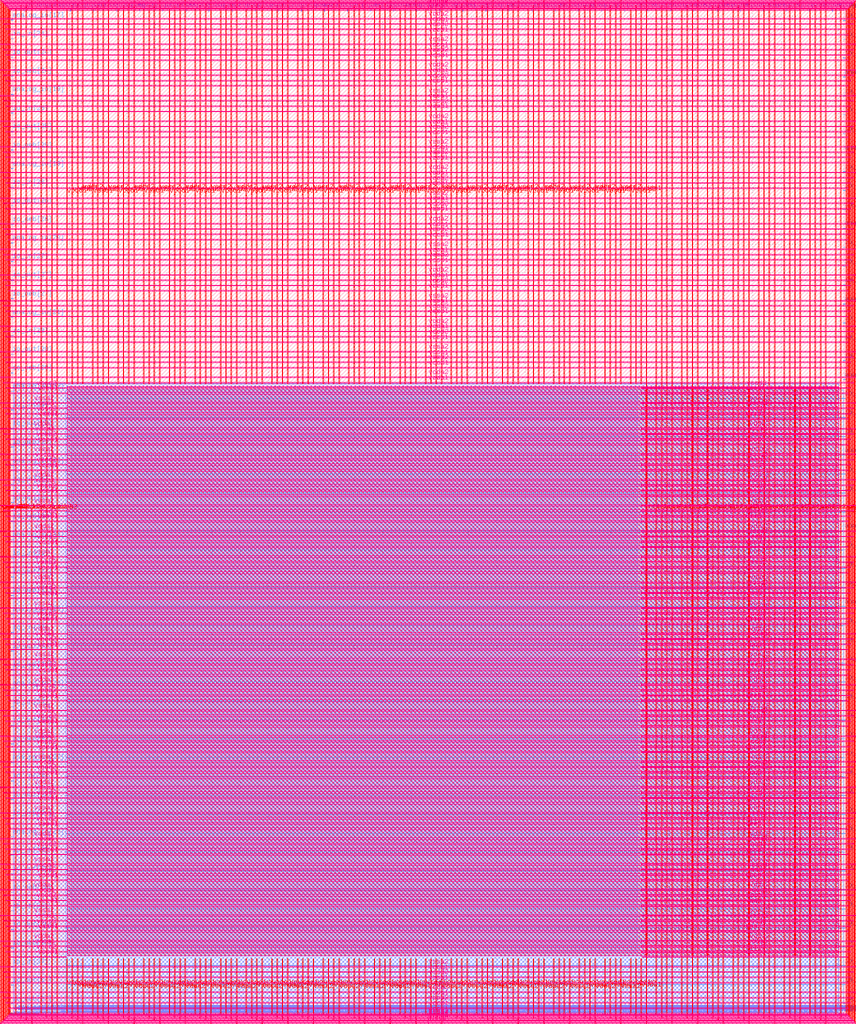
<source format=lef>
VERSION 5.7 ;
  NOWIREEXTENSIONATPIN ON ;
  DIVIDERCHAR "/" ;
  BUSBITCHARS "[]" ;
MACRO user_project_wrapper
  CLASS BLOCK ;
  FOREIGN user_project_wrapper ;
  ORIGIN 0.000 0.000 ;
  SIZE 2920.000 BY 3520.000 ;
  PIN analog_io[0]
    DIRECTION INOUT ;
    USE SIGNAL ;
    PORT
      LAYER met3 ;
        RECT 2917.600 1426.380 2924.800 1427.580 ;
    END
  END analog_io[0]
  PIN analog_io[10]
    DIRECTION INOUT ;
    USE SIGNAL ;
    PORT
      LAYER met2 ;
        RECT 2230.490 3517.600 2231.050 3524.800 ;
    END
  END analog_io[10]
  PIN analog_io[11]
    DIRECTION INOUT ;
    USE SIGNAL ;
    PORT
      LAYER met2 ;
        RECT 1905.730 3517.600 1906.290 3524.800 ;
    END
  END analog_io[11]
  PIN analog_io[12]
    DIRECTION INOUT ;
    USE SIGNAL ;
    PORT
      LAYER met2 ;
        RECT 1581.430 3517.600 1581.990 3524.800 ;
    END
  END analog_io[12]
  PIN analog_io[13]
    DIRECTION INOUT ;
    USE SIGNAL ;
    PORT
      LAYER met2 ;
        RECT 1257.130 3517.600 1257.690 3524.800 ;
    END
  END analog_io[13]
  PIN analog_io[14]
    DIRECTION INOUT ;
    USE SIGNAL ;
    PORT
      LAYER met2 ;
        RECT 932.370 3517.600 932.930 3524.800 ;
    END
  END analog_io[14]
  PIN analog_io[15]
    DIRECTION INOUT ;
    USE SIGNAL ;
    PORT
      LAYER met2 ;
        RECT 608.070 3517.600 608.630 3524.800 ;
    END
  END analog_io[15]
  PIN analog_io[16]
    DIRECTION INOUT ;
    USE SIGNAL ;
    PORT
      LAYER met2 ;
        RECT 283.770 3517.600 284.330 3524.800 ;
    END
  END analog_io[16]
  PIN analog_io[17]
    DIRECTION INOUT ;
    USE SIGNAL ;
    PORT
      LAYER met3 ;
        RECT -4.800 3486.100 2.400 3487.300 ;
    END
  END analog_io[17]
  PIN analog_io[18]
    DIRECTION INOUT ;
    USE SIGNAL ;
    PORT
      LAYER met3 ;
        RECT -4.800 3224.980 2.400 3226.180 ;
    END
  END analog_io[18]
  PIN analog_io[19]
    DIRECTION INOUT ;
    USE SIGNAL ;
    PORT
      LAYER met3 ;
        RECT -4.800 2964.540 2.400 2965.740 ;
    END
  END analog_io[19]
  PIN analog_io[1]
    DIRECTION INOUT ;
    USE SIGNAL ;
    PORT
      LAYER met3 ;
        RECT 2917.600 1692.260 2924.800 1693.460 ;
    END
  END analog_io[1]
  PIN analog_io[20]
    DIRECTION INOUT ;
    USE SIGNAL ;
    PORT
      LAYER met3 ;
        RECT -4.800 2703.420 2.400 2704.620 ;
    END
  END analog_io[20]
  PIN analog_io[21]
    DIRECTION INOUT ;
    USE SIGNAL ;
    PORT
      LAYER met3 ;
        RECT -4.800 2442.980 2.400 2444.180 ;
    END
  END analog_io[21]
  PIN analog_io[22]
    DIRECTION INOUT ;
    USE SIGNAL ;
    PORT
      LAYER met3 ;
        RECT -4.800 2182.540 2.400 2183.740 ;
    END
  END analog_io[22]
  PIN analog_io[23]
    DIRECTION INOUT ;
    USE SIGNAL ;
    PORT
      LAYER met3 ;
        RECT -4.800 1921.420 2.400 1922.620 ;
    END
  END analog_io[23]
  PIN analog_io[24]
    DIRECTION INOUT ;
    USE SIGNAL ;
    PORT
      LAYER met3 ;
        RECT -4.800 1660.980 2.400 1662.180 ;
    END
  END analog_io[24]
  PIN analog_io[25]
    DIRECTION INOUT ;
    USE SIGNAL ;
    PORT
      LAYER met3 ;
        RECT -4.800 1399.860 2.400 1401.060 ;
    END
  END analog_io[25]
  PIN analog_io[26]
    DIRECTION INOUT ;
    USE SIGNAL ;
    PORT
      LAYER met3 ;
        RECT -4.800 1139.420 2.400 1140.620 ;
    END
  END analog_io[26]
  PIN analog_io[27]
    DIRECTION INOUT ;
    USE SIGNAL ;
    PORT
      LAYER met3 ;
        RECT -4.800 878.980 2.400 880.180 ;
    END
  END analog_io[27]
  PIN analog_io[28]
    DIRECTION INOUT ;
    USE SIGNAL ;
    PORT
      LAYER met3 ;
        RECT -4.800 617.860 2.400 619.060 ;
    END
  END analog_io[28]
  PIN analog_io[2]
    DIRECTION INOUT ;
    USE SIGNAL ;
    PORT
      LAYER met3 ;
        RECT 2917.600 1958.140 2924.800 1959.340 ;
    END
  END analog_io[2]
  PIN analog_io[3]
    DIRECTION INOUT ;
    USE SIGNAL ;
    PORT
      LAYER met3 ;
        RECT 2917.600 2223.340 2924.800 2224.540 ;
    END
  END analog_io[3]
  PIN analog_io[4]
    DIRECTION INOUT ;
    USE SIGNAL ;
    PORT
      LAYER met3 ;
        RECT 2917.600 2489.220 2924.800 2490.420 ;
    END
  END analog_io[4]
  PIN analog_io[5]
    DIRECTION INOUT ;
    USE SIGNAL ;
    PORT
      LAYER met3 ;
        RECT 2917.600 2755.100 2924.800 2756.300 ;
    END
  END analog_io[5]
  PIN analog_io[6]
    DIRECTION INOUT ;
    USE SIGNAL ;
    PORT
      LAYER met3 ;
        RECT 2917.600 3020.300 2924.800 3021.500 ;
    END
  END analog_io[6]
  PIN analog_io[7]
    DIRECTION INOUT ;
    USE SIGNAL ;
    PORT
      LAYER met3 ;
        RECT 2917.600 3286.180 2924.800 3287.380 ;
    END
  END analog_io[7]
  PIN analog_io[8]
    DIRECTION INOUT ;
    USE SIGNAL ;
    PORT
      LAYER met2 ;
        RECT 2879.090 3517.600 2879.650 3524.800 ;
    END
  END analog_io[8]
  PIN analog_io[9]
    DIRECTION INOUT ;
    USE SIGNAL ;
    PORT
      LAYER met2 ;
        RECT 2554.790 3517.600 2555.350 3524.800 ;
    END
  END analog_io[9]
  PIN io_in[0]
    DIRECTION INPUT ;
    USE SIGNAL ;
    PORT
      LAYER met3 ;
        RECT 2917.600 32.380 2924.800 33.580 ;
    END
  END io_in[0]
  PIN io_in[10]
    DIRECTION INPUT ;
    USE SIGNAL ;
    PORT
      LAYER met3 ;
        RECT 2917.600 2289.980 2924.800 2291.180 ;
    END
  END io_in[10]
  PIN io_in[11]
    DIRECTION INPUT ;
    USE SIGNAL ;
    PORT
      LAYER met3 ;
        RECT 2917.600 2555.860 2924.800 2557.060 ;
    END
  END io_in[11]
  PIN io_in[12]
    DIRECTION INPUT ;
    USE SIGNAL ;
    PORT
      LAYER met3 ;
        RECT 2917.600 2821.060 2924.800 2822.260 ;
    END
  END io_in[12]
  PIN io_in[13]
    DIRECTION INPUT ;
    USE SIGNAL ;
    PORT
      LAYER met3 ;
        RECT 2917.600 3086.940 2924.800 3088.140 ;
    END
  END io_in[13]
  PIN io_in[14]
    DIRECTION INPUT ;
    USE SIGNAL ;
    PORT
      LAYER met3 ;
        RECT 2917.600 3352.820 2924.800 3354.020 ;
    END
  END io_in[14]
  PIN io_in[15]
    DIRECTION INPUT ;
    USE SIGNAL ;
    PORT
      LAYER met2 ;
        RECT 2798.130 3517.600 2798.690 3524.800 ;
    END
  END io_in[15]
  PIN io_in[16]
    DIRECTION INPUT ;
    USE SIGNAL ;
    PORT
      LAYER met2 ;
        RECT 2473.830 3517.600 2474.390 3524.800 ;
    END
  END io_in[16]
  PIN io_in[17]
    DIRECTION INPUT ;
    USE SIGNAL ;
    PORT
      LAYER met2 ;
        RECT 2149.070 3517.600 2149.630 3524.800 ;
    END
  END io_in[17]
  PIN io_in[18]
    DIRECTION INPUT ;
    USE SIGNAL ;
    PORT
      LAYER met2 ;
        RECT 1824.770 3517.600 1825.330 3524.800 ;
    END
  END io_in[18]
  PIN io_in[19]
    DIRECTION INPUT ;
    USE SIGNAL ;
    PORT
      LAYER met2 ;
        RECT 1500.470 3517.600 1501.030 3524.800 ;
    END
  END io_in[19]
  PIN io_in[1]
    DIRECTION INPUT ;
    USE SIGNAL ;
    PORT
      LAYER met3 ;
        RECT 2917.600 230.940 2924.800 232.140 ;
    END
  END io_in[1]
  PIN io_in[20]
    DIRECTION INPUT ;
    USE SIGNAL ;
    PORT
      LAYER met2 ;
        RECT 1175.710 3517.600 1176.270 3524.800 ;
    END
  END io_in[20]
  PIN io_in[21]
    DIRECTION INPUT ;
    USE SIGNAL ;
    PORT
      LAYER met2 ;
        RECT 851.410 3517.600 851.970 3524.800 ;
    END
  END io_in[21]
  PIN io_in[22]
    DIRECTION INPUT ;
    USE SIGNAL ;
    PORT
      LAYER met2 ;
        RECT 527.110 3517.600 527.670 3524.800 ;
    END
  END io_in[22]
  PIN io_in[23]
    DIRECTION INPUT ;
    USE SIGNAL ;
    PORT
      LAYER met2 ;
        RECT 202.350 3517.600 202.910 3524.800 ;
    END
  END io_in[23]
  PIN io_in[24]
    DIRECTION INPUT ;
    USE SIGNAL ;
    PORT
      LAYER met3 ;
        RECT -4.800 3420.820 2.400 3422.020 ;
    END
  END io_in[24]
  PIN io_in[25]
    DIRECTION INPUT ;
    USE SIGNAL ;
    PORT
      LAYER met3 ;
        RECT -4.800 3159.700 2.400 3160.900 ;
    END
  END io_in[25]
  PIN io_in[26]
    DIRECTION INPUT ;
    USE SIGNAL ;
    PORT
      LAYER met3 ;
        RECT -4.800 2899.260 2.400 2900.460 ;
    END
  END io_in[26]
  PIN io_in[27]
    DIRECTION INPUT ;
    USE SIGNAL ;
    PORT
      LAYER met3 ;
        RECT -4.800 2638.820 2.400 2640.020 ;
    END
  END io_in[27]
  PIN io_in[28]
    DIRECTION INPUT ;
    USE SIGNAL ;
    PORT
      LAYER met3 ;
        RECT -4.800 2377.700 2.400 2378.900 ;
    END
  END io_in[28]
  PIN io_in[29]
    DIRECTION INPUT ;
    USE SIGNAL ;
    PORT
      LAYER met3 ;
        RECT -4.800 2117.260 2.400 2118.460 ;
    END
  END io_in[29]
  PIN io_in[2]
    DIRECTION INPUT ;
    USE SIGNAL ;
    PORT
      LAYER met3 ;
        RECT 2917.600 430.180 2924.800 431.380 ;
    END
  END io_in[2]
  PIN io_in[30]
    DIRECTION INPUT ;
    USE SIGNAL ;
    PORT
      LAYER met3 ;
        RECT -4.800 1856.140 2.400 1857.340 ;
    END
  END io_in[30]
  PIN io_in[31]
    DIRECTION INPUT ;
    USE SIGNAL ;
    PORT
      LAYER met3 ;
        RECT -4.800 1595.700 2.400 1596.900 ;
    END
  END io_in[31]
  PIN io_in[32]
    DIRECTION INPUT ;
    USE SIGNAL ;
    PORT
      LAYER met3 ;
        RECT -4.800 1335.260 2.400 1336.460 ;
    END
  END io_in[32]
  PIN io_in[33]
    DIRECTION INPUT ;
    USE SIGNAL ;
    PORT
      LAYER met3 ;
        RECT -4.800 1074.140 2.400 1075.340 ;
    END
  END io_in[33]
  PIN io_in[34]
    DIRECTION INPUT ;
    USE SIGNAL ;
    PORT
      LAYER met3 ;
        RECT -4.800 813.700 2.400 814.900 ;
    END
  END io_in[34]
  PIN io_in[35]
    DIRECTION INPUT ;
    USE SIGNAL ;
    PORT
      LAYER met3 ;
        RECT -4.800 552.580 2.400 553.780 ;
    END
  END io_in[35]
  PIN io_in[36]
    DIRECTION INPUT ;
    USE SIGNAL ;
    PORT
      LAYER met3 ;
        RECT -4.800 357.420 2.400 358.620 ;
    END
  END io_in[36]
  PIN io_in[37]
    DIRECTION INPUT ;
    USE SIGNAL ;
    PORT
      LAYER met3 ;
        RECT -4.800 161.580 2.400 162.780 ;
    END
  END io_in[37]
  PIN io_in[3]
    DIRECTION INPUT ;
    USE SIGNAL ;
    PORT
      LAYER met3 ;
        RECT 2917.600 629.420 2924.800 630.620 ;
    END
  END io_in[3]
  PIN io_in[4]
    DIRECTION INPUT ;
    USE SIGNAL ;
    PORT
      LAYER met3 ;
        RECT 2917.600 828.660 2924.800 829.860 ;
    END
  END io_in[4]
  PIN io_in[5]
    DIRECTION INPUT ;
    USE SIGNAL ;
    PORT
      LAYER met3 ;
        RECT 2917.600 1027.900 2924.800 1029.100 ;
    END
  END io_in[5]
  PIN io_in[6]
    DIRECTION INPUT ;
    USE SIGNAL ;
    PORT
      LAYER met3 ;
        RECT 2917.600 1227.140 2924.800 1228.340 ;
    END
  END io_in[6]
  PIN io_in[7]
    DIRECTION INPUT ;
    USE SIGNAL ;
    PORT
      LAYER met3 ;
        RECT 2917.600 1493.020 2924.800 1494.220 ;
    END
  END io_in[7]
  PIN io_in[8]
    DIRECTION INPUT ;
    USE SIGNAL ;
    PORT
      LAYER met3 ;
        RECT 2917.600 1758.900 2924.800 1760.100 ;
    END
  END io_in[8]
  PIN io_in[9]
    DIRECTION INPUT ;
    USE SIGNAL ;
    PORT
      LAYER met3 ;
        RECT 2917.600 2024.100 2924.800 2025.300 ;
    END
  END io_in[9]
  PIN io_oeb[0]
    DIRECTION OUTPUT TRISTATE ;
    USE SIGNAL ;
    PORT
      LAYER met3 ;
        RECT 2917.600 164.980 2924.800 166.180 ;
    END
  END io_oeb[0]
  PIN io_oeb[10]
    DIRECTION OUTPUT TRISTATE ;
    USE SIGNAL ;
    PORT
      LAYER met3 ;
        RECT 2917.600 2422.580 2924.800 2423.780 ;
    END
  END io_oeb[10]
  PIN io_oeb[11]
    DIRECTION OUTPUT TRISTATE ;
    USE SIGNAL ;
    PORT
      LAYER met3 ;
        RECT 2917.600 2688.460 2924.800 2689.660 ;
    END
  END io_oeb[11]
  PIN io_oeb[12]
    DIRECTION OUTPUT TRISTATE ;
    USE SIGNAL ;
    PORT
      LAYER met3 ;
        RECT 2917.600 2954.340 2924.800 2955.540 ;
    END
  END io_oeb[12]
  PIN io_oeb[13]
    DIRECTION OUTPUT TRISTATE ;
    USE SIGNAL ;
    PORT
      LAYER met3 ;
        RECT 2917.600 3219.540 2924.800 3220.740 ;
    END
  END io_oeb[13]
  PIN io_oeb[14]
    DIRECTION OUTPUT TRISTATE ;
    USE SIGNAL ;
    PORT
      LAYER met3 ;
        RECT 2917.600 3485.420 2924.800 3486.620 ;
    END
  END io_oeb[14]
  PIN io_oeb[15]
    DIRECTION OUTPUT TRISTATE ;
    USE SIGNAL ;
    PORT
      LAYER met2 ;
        RECT 2635.750 3517.600 2636.310 3524.800 ;
    END
  END io_oeb[15]
  PIN io_oeb[16]
    DIRECTION OUTPUT TRISTATE ;
    USE SIGNAL ;
    PORT
      LAYER met2 ;
        RECT 2311.450 3517.600 2312.010 3524.800 ;
    END
  END io_oeb[16]
  PIN io_oeb[17]
    DIRECTION OUTPUT TRISTATE ;
    USE SIGNAL ;
    PORT
      LAYER met2 ;
        RECT 1987.150 3517.600 1987.710 3524.800 ;
    END
  END io_oeb[17]
  PIN io_oeb[18]
    DIRECTION OUTPUT TRISTATE ;
    USE SIGNAL ;
    PORT
      LAYER met2 ;
        RECT 1662.390 3517.600 1662.950 3524.800 ;
    END
  END io_oeb[18]
  PIN io_oeb[19]
    DIRECTION OUTPUT TRISTATE ;
    USE SIGNAL ;
    PORT
      LAYER met2 ;
        RECT 1338.090 3517.600 1338.650 3524.800 ;
    END
  END io_oeb[19]
  PIN io_oeb[1]
    DIRECTION OUTPUT TRISTATE ;
    USE SIGNAL ;
    PORT
      LAYER met3 ;
        RECT 2917.600 364.220 2924.800 365.420 ;
    END
  END io_oeb[1]
  PIN io_oeb[20]
    DIRECTION OUTPUT TRISTATE ;
    USE SIGNAL ;
    PORT
      LAYER met2 ;
        RECT 1013.790 3517.600 1014.350 3524.800 ;
    END
  END io_oeb[20]
  PIN io_oeb[21]
    DIRECTION OUTPUT TRISTATE ;
    USE SIGNAL ;
    PORT
      LAYER met2 ;
        RECT 689.030 3517.600 689.590 3524.800 ;
    END
  END io_oeb[21]
  PIN io_oeb[22]
    DIRECTION OUTPUT TRISTATE ;
    USE SIGNAL ;
    PORT
      LAYER met2 ;
        RECT 364.730 3517.600 365.290 3524.800 ;
    END
  END io_oeb[22]
  PIN io_oeb[23]
    DIRECTION OUTPUT TRISTATE ;
    USE SIGNAL ;
    PORT
      LAYER met2 ;
        RECT 40.430 3517.600 40.990 3524.800 ;
    END
  END io_oeb[23]
  PIN io_oeb[24]
    DIRECTION OUTPUT TRISTATE ;
    USE SIGNAL ;
    PORT
      LAYER met3 ;
        RECT -4.800 3290.260 2.400 3291.460 ;
    END
  END io_oeb[24]
  PIN io_oeb[25]
    DIRECTION OUTPUT TRISTATE ;
    USE SIGNAL ;
    PORT
      LAYER met3 ;
        RECT -4.800 3029.820 2.400 3031.020 ;
    END
  END io_oeb[25]
  PIN io_oeb[26]
    DIRECTION OUTPUT TRISTATE ;
    USE SIGNAL ;
    PORT
      LAYER met3 ;
        RECT -4.800 2768.700 2.400 2769.900 ;
    END
  END io_oeb[26]
  PIN io_oeb[27]
    DIRECTION OUTPUT TRISTATE ;
    USE SIGNAL ;
    PORT
      LAYER met3 ;
        RECT -4.800 2508.260 2.400 2509.460 ;
    END
  END io_oeb[27]
  PIN io_oeb[28]
    DIRECTION OUTPUT TRISTATE ;
    USE SIGNAL ;
    PORT
      LAYER met3 ;
        RECT -4.800 2247.140 2.400 2248.340 ;
    END
  END io_oeb[28]
  PIN io_oeb[29]
    DIRECTION OUTPUT TRISTATE ;
    USE SIGNAL ;
    PORT
      LAYER met3 ;
        RECT -4.800 1986.700 2.400 1987.900 ;
    END
  END io_oeb[29]
  PIN io_oeb[2]
    DIRECTION OUTPUT TRISTATE ;
    USE SIGNAL ;
    PORT
      LAYER met3 ;
        RECT 2917.600 563.460 2924.800 564.660 ;
    END
  END io_oeb[2]
  PIN io_oeb[30]
    DIRECTION OUTPUT TRISTATE ;
    USE SIGNAL ;
    PORT
      LAYER met3 ;
        RECT -4.800 1726.260 2.400 1727.460 ;
    END
  END io_oeb[30]
  PIN io_oeb[31]
    DIRECTION OUTPUT TRISTATE ;
    USE SIGNAL ;
    PORT
      LAYER met3 ;
        RECT -4.800 1465.140 2.400 1466.340 ;
    END
  END io_oeb[31]
  PIN io_oeb[32]
    DIRECTION OUTPUT TRISTATE ;
    USE SIGNAL ;
    PORT
      LAYER met3 ;
        RECT -4.800 1204.700 2.400 1205.900 ;
    END
  END io_oeb[32]
  PIN io_oeb[33]
    DIRECTION OUTPUT TRISTATE ;
    USE SIGNAL ;
    PORT
      LAYER met3 ;
        RECT -4.800 943.580 2.400 944.780 ;
    END
  END io_oeb[33]
  PIN io_oeb[34]
    DIRECTION OUTPUT TRISTATE ;
    USE SIGNAL ;
    PORT
      LAYER met3 ;
        RECT -4.800 683.140 2.400 684.340 ;
    END
  END io_oeb[34]
  PIN io_oeb[35]
    DIRECTION OUTPUT TRISTATE ;
    USE SIGNAL ;
    PORT
      LAYER met3 ;
        RECT -4.800 422.700 2.400 423.900 ;
    END
  END io_oeb[35]
  PIN io_oeb[36]
    DIRECTION OUTPUT TRISTATE ;
    USE SIGNAL ;
    PORT
      LAYER met3 ;
        RECT -4.800 226.860 2.400 228.060 ;
    END
  END io_oeb[36]
  PIN io_oeb[37]
    DIRECTION OUTPUT TRISTATE ;
    USE SIGNAL ;
    PORT
      LAYER met3 ;
        RECT -4.800 31.700 2.400 32.900 ;
    END
  END io_oeb[37]
  PIN io_oeb[3]
    DIRECTION OUTPUT TRISTATE ;
    USE SIGNAL ;
    PORT
      LAYER met3 ;
        RECT 2917.600 762.700 2924.800 763.900 ;
    END
  END io_oeb[3]
  PIN io_oeb[4]
    DIRECTION OUTPUT TRISTATE ;
    USE SIGNAL ;
    PORT
      LAYER met3 ;
        RECT 2917.600 961.940 2924.800 963.140 ;
    END
  END io_oeb[4]
  PIN io_oeb[5]
    DIRECTION OUTPUT TRISTATE ;
    USE SIGNAL ;
    PORT
      LAYER met3 ;
        RECT 2917.600 1161.180 2924.800 1162.380 ;
    END
  END io_oeb[5]
  PIN io_oeb[6]
    DIRECTION OUTPUT TRISTATE ;
    USE SIGNAL ;
    PORT
      LAYER met3 ;
        RECT 2917.600 1360.420 2924.800 1361.620 ;
    END
  END io_oeb[6]
  PIN io_oeb[7]
    DIRECTION OUTPUT TRISTATE ;
    USE SIGNAL ;
    PORT
      LAYER met3 ;
        RECT 2917.600 1625.620 2924.800 1626.820 ;
    END
  END io_oeb[7]
  PIN io_oeb[8]
    DIRECTION OUTPUT TRISTATE ;
    USE SIGNAL ;
    PORT
      LAYER met3 ;
        RECT 2917.600 1891.500 2924.800 1892.700 ;
    END
  END io_oeb[8]
  PIN io_oeb[9]
    DIRECTION OUTPUT TRISTATE ;
    USE SIGNAL ;
    PORT
      LAYER met3 ;
        RECT 2917.600 2157.380 2924.800 2158.580 ;
    END
  END io_oeb[9]
  PIN io_out[0]
    DIRECTION OUTPUT TRISTATE ;
    USE SIGNAL ;
    PORT
      LAYER met3 ;
        RECT 2917.600 98.340 2924.800 99.540 ;
    END
  END io_out[0]
  PIN io_out[10]
    DIRECTION OUTPUT TRISTATE ;
    USE SIGNAL ;
    PORT
      LAYER met3 ;
        RECT 2917.600 2356.620 2924.800 2357.820 ;
    END
  END io_out[10]
  PIN io_out[11]
    DIRECTION OUTPUT TRISTATE ;
    USE SIGNAL ;
    PORT
      LAYER met3 ;
        RECT 2917.600 2621.820 2924.800 2623.020 ;
    END
  END io_out[11]
  PIN io_out[12]
    DIRECTION OUTPUT TRISTATE ;
    USE SIGNAL ;
    PORT
      LAYER met3 ;
        RECT 2917.600 2887.700 2924.800 2888.900 ;
    END
  END io_out[12]
  PIN io_out[13]
    DIRECTION OUTPUT TRISTATE ;
    USE SIGNAL ;
    PORT
      LAYER met3 ;
        RECT 2917.600 3153.580 2924.800 3154.780 ;
    END
  END io_out[13]
  PIN io_out[14]
    DIRECTION OUTPUT TRISTATE ;
    USE SIGNAL ;
    PORT
      LAYER met3 ;
        RECT 2917.600 3418.780 2924.800 3419.980 ;
    END
  END io_out[14]
  PIN io_out[15]
    DIRECTION OUTPUT TRISTATE ;
    USE SIGNAL ;
    PORT
      LAYER met2 ;
        RECT 2717.170 3517.600 2717.730 3524.800 ;
    END
  END io_out[15]
  PIN io_out[16]
    DIRECTION OUTPUT TRISTATE ;
    USE SIGNAL ;
    PORT
      LAYER met2 ;
        RECT 2392.410 3517.600 2392.970 3524.800 ;
    END
  END io_out[16]
  PIN io_out[17]
    DIRECTION OUTPUT TRISTATE ;
    USE SIGNAL ;
    PORT
      LAYER met2 ;
        RECT 2068.110 3517.600 2068.670 3524.800 ;
    END
  END io_out[17]
  PIN io_out[18]
    DIRECTION OUTPUT TRISTATE ;
    USE SIGNAL ;
    PORT
      LAYER met2 ;
        RECT 1743.810 3517.600 1744.370 3524.800 ;
    END
  END io_out[18]
  PIN io_out[19]
    DIRECTION OUTPUT TRISTATE ;
    USE SIGNAL ;
    PORT
      LAYER met2 ;
        RECT 1419.050 3517.600 1419.610 3524.800 ;
    END
  END io_out[19]
  PIN io_out[1]
    DIRECTION OUTPUT TRISTATE ;
    USE SIGNAL ;
    PORT
      LAYER met3 ;
        RECT 2917.600 297.580 2924.800 298.780 ;
    END
  END io_out[1]
  PIN io_out[20]
    DIRECTION OUTPUT TRISTATE ;
    USE SIGNAL ;
    PORT
      LAYER met2 ;
        RECT 1094.750 3517.600 1095.310 3524.800 ;
    END
  END io_out[20]
  PIN io_out[21]
    DIRECTION OUTPUT TRISTATE ;
    USE SIGNAL ;
    PORT
      LAYER met2 ;
        RECT 770.450 3517.600 771.010 3524.800 ;
    END
  END io_out[21]
  PIN io_out[22]
    DIRECTION OUTPUT TRISTATE ;
    USE SIGNAL ;
    PORT
      LAYER met2 ;
        RECT 445.690 3517.600 446.250 3524.800 ;
    END
  END io_out[22]
  PIN io_out[23]
    DIRECTION OUTPUT TRISTATE ;
    USE SIGNAL ;
    PORT
      LAYER met2 ;
        RECT 121.390 3517.600 121.950 3524.800 ;
    END
  END io_out[23]
  PIN io_out[24]
    DIRECTION OUTPUT TRISTATE ;
    USE SIGNAL ;
    PORT
      LAYER met3 ;
        RECT -4.800 3355.540 2.400 3356.740 ;
    END
  END io_out[24]
  PIN io_out[25]
    DIRECTION OUTPUT TRISTATE ;
    USE SIGNAL ;
    PORT
      LAYER met3 ;
        RECT -4.800 3095.100 2.400 3096.300 ;
    END
  END io_out[25]
  PIN io_out[26]
    DIRECTION OUTPUT TRISTATE ;
    USE SIGNAL ;
    PORT
      LAYER met3 ;
        RECT -4.800 2833.980 2.400 2835.180 ;
    END
  END io_out[26]
  PIN io_out[27]
    DIRECTION OUTPUT TRISTATE ;
    USE SIGNAL ;
    PORT
      LAYER met3 ;
        RECT -4.800 2573.540 2.400 2574.740 ;
    END
  END io_out[27]
  PIN io_out[28]
    DIRECTION OUTPUT TRISTATE ;
    USE SIGNAL ;
    PORT
      LAYER met3 ;
        RECT -4.800 2312.420 2.400 2313.620 ;
    END
  END io_out[28]
  PIN io_out[29]
    DIRECTION OUTPUT TRISTATE ;
    USE SIGNAL ;
    PORT
      LAYER met3 ;
        RECT -4.800 2051.980 2.400 2053.180 ;
    END
  END io_out[29]
  PIN io_out[2]
    DIRECTION OUTPUT TRISTATE ;
    USE SIGNAL ;
    PORT
      LAYER met3 ;
        RECT 2917.600 496.820 2924.800 498.020 ;
    END
  END io_out[2]
  PIN io_out[30]
    DIRECTION OUTPUT TRISTATE ;
    USE SIGNAL ;
    PORT
      LAYER met3 ;
        RECT -4.800 1791.540 2.400 1792.740 ;
    END
  END io_out[30]
  PIN io_out[31]
    DIRECTION OUTPUT TRISTATE ;
    USE SIGNAL ;
    PORT
      LAYER met3 ;
        RECT -4.800 1530.420 2.400 1531.620 ;
    END
  END io_out[31]
  PIN io_out[32]
    DIRECTION OUTPUT TRISTATE ;
    USE SIGNAL ;
    PORT
      LAYER met3 ;
        RECT -4.800 1269.980 2.400 1271.180 ;
    END
  END io_out[32]
  PIN io_out[33]
    DIRECTION OUTPUT TRISTATE ;
    USE SIGNAL ;
    PORT
      LAYER met3 ;
        RECT -4.800 1008.860 2.400 1010.060 ;
    END
  END io_out[33]
  PIN io_out[34]
    DIRECTION OUTPUT TRISTATE ;
    USE SIGNAL ;
    PORT
      LAYER met3 ;
        RECT -4.800 748.420 2.400 749.620 ;
    END
  END io_out[34]
  PIN io_out[35]
    DIRECTION OUTPUT TRISTATE ;
    USE SIGNAL ;
    PORT
      LAYER met3 ;
        RECT -4.800 487.300 2.400 488.500 ;
    END
  END io_out[35]
  PIN io_out[36]
    DIRECTION OUTPUT TRISTATE ;
    USE SIGNAL ;
    PORT
      LAYER met3 ;
        RECT -4.800 292.140 2.400 293.340 ;
    END
  END io_out[36]
  PIN io_out[37]
    DIRECTION OUTPUT TRISTATE ;
    USE SIGNAL ;
    PORT
      LAYER met3 ;
        RECT -4.800 96.300 2.400 97.500 ;
    END
  END io_out[37]
  PIN io_out[3]
    DIRECTION OUTPUT TRISTATE ;
    USE SIGNAL ;
    PORT
      LAYER met3 ;
        RECT 2917.600 696.060 2924.800 697.260 ;
    END
  END io_out[3]
  PIN io_out[4]
    DIRECTION OUTPUT TRISTATE ;
    USE SIGNAL ;
    PORT
      LAYER met3 ;
        RECT 2917.600 895.300 2924.800 896.500 ;
    END
  END io_out[4]
  PIN io_out[5]
    DIRECTION OUTPUT TRISTATE ;
    USE SIGNAL ;
    PORT
      LAYER met3 ;
        RECT 2917.600 1094.540 2924.800 1095.740 ;
    END
  END io_out[5]
  PIN io_out[6]
    DIRECTION OUTPUT TRISTATE ;
    USE SIGNAL ;
    PORT
      LAYER met3 ;
        RECT 2917.600 1293.780 2924.800 1294.980 ;
    END
  END io_out[6]
  PIN io_out[7]
    DIRECTION OUTPUT TRISTATE ;
    USE SIGNAL ;
    PORT
      LAYER met3 ;
        RECT 2917.600 1559.660 2924.800 1560.860 ;
    END
  END io_out[7]
  PIN io_out[8]
    DIRECTION OUTPUT TRISTATE ;
    USE SIGNAL ;
    PORT
      LAYER met3 ;
        RECT 2917.600 1824.860 2924.800 1826.060 ;
    END
  END io_out[8]
  PIN io_out[9]
    DIRECTION OUTPUT TRISTATE ;
    USE SIGNAL ;
    PORT
      LAYER met3 ;
        RECT 2917.600 2090.740 2924.800 2091.940 ;
    END
  END io_out[9]
  PIN la_data_in[0]
    DIRECTION INPUT ;
    USE SIGNAL ;
    PORT
      LAYER met2 ;
        RECT 629.230 -4.800 629.790 2.400 ;
    END
  END la_data_in[0]
  PIN la_data_in[100]
    DIRECTION INPUT ;
    USE SIGNAL ;
    PORT
      LAYER met2 ;
        RECT 2402.530 -4.800 2403.090 2.400 ;
    END
  END la_data_in[100]
  PIN la_data_in[101]
    DIRECTION INPUT ;
    USE SIGNAL ;
    PORT
      LAYER met2 ;
        RECT 2420.010 -4.800 2420.570 2.400 ;
    END
  END la_data_in[101]
  PIN la_data_in[102]
    DIRECTION INPUT ;
    USE SIGNAL ;
    PORT
      LAYER met2 ;
        RECT 2437.950 -4.800 2438.510 2.400 ;
    END
  END la_data_in[102]
  PIN la_data_in[103]
    DIRECTION INPUT ;
    USE SIGNAL ;
    PORT
      LAYER met2 ;
        RECT 2455.430 -4.800 2455.990 2.400 ;
    END
  END la_data_in[103]
  PIN la_data_in[104]
    DIRECTION INPUT ;
    USE SIGNAL ;
    PORT
      LAYER met2 ;
        RECT 2473.370 -4.800 2473.930 2.400 ;
    END
  END la_data_in[104]
  PIN la_data_in[105]
    DIRECTION INPUT ;
    USE SIGNAL ;
    PORT
      LAYER met2 ;
        RECT 2490.850 -4.800 2491.410 2.400 ;
    END
  END la_data_in[105]
  PIN la_data_in[106]
    DIRECTION INPUT ;
    USE SIGNAL ;
    PORT
      LAYER met2 ;
        RECT 2508.790 -4.800 2509.350 2.400 ;
    END
  END la_data_in[106]
  PIN la_data_in[107]
    DIRECTION INPUT ;
    USE SIGNAL ;
    PORT
      LAYER met2 ;
        RECT 2526.730 -4.800 2527.290 2.400 ;
    END
  END la_data_in[107]
  PIN la_data_in[108]
    DIRECTION INPUT ;
    USE SIGNAL ;
    PORT
      LAYER met2 ;
        RECT 2544.210 -4.800 2544.770 2.400 ;
    END
  END la_data_in[108]
  PIN la_data_in[109]
    DIRECTION INPUT ;
    USE SIGNAL ;
    PORT
      LAYER met2 ;
        RECT 2562.150 -4.800 2562.710 2.400 ;
    END
  END la_data_in[109]
  PIN la_data_in[10]
    DIRECTION INPUT ;
    USE SIGNAL ;
    PORT
      LAYER met2 ;
        RECT 806.330 -4.800 806.890 2.400 ;
    END
  END la_data_in[10]
  PIN la_data_in[110]
    DIRECTION INPUT ;
    USE SIGNAL ;
    PORT
      LAYER met2 ;
        RECT 2579.630 -4.800 2580.190 2.400 ;
    END
  END la_data_in[110]
  PIN la_data_in[111]
    DIRECTION INPUT ;
    USE SIGNAL ;
    PORT
      LAYER met2 ;
        RECT 2597.570 -4.800 2598.130 2.400 ;
    END
  END la_data_in[111]
  PIN la_data_in[112]
    DIRECTION INPUT ;
    USE SIGNAL ;
    PORT
      LAYER met2 ;
        RECT 2615.050 -4.800 2615.610 2.400 ;
    END
  END la_data_in[112]
  PIN la_data_in[113]
    DIRECTION INPUT ;
    USE SIGNAL ;
    PORT
      LAYER met2 ;
        RECT 2632.990 -4.800 2633.550 2.400 ;
    END
  END la_data_in[113]
  PIN la_data_in[114]
    DIRECTION INPUT ;
    USE SIGNAL ;
    PORT
      LAYER met2 ;
        RECT 2650.470 -4.800 2651.030 2.400 ;
    END
  END la_data_in[114]
  PIN la_data_in[115]
    DIRECTION INPUT ;
    USE SIGNAL ;
    PORT
      LAYER met2 ;
        RECT 2668.410 -4.800 2668.970 2.400 ;
    END
  END la_data_in[115]
  PIN la_data_in[116]
    DIRECTION INPUT ;
    USE SIGNAL ;
    PORT
      LAYER met2 ;
        RECT 2685.890 -4.800 2686.450 2.400 ;
    END
  END la_data_in[116]
  PIN la_data_in[117]
    DIRECTION INPUT ;
    USE SIGNAL ;
    PORT
      LAYER met2 ;
        RECT 2703.830 -4.800 2704.390 2.400 ;
    END
  END la_data_in[117]
  PIN la_data_in[118]
    DIRECTION INPUT ;
    USE SIGNAL ;
    PORT
      LAYER met2 ;
        RECT 2721.770 -4.800 2722.330 2.400 ;
    END
  END la_data_in[118]
  PIN la_data_in[119]
    DIRECTION INPUT ;
    USE SIGNAL ;
    PORT
      LAYER met2 ;
        RECT 2739.250 -4.800 2739.810 2.400 ;
    END
  END la_data_in[119]
  PIN la_data_in[11]
    DIRECTION INPUT ;
    USE SIGNAL ;
    PORT
      LAYER met2 ;
        RECT 824.270 -4.800 824.830 2.400 ;
    END
  END la_data_in[11]
  PIN la_data_in[120]
    DIRECTION INPUT ;
    USE SIGNAL ;
    PORT
      LAYER met2 ;
        RECT 2757.190 -4.800 2757.750 2.400 ;
    END
  END la_data_in[120]
  PIN la_data_in[121]
    DIRECTION INPUT ;
    USE SIGNAL ;
    PORT
      LAYER met2 ;
        RECT 2774.670 -4.800 2775.230 2.400 ;
    END
  END la_data_in[121]
  PIN la_data_in[122]
    DIRECTION INPUT ;
    USE SIGNAL ;
    PORT
      LAYER met2 ;
        RECT 2792.610 -4.800 2793.170 2.400 ;
    END
  END la_data_in[122]
  PIN la_data_in[123]
    DIRECTION INPUT ;
    USE SIGNAL ;
    PORT
      LAYER met2 ;
        RECT 2810.090 -4.800 2810.650 2.400 ;
    END
  END la_data_in[123]
  PIN la_data_in[124]
    DIRECTION INPUT ;
    USE SIGNAL ;
    PORT
      LAYER met2 ;
        RECT 2828.030 -4.800 2828.590 2.400 ;
    END
  END la_data_in[124]
  PIN la_data_in[125]
    DIRECTION INPUT ;
    USE SIGNAL ;
    PORT
      LAYER met2 ;
        RECT 2845.510 -4.800 2846.070 2.400 ;
    END
  END la_data_in[125]
  PIN la_data_in[126]
    DIRECTION INPUT ;
    USE SIGNAL ;
    PORT
      LAYER met2 ;
        RECT 2863.450 -4.800 2864.010 2.400 ;
    END
  END la_data_in[126]
  PIN la_data_in[127]
    DIRECTION INPUT ;
    USE SIGNAL ;
    PORT
      LAYER met2 ;
        RECT 2881.390 -4.800 2881.950 2.400 ;
    END
  END la_data_in[127]
  PIN la_data_in[12]
    DIRECTION INPUT ;
    USE SIGNAL ;
    PORT
      LAYER met2 ;
        RECT 841.750 -4.800 842.310 2.400 ;
    END
  END la_data_in[12]
  PIN la_data_in[13]
    DIRECTION INPUT ;
    USE SIGNAL ;
    PORT
      LAYER met2 ;
        RECT 859.690 -4.800 860.250 2.400 ;
    END
  END la_data_in[13]
  PIN la_data_in[14]
    DIRECTION INPUT ;
    USE SIGNAL ;
    PORT
      LAYER met2 ;
        RECT 877.170 -4.800 877.730 2.400 ;
    END
  END la_data_in[14]
  PIN la_data_in[15]
    DIRECTION INPUT ;
    USE SIGNAL ;
    PORT
      LAYER met2 ;
        RECT 895.110 -4.800 895.670 2.400 ;
    END
  END la_data_in[15]
  PIN la_data_in[16]
    DIRECTION INPUT ;
    USE SIGNAL ;
    PORT
      LAYER met2 ;
        RECT 912.590 -4.800 913.150 2.400 ;
    END
  END la_data_in[16]
  PIN la_data_in[17]
    DIRECTION INPUT ;
    USE SIGNAL ;
    PORT
      LAYER met2 ;
        RECT 930.530 -4.800 931.090 2.400 ;
    END
  END la_data_in[17]
  PIN la_data_in[18]
    DIRECTION INPUT ;
    USE SIGNAL ;
    PORT
      LAYER met2 ;
        RECT 948.470 -4.800 949.030 2.400 ;
    END
  END la_data_in[18]
  PIN la_data_in[19]
    DIRECTION INPUT ;
    USE SIGNAL ;
    PORT
      LAYER met2 ;
        RECT 965.950 -4.800 966.510 2.400 ;
    END
  END la_data_in[19]
  PIN la_data_in[1]
    DIRECTION INPUT ;
    USE SIGNAL ;
    PORT
      LAYER met2 ;
        RECT 646.710 -4.800 647.270 2.400 ;
    END
  END la_data_in[1]
  PIN la_data_in[20]
    DIRECTION INPUT ;
    USE SIGNAL ;
    PORT
      LAYER met2 ;
        RECT 983.890 -4.800 984.450 2.400 ;
    END
  END la_data_in[20]
  PIN la_data_in[21]
    DIRECTION INPUT ;
    USE SIGNAL ;
    PORT
      LAYER met2 ;
        RECT 1001.370 -4.800 1001.930 2.400 ;
    END
  END la_data_in[21]
  PIN la_data_in[22]
    DIRECTION INPUT ;
    USE SIGNAL ;
    PORT
      LAYER met2 ;
        RECT 1019.310 -4.800 1019.870 2.400 ;
    END
  END la_data_in[22]
  PIN la_data_in[23]
    DIRECTION INPUT ;
    USE SIGNAL ;
    PORT
      LAYER met2 ;
        RECT 1036.790 -4.800 1037.350 2.400 ;
    END
  END la_data_in[23]
  PIN la_data_in[24]
    DIRECTION INPUT ;
    USE SIGNAL ;
    PORT
      LAYER met2 ;
        RECT 1054.730 -4.800 1055.290 2.400 ;
    END
  END la_data_in[24]
  PIN la_data_in[25]
    DIRECTION INPUT ;
    USE SIGNAL ;
    PORT
      LAYER met2 ;
        RECT 1072.210 -4.800 1072.770 2.400 ;
    END
  END la_data_in[25]
  PIN la_data_in[26]
    DIRECTION INPUT ;
    USE SIGNAL ;
    PORT
      LAYER met2 ;
        RECT 1090.150 -4.800 1090.710 2.400 ;
    END
  END la_data_in[26]
  PIN la_data_in[27]
    DIRECTION INPUT ;
    USE SIGNAL ;
    PORT
      LAYER met2 ;
        RECT 1107.630 -4.800 1108.190 2.400 ;
    END
  END la_data_in[27]
  PIN la_data_in[28]
    DIRECTION INPUT ;
    USE SIGNAL ;
    PORT
      LAYER met2 ;
        RECT 1125.570 -4.800 1126.130 2.400 ;
    END
  END la_data_in[28]
  PIN la_data_in[29]
    DIRECTION INPUT ;
    USE SIGNAL ;
    PORT
      LAYER met2 ;
        RECT 1143.510 -4.800 1144.070 2.400 ;
    END
  END la_data_in[29]
  PIN la_data_in[2]
    DIRECTION INPUT ;
    USE SIGNAL ;
    PORT
      LAYER met2 ;
        RECT 664.650 -4.800 665.210 2.400 ;
    END
  END la_data_in[2]
  PIN la_data_in[30]
    DIRECTION INPUT ;
    USE SIGNAL ;
    PORT
      LAYER met2 ;
        RECT 1160.990 -4.800 1161.550 2.400 ;
    END
  END la_data_in[30]
  PIN la_data_in[31]
    DIRECTION INPUT ;
    USE SIGNAL ;
    PORT
      LAYER met2 ;
        RECT 1178.930 -4.800 1179.490 2.400 ;
    END
  END la_data_in[31]
  PIN la_data_in[32]
    DIRECTION INPUT ;
    USE SIGNAL ;
    PORT
      LAYER met2 ;
        RECT 1196.410 -4.800 1196.970 2.400 ;
    END
  END la_data_in[32]
  PIN la_data_in[33]
    DIRECTION INPUT ;
    USE SIGNAL ;
    PORT
      LAYER met2 ;
        RECT 1214.350 -4.800 1214.910 2.400 ;
    END
  END la_data_in[33]
  PIN la_data_in[34]
    DIRECTION INPUT ;
    USE SIGNAL ;
    PORT
      LAYER met2 ;
        RECT 1231.830 -4.800 1232.390 2.400 ;
    END
  END la_data_in[34]
  PIN la_data_in[35]
    DIRECTION INPUT ;
    USE SIGNAL ;
    PORT
      LAYER met2 ;
        RECT 1249.770 -4.800 1250.330 2.400 ;
    END
  END la_data_in[35]
  PIN la_data_in[36]
    DIRECTION INPUT ;
    USE SIGNAL ;
    PORT
      LAYER met2 ;
        RECT 1267.250 -4.800 1267.810 2.400 ;
    END
  END la_data_in[36]
  PIN la_data_in[37]
    DIRECTION INPUT ;
    USE SIGNAL ;
    PORT
      LAYER met2 ;
        RECT 1285.190 -4.800 1285.750 2.400 ;
    END
  END la_data_in[37]
  PIN la_data_in[38]
    DIRECTION INPUT ;
    USE SIGNAL ;
    PORT
      LAYER met2 ;
        RECT 1303.130 -4.800 1303.690 2.400 ;
    END
  END la_data_in[38]
  PIN la_data_in[39]
    DIRECTION INPUT ;
    USE SIGNAL ;
    PORT
      LAYER met2 ;
        RECT 1320.610 -4.800 1321.170 2.400 ;
    END
  END la_data_in[39]
  PIN la_data_in[3]
    DIRECTION INPUT ;
    USE SIGNAL ;
    PORT
      LAYER met2 ;
        RECT 682.130 -4.800 682.690 2.400 ;
    END
  END la_data_in[3]
  PIN la_data_in[40]
    DIRECTION INPUT ;
    USE SIGNAL ;
    PORT
      LAYER met2 ;
        RECT 1338.550 -4.800 1339.110 2.400 ;
    END
  END la_data_in[40]
  PIN la_data_in[41]
    DIRECTION INPUT ;
    USE SIGNAL ;
    PORT
      LAYER met2 ;
        RECT 1356.030 -4.800 1356.590 2.400 ;
    END
  END la_data_in[41]
  PIN la_data_in[42]
    DIRECTION INPUT ;
    USE SIGNAL ;
    PORT
      LAYER met2 ;
        RECT 1373.970 -4.800 1374.530 2.400 ;
    END
  END la_data_in[42]
  PIN la_data_in[43]
    DIRECTION INPUT ;
    USE SIGNAL ;
    PORT
      LAYER met2 ;
        RECT 1391.450 -4.800 1392.010 2.400 ;
    END
  END la_data_in[43]
  PIN la_data_in[44]
    DIRECTION INPUT ;
    USE SIGNAL ;
    PORT
      LAYER met2 ;
        RECT 1409.390 -4.800 1409.950 2.400 ;
    END
  END la_data_in[44]
  PIN la_data_in[45]
    DIRECTION INPUT ;
    USE SIGNAL ;
    PORT
      LAYER met2 ;
        RECT 1426.870 -4.800 1427.430 2.400 ;
    END
  END la_data_in[45]
  PIN la_data_in[46]
    DIRECTION INPUT ;
    USE SIGNAL ;
    PORT
      LAYER met2 ;
        RECT 1444.810 -4.800 1445.370 2.400 ;
    END
  END la_data_in[46]
  PIN la_data_in[47]
    DIRECTION INPUT ;
    USE SIGNAL ;
    PORT
      LAYER met2 ;
        RECT 1462.750 -4.800 1463.310 2.400 ;
    END
  END la_data_in[47]
  PIN la_data_in[48]
    DIRECTION INPUT ;
    USE SIGNAL ;
    PORT
      LAYER met2 ;
        RECT 1480.230 -4.800 1480.790 2.400 ;
    END
  END la_data_in[48]
  PIN la_data_in[49]
    DIRECTION INPUT ;
    USE SIGNAL ;
    PORT
      LAYER met2 ;
        RECT 1498.170 -4.800 1498.730 2.400 ;
    END
  END la_data_in[49]
  PIN la_data_in[4]
    DIRECTION INPUT ;
    USE SIGNAL ;
    PORT
      LAYER met2 ;
        RECT 700.070 -4.800 700.630 2.400 ;
    END
  END la_data_in[4]
  PIN la_data_in[50]
    DIRECTION INPUT ;
    USE SIGNAL ;
    PORT
      LAYER met2 ;
        RECT 1515.650 -4.800 1516.210 2.400 ;
    END
  END la_data_in[50]
  PIN la_data_in[51]
    DIRECTION INPUT ;
    USE SIGNAL ;
    PORT
      LAYER met2 ;
        RECT 1533.590 -4.800 1534.150 2.400 ;
    END
  END la_data_in[51]
  PIN la_data_in[52]
    DIRECTION INPUT ;
    USE SIGNAL ;
    PORT
      LAYER met2 ;
        RECT 1551.070 -4.800 1551.630 2.400 ;
    END
  END la_data_in[52]
  PIN la_data_in[53]
    DIRECTION INPUT ;
    USE SIGNAL ;
    PORT
      LAYER met2 ;
        RECT 1569.010 -4.800 1569.570 2.400 ;
    END
  END la_data_in[53]
  PIN la_data_in[54]
    DIRECTION INPUT ;
    USE SIGNAL ;
    PORT
      LAYER met2 ;
        RECT 1586.490 -4.800 1587.050 2.400 ;
    END
  END la_data_in[54]
  PIN la_data_in[55]
    DIRECTION INPUT ;
    USE SIGNAL ;
    PORT
      LAYER met2 ;
        RECT 1604.430 -4.800 1604.990 2.400 ;
    END
  END la_data_in[55]
  PIN la_data_in[56]
    DIRECTION INPUT ;
    USE SIGNAL ;
    PORT
      LAYER met2 ;
        RECT 1621.910 -4.800 1622.470 2.400 ;
    END
  END la_data_in[56]
  PIN la_data_in[57]
    DIRECTION INPUT ;
    USE SIGNAL ;
    PORT
      LAYER met2 ;
        RECT 1639.850 -4.800 1640.410 2.400 ;
    END
  END la_data_in[57]
  PIN la_data_in[58]
    DIRECTION INPUT ;
    USE SIGNAL ;
    PORT
      LAYER met2 ;
        RECT 1657.790 -4.800 1658.350 2.400 ;
    END
  END la_data_in[58]
  PIN la_data_in[59]
    DIRECTION INPUT ;
    USE SIGNAL ;
    PORT
      LAYER met2 ;
        RECT 1675.270 -4.800 1675.830 2.400 ;
    END
  END la_data_in[59]
  PIN la_data_in[5]
    DIRECTION INPUT ;
    USE SIGNAL ;
    PORT
      LAYER met2 ;
        RECT 717.550 -4.800 718.110 2.400 ;
    END
  END la_data_in[5]
  PIN la_data_in[60]
    DIRECTION INPUT ;
    USE SIGNAL ;
    PORT
      LAYER met2 ;
        RECT 1693.210 -4.800 1693.770 2.400 ;
    END
  END la_data_in[60]
  PIN la_data_in[61]
    DIRECTION INPUT ;
    USE SIGNAL ;
    PORT
      LAYER met2 ;
        RECT 1710.690 -4.800 1711.250 2.400 ;
    END
  END la_data_in[61]
  PIN la_data_in[62]
    DIRECTION INPUT ;
    USE SIGNAL ;
    PORT
      LAYER met2 ;
        RECT 1728.630 -4.800 1729.190 2.400 ;
    END
  END la_data_in[62]
  PIN la_data_in[63]
    DIRECTION INPUT ;
    USE SIGNAL ;
    PORT
      LAYER met2 ;
        RECT 1746.110 -4.800 1746.670 2.400 ;
    END
  END la_data_in[63]
  PIN la_data_in[64]
    DIRECTION INPUT ;
    USE SIGNAL ;
    PORT
      LAYER met2 ;
        RECT 1764.050 -4.800 1764.610 2.400 ;
    END
  END la_data_in[64]
  PIN la_data_in[65]
    DIRECTION INPUT ;
    USE SIGNAL ;
    PORT
      LAYER met2 ;
        RECT 1781.530 -4.800 1782.090 2.400 ;
    END
  END la_data_in[65]
  PIN la_data_in[66]
    DIRECTION INPUT ;
    USE SIGNAL ;
    PORT
      LAYER met2 ;
        RECT 1799.470 -4.800 1800.030 2.400 ;
    END
  END la_data_in[66]
  PIN la_data_in[67]
    DIRECTION INPUT ;
    USE SIGNAL ;
    PORT
      LAYER met2 ;
        RECT 1817.410 -4.800 1817.970 2.400 ;
    END
  END la_data_in[67]
  PIN la_data_in[68]
    DIRECTION INPUT ;
    USE SIGNAL ;
    PORT
      LAYER met2 ;
        RECT 1834.890 -4.800 1835.450 2.400 ;
    END
  END la_data_in[68]
  PIN la_data_in[69]
    DIRECTION INPUT ;
    USE SIGNAL ;
    PORT
      LAYER met2 ;
        RECT 1852.830 -4.800 1853.390 2.400 ;
    END
  END la_data_in[69]
  PIN la_data_in[6]
    DIRECTION INPUT ;
    USE SIGNAL ;
    PORT
      LAYER met2 ;
        RECT 735.490 -4.800 736.050 2.400 ;
    END
  END la_data_in[6]
  PIN la_data_in[70]
    DIRECTION INPUT ;
    USE SIGNAL ;
    PORT
      LAYER met2 ;
        RECT 1870.310 -4.800 1870.870 2.400 ;
    END
  END la_data_in[70]
  PIN la_data_in[71]
    DIRECTION INPUT ;
    USE SIGNAL ;
    PORT
      LAYER met2 ;
        RECT 1888.250 -4.800 1888.810 2.400 ;
    END
  END la_data_in[71]
  PIN la_data_in[72]
    DIRECTION INPUT ;
    USE SIGNAL ;
    PORT
      LAYER met2 ;
        RECT 1905.730 -4.800 1906.290 2.400 ;
    END
  END la_data_in[72]
  PIN la_data_in[73]
    DIRECTION INPUT ;
    USE SIGNAL ;
    PORT
      LAYER met2 ;
        RECT 1923.670 -4.800 1924.230 2.400 ;
    END
  END la_data_in[73]
  PIN la_data_in[74]
    DIRECTION INPUT ;
    USE SIGNAL ;
    PORT
      LAYER met2 ;
        RECT 1941.150 -4.800 1941.710 2.400 ;
    END
  END la_data_in[74]
  PIN la_data_in[75]
    DIRECTION INPUT ;
    USE SIGNAL ;
    PORT
      LAYER met2 ;
        RECT 1959.090 -4.800 1959.650 2.400 ;
    END
  END la_data_in[75]
  PIN la_data_in[76]
    DIRECTION INPUT ;
    USE SIGNAL ;
    PORT
      LAYER met2 ;
        RECT 1976.570 -4.800 1977.130 2.400 ;
    END
  END la_data_in[76]
  PIN la_data_in[77]
    DIRECTION INPUT ;
    USE SIGNAL ;
    PORT
      LAYER met2 ;
        RECT 1994.510 -4.800 1995.070 2.400 ;
    END
  END la_data_in[77]
  PIN la_data_in[78]
    DIRECTION INPUT ;
    USE SIGNAL ;
    PORT
      LAYER met2 ;
        RECT 2012.450 -4.800 2013.010 2.400 ;
    END
  END la_data_in[78]
  PIN la_data_in[79]
    DIRECTION INPUT ;
    USE SIGNAL ;
    PORT
      LAYER met2 ;
        RECT 2029.930 -4.800 2030.490 2.400 ;
    END
  END la_data_in[79]
  PIN la_data_in[7]
    DIRECTION INPUT ;
    USE SIGNAL ;
    PORT
      LAYER met2 ;
        RECT 752.970 -4.800 753.530 2.400 ;
    END
  END la_data_in[7]
  PIN la_data_in[80]
    DIRECTION INPUT ;
    USE SIGNAL ;
    PORT
      LAYER met2 ;
        RECT 2047.870 -4.800 2048.430 2.400 ;
    END
  END la_data_in[80]
  PIN la_data_in[81]
    DIRECTION INPUT ;
    USE SIGNAL ;
    PORT
      LAYER met2 ;
        RECT 2065.350 -4.800 2065.910 2.400 ;
    END
  END la_data_in[81]
  PIN la_data_in[82]
    DIRECTION INPUT ;
    USE SIGNAL ;
    PORT
      LAYER met2 ;
        RECT 2083.290 -4.800 2083.850 2.400 ;
    END
  END la_data_in[82]
  PIN la_data_in[83]
    DIRECTION INPUT ;
    USE SIGNAL ;
    PORT
      LAYER met2 ;
        RECT 2100.770 -4.800 2101.330 2.400 ;
    END
  END la_data_in[83]
  PIN la_data_in[84]
    DIRECTION INPUT ;
    USE SIGNAL ;
    PORT
      LAYER met2 ;
        RECT 2118.710 -4.800 2119.270 2.400 ;
    END
  END la_data_in[84]
  PIN la_data_in[85]
    DIRECTION INPUT ;
    USE SIGNAL ;
    PORT
      LAYER met2 ;
        RECT 2136.190 -4.800 2136.750 2.400 ;
    END
  END la_data_in[85]
  PIN la_data_in[86]
    DIRECTION INPUT ;
    USE SIGNAL ;
    PORT
      LAYER met2 ;
        RECT 2154.130 -4.800 2154.690 2.400 ;
    END
  END la_data_in[86]
  PIN la_data_in[87]
    DIRECTION INPUT ;
    USE SIGNAL ;
    PORT
      LAYER met2 ;
        RECT 2172.070 -4.800 2172.630 2.400 ;
    END
  END la_data_in[87]
  PIN la_data_in[88]
    DIRECTION INPUT ;
    USE SIGNAL ;
    PORT
      LAYER met2 ;
        RECT 2189.550 -4.800 2190.110 2.400 ;
    END
  END la_data_in[88]
  PIN la_data_in[89]
    DIRECTION INPUT ;
    USE SIGNAL ;
    PORT
      LAYER met2 ;
        RECT 2207.490 -4.800 2208.050 2.400 ;
    END
  END la_data_in[89]
  PIN la_data_in[8]
    DIRECTION INPUT ;
    USE SIGNAL ;
    PORT
      LAYER met2 ;
        RECT 770.910 -4.800 771.470 2.400 ;
    END
  END la_data_in[8]
  PIN la_data_in[90]
    DIRECTION INPUT ;
    USE SIGNAL ;
    PORT
      LAYER met2 ;
        RECT 2224.970 -4.800 2225.530 2.400 ;
    END
  END la_data_in[90]
  PIN la_data_in[91]
    DIRECTION INPUT ;
    USE SIGNAL ;
    PORT
      LAYER met2 ;
        RECT 2242.910 -4.800 2243.470 2.400 ;
    END
  END la_data_in[91]
  PIN la_data_in[92]
    DIRECTION INPUT ;
    USE SIGNAL ;
    PORT
      LAYER met2 ;
        RECT 2260.390 -4.800 2260.950 2.400 ;
    END
  END la_data_in[92]
  PIN la_data_in[93]
    DIRECTION INPUT ;
    USE SIGNAL ;
    PORT
      LAYER met2 ;
        RECT 2278.330 -4.800 2278.890 2.400 ;
    END
  END la_data_in[93]
  PIN la_data_in[94]
    DIRECTION INPUT ;
    USE SIGNAL ;
    PORT
      LAYER met2 ;
        RECT 2295.810 -4.800 2296.370 2.400 ;
    END
  END la_data_in[94]
  PIN la_data_in[95]
    DIRECTION INPUT ;
    USE SIGNAL ;
    PORT
      LAYER met2 ;
        RECT 2313.750 -4.800 2314.310 2.400 ;
    END
  END la_data_in[95]
  PIN la_data_in[96]
    DIRECTION INPUT ;
    USE SIGNAL ;
    PORT
      LAYER met2 ;
        RECT 2331.230 -4.800 2331.790 2.400 ;
    END
  END la_data_in[96]
  PIN la_data_in[97]
    DIRECTION INPUT ;
    USE SIGNAL ;
    PORT
      LAYER met2 ;
        RECT 2349.170 -4.800 2349.730 2.400 ;
    END
  END la_data_in[97]
  PIN la_data_in[98]
    DIRECTION INPUT ;
    USE SIGNAL ;
    PORT
      LAYER met2 ;
        RECT 2367.110 -4.800 2367.670 2.400 ;
    END
  END la_data_in[98]
  PIN la_data_in[99]
    DIRECTION INPUT ;
    USE SIGNAL ;
    PORT
      LAYER met2 ;
        RECT 2384.590 -4.800 2385.150 2.400 ;
    END
  END la_data_in[99]
  PIN la_data_in[9]
    DIRECTION INPUT ;
    USE SIGNAL ;
    PORT
      LAYER met2 ;
        RECT 788.850 -4.800 789.410 2.400 ;
    END
  END la_data_in[9]
  PIN la_data_out[0]
    DIRECTION OUTPUT TRISTATE ;
    USE SIGNAL ;
    PORT
      LAYER met2 ;
        RECT 634.750 -4.800 635.310 2.400 ;
    END
  END la_data_out[0]
  PIN la_data_out[100]
    DIRECTION OUTPUT TRISTATE ;
    USE SIGNAL ;
    PORT
      LAYER met2 ;
        RECT 2408.510 -4.800 2409.070 2.400 ;
    END
  END la_data_out[100]
  PIN la_data_out[101]
    DIRECTION OUTPUT TRISTATE ;
    USE SIGNAL ;
    PORT
      LAYER met2 ;
        RECT 2425.990 -4.800 2426.550 2.400 ;
    END
  END la_data_out[101]
  PIN la_data_out[102]
    DIRECTION OUTPUT TRISTATE ;
    USE SIGNAL ;
    PORT
      LAYER met2 ;
        RECT 2443.930 -4.800 2444.490 2.400 ;
    END
  END la_data_out[102]
  PIN la_data_out[103]
    DIRECTION OUTPUT TRISTATE ;
    USE SIGNAL ;
    PORT
      LAYER met2 ;
        RECT 2461.410 -4.800 2461.970 2.400 ;
    END
  END la_data_out[103]
  PIN la_data_out[104]
    DIRECTION OUTPUT TRISTATE ;
    USE SIGNAL ;
    PORT
      LAYER met2 ;
        RECT 2479.350 -4.800 2479.910 2.400 ;
    END
  END la_data_out[104]
  PIN la_data_out[105]
    DIRECTION OUTPUT TRISTATE ;
    USE SIGNAL ;
    PORT
      LAYER met2 ;
        RECT 2496.830 -4.800 2497.390 2.400 ;
    END
  END la_data_out[105]
  PIN la_data_out[106]
    DIRECTION OUTPUT TRISTATE ;
    USE SIGNAL ;
    PORT
      LAYER met2 ;
        RECT 2514.770 -4.800 2515.330 2.400 ;
    END
  END la_data_out[106]
  PIN la_data_out[107]
    DIRECTION OUTPUT TRISTATE ;
    USE SIGNAL ;
    PORT
      LAYER met2 ;
        RECT 2532.250 -4.800 2532.810 2.400 ;
    END
  END la_data_out[107]
  PIN la_data_out[108]
    DIRECTION OUTPUT TRISTATE ;
    USE SIGNAL ;
    PORT
      LAYER met2 ;
        RECT 2550.190 -4.800 2550.750 2.400 ;
    END
  END la_data_out[108]
  PIN la_data_out[109]
    DIRECTION OUTPUT TRISTATE ;
    USE SIGNAL ;
    PORT
      LAYER met2 ;
        RECT 2567.670 -4.800 2568.230 2.400 ;
    END
  END la_data_out[109]
  PIN la_data_out[10]
    DIRECTION OUTPUT TRISTATE ;
    USE SIGNAL ;
    PORT
      LAYER met2 ;
        RECT 812.310 -4.800 812.870 2.400 ;
    END
  END la_data_out[10]
  PIN la_data_out[110]
    DIRECTION OUTPUT TRISTATE ;
    USE SIGNAL ;
    PORT
      LAYER met2 ;
        RECT 2585.610 -4.800 2586.170 2.400 ;
    END
  END la_data_out[110]
  PIN la_data_out[111]
    DIRECTION OUTPUT TRISTATE ;
    USE SIGNAL ;
    PORT
      LAYER met2 ;
        RECT 2603.550 -4.800 2604.110 2.400 ;
    END
  END la_data_out[111]
  PIN la_data_out[112]
    DIRECTION OUTPUT TRISTATE ;
    USE SIGNAL ;
    PORT
      LAYER met2 ;
        RECT 2621.030 -4.800 2621.590 2.400 ;
    END
  END la_data_out[112]
  PIN la_data_out[113]
    DIRECTION OUTPUT TRISTATE ;
    USE SIGNAL ;
    PORT
      LAYER met2 ;
        RECT 2638.970 -4.800 2639.530 2.400 ;
    END
  END la_data_out[113]
  PIN la_data_out[114]
    DIRECTION OUTPUT TRISTATE ;
    USE SIGNAL ;
    PORT
      LAYER met2 ;
        RECT 2656.450 -4.800 2657.010 2.400 ;
    END
  END la_data_out[114]
  PIN la_data_out[115]
    DIRECTION OUTPUT TRISTATE ;
    USE SIGNAL ;
    PORT
      LAYER met2 ;
        RECT 2674.390 -4.800 2674.950 2.400 ;
    END
  END la_data_out[115]
  PIN la_data_out[116]
    DIRECTION OUTPUT TRISTATE ;
    USE SIGNAL ;
    PORT
      LAYER met2 ;
        RECT 2691.870 -4.800 2692.430 2.400 ;
    END
  END la_data_out[116]
  PIN la_data_out[117]
    DIRECTION OUTPUT TRISTATE ;
    USE SIGNAL ;
    PORT
      LAYER met2 ;
        RECT 2709.810 -4.800 2710.370 2.400 ;
    END
  END la_data_out[117]
  PIN la_data_out[118]
    DIRECTION OUTPUT TRISTATE ;
    USE SIGNAL ;
    PORT
      LAYER met2 ;
        RECT 2727.290 -4.800 2727.850 2.400 ;
    END
  END la_data_out[118]
  PIN la_data_out[119]
    DIRECTION OUTPUT TRISTATE ;
    USE SIGNAL ;
    PORT
      LAYER met2 ;
        RECT 2745.230 -4.800 2745.790 2.400 ;
    END
  END la_data_out[119]
  PIN la_data_out[11]
    DIRECTION OUTPUT TRISTATE ;
    USE SIGNAL ;
    PORT
      LAYER met2 ;
        RECT 830.250 -4.800 830.810 2.400 ;
    END
  END la_data_out[11]
  PIN la_data_out[120]
    DIRECTION OUTPUT TRISTATE ;
    USE SIGNAL ;
    PORT
      LAYER met2 ;
        RECT 2763.170 -4.800 2763.730 2.400 ;
    END
  END la_data_out[120]
  PIN la_data_out[121]
    DIRECTION OUTPUT TRISTATE ;
    USE SIGNAL ;
    PORT
      LAYER met2 ;
        RECT 2780.650 -4.800 2781.210 2.400 ;
    END
  END la_data_out[121]
  PIN la_data_out[122]
    DIRECTION OUTPUT TRISTATE ;
    USE SIGNAL ;
    PORT
      LAYER met2 ;
        RECT 2798.590 -4.800 2799.150 2.400 ;
    END
  END la_data_out[122]
  PIN la_data_out[123]
    DIRECTION OUTPUT TRISTATE ;
    USE SIGNAL ;
    PORT
      LAYER met2 ;
        RECT 2816.070 -4.800 2816.630 2.400 ;
    END
  END la_data_out[123]
  PIN la_data_out[124]
    DIRECTION OUTPUT TRISTATE ;
    USE SIGNAL ;
    PORT
      LAYER met2 ;
        RECT 2834.010 -4.800 2834.570 2.400 ;
    END
  END la_data_out[124]
  PIN la_data_out[125]
    DIRECTION OUTPUT TRISTATE ;
    USE SIGNAL ;
    PORT
      LAYER met2 ;
        RECT 2851.490 -4.800 2852.050 2.400 ;
    END
  END la_data_out[125]
  PIN la_data_out[126]
    DIRECTION OUTPUT TRISTATE ;
    USE SIGNAL ;
    PORT
      LAYER met2 ;
        RECT 2869.430 -4.800 2869.990 2.400 ;
    END
  END la_data_out[126]
  PIN la_data_out[127]
    DIRECTION OUTPUT TRISTATE ;
    USE SIGNAL ;
    PORT
      LAYER met2 ;
        RECT 2886.910 -4.800 2887.470 2.400 ;
    END
  END la_data_out[127]
  PIN la_data_out[12]
    DIRECTION OUTPUT TRISTATE ;
    USE SIGNAL ;
    PORT
      LAYER met2 ;
        RECT 847.730 -4.800 848.290 2.400 ;
    END
  END la_data_out[12]
  PIN la_data_out[13]
    DIRECTION OUTPUT TRISTATE ;
    USE SIGNAL ;
    PORT
      LAYER met2 ;
        RECT 865.670 -4.800 866.230 2.400 ;
    END
  END la_data_out[13]
  PIN la_data_out[14]
    DIRECTION OUTPUT TRISTATE ;
    USE SIGNAL ;
    PORT
      LAYER met2 ;
        RECT 883.150 -4.800 883.710 2.400 ;
    END
  END la_data_out[14]
  PIN la_data_out[15]
    DIRECTION OUTPUT TRISTATE ;
    USE SIGNAL ;
    PORT
      LAYER met2 ;
        RECT 901.090 -4.800 901.650 2.400 ;
    END
  END la_data_out[15]
  PIN la_data_out[16]
    DIRECTION OUTPUT TRISTATE ;
    USE SIGNAL ;
    PORT
      LAYER met2 ;
        RECT 918.570 -4.800 919.130 2.400 ;
    END
  END la_data_out[16]
  PIN la_data_out[17]
    DIRECTION OUTPUT TRISTATE ;
    USE SIGNAL ;
    PORT
      LAYER met2 ;
        RECT 936.510 -4.800 937.070 2.400 ;
    END
  END la_data_out[17]
  PIN la_data_out[18]
    DIRECTION OUTPUT TRISTATE ;
    USE SIGNAL ;
    PORT
      LAYER met2 ;
        RECT 953.990 -4.800 954.550 2.400 ;
    END
  END la_data_out[18]
  PIN la_data_out[19]
    DIRECTION OUTPUT TRISTATE ;
    USE SIGNAL ;
    PORT
      LAYER met2 ;
        RECT 971.930 -4.800 972.490 2.400 ;
    END
  END la_data_out[19]
  PIN la_data_out[1]
    DIRECTION OUTPUT TRISTATE ;
    USE SIGNAL ;
    PORT
      LAYER met2 ;
        RECT 652.690 -4.800 653.250 2.400 ;
    END
  END la_data_out[1]
  PIN la_data_out[20]
    DIRECTION OUTPUT TRISTATE ;
    USE SIGNAL ;
    PORT
      LAYER met2 ;
        RECT 989.410 -4.800 989.970 2.400 ;
    END
  END la_data_out[20]
  PIN la_data_out[21]
    DIRECTION OUTPUT TRISTATE ;
    USE SIGNAL ;
    PORT
      LAYER met2 ;
        RECT 1007.350 -4.800 1007.910 2.400 ;
    END
  END la_data_out[21]
  PIN la_data_out[22]
    DIRECTION OUTPUT TRISTATE ;
    USE SIGNAL ;
    PORT
      LAYER met2 ;
        RECT 1025.290 -4.800 1025.850 2.400 ;
    END
  END la_data_out[22]
  PIN la_data_out[23]
    DIRECTION OUTPUT TRISTATE ;
    USE SIGNAL ;
    PORT
      LAYER met2 ;
        RECT 1042.770 -4.800 1043.330 2.400 ;
    END
  END la_data_out[23]
  PIN la_data_out[24]
    DIRECTION OUTPUT TRISTATE ;
    USE SIGNAL ;
    PORT
      LAYER met2 ;
        RECT 1060.710 -4.800 1061.270 2.400 ;
    END
  END la_data_out[24]
  PIN la_data_out[25]
    DIRECTION OUTPUT TRISTATE ;
    USE SIGNAL ;
    PORT
      LAYER met2 ;
        RECT 1078.190 -4.800 1078.750 2.400 ;
    END
  END la_data_out[25]
  PIN la_data_out[26]
    DIRECTION OUTPUT TRISTATE ;
    USE SIGNAL ;
    PORT
      LAYER met2 ;
        RECT 1096.130 -4.800 1096.690 2.400 ;
    END
  END la_data_out[26]
  PIN la_data_out[27]
    DIRECTION OUTPUT TRISTATE ;
    USE SIGNAL ;
    PORT
      LAYER met2 ;
        RECT 1113.610 -4.800 1114.170 2.400 ;
    END
  END la_data_out[27]
  PIN la_data_out[28]
    DIRECTION OUTPUT TRISTATE ;
    USE SIGNAL ;
    PORT
      LAYER met2 ;
        RECT 1131.550 -4.800 1132.110 2.400 ;
    END
  END la_data_out[28]
  PIN la_data_out[29]
    DIRECTION OUTPUT TRISTATE ;
    USE SIGNAL ;
    PORT
      LAYER met2 ;
        RECT 1149.030 -4.800 1149.590 2.400 ;
    END
  END la_data_out[29]
  PIN la_data_out[2]
    DIRECTION OUTPUT TRISTATE ;
    USE SIGNAL ;
    PORT
      LAYER met2 ;
        RECT 670.630 -4.800 671.190 2.400 ;
    END
  END la_data_out[2]
  PIN la_data_out[30]
    DIRECTION OUTPUT TRISTATE ;
    USE SIGNAL ;
    PORT
      LAYER met2 ;
        RECT 1166.970 -4.800 1167.530 2.400 ;
    END
  END la_data_out[30]
  PIN la_data_out[31]
    DIRECTION OUTPUT TRISTATE ;
    USE SIGNAL ;
    PORT
      LAYER met2 ;
        RECT 1184.910 -4.800 1185.470 2.400 ;
    END
  END la_data_out[31]
  PIN la_data_out[32]
    DIRECTION OUTPUT TRISTATE ;
    USE SIGNAL ;
    PORT
      LAYER met2 ;
        RECT 1202.390 -4.800 1202.950 2.400 ;
    END
  END la_data_out[32]
  PIN la_data_out[33]
    DIRECTION OUTPUT TRISTATE ;
    USE SIGNAL ;
    PORT
      LAYER met2 ;
        RECT 1220.330 -4.800 1220.890 2.400 ;
    END
  END la_data_out[33]
  PIN la_data_out[34]
    DIRECTION OUTPUT TRISTATE ;
    USE SIGNAL ;
    PORT
      LAYER met2 ;
        RECT 1237.810 -4.800 1238.370 2.400 ;
    END
  END la_data_out[34]
  PIN la_data_out[35]
    DIRECTION OUTPUT TRISTATE ;
    USE SIGNAL ;
    PORT
      LAYER met2 ;
        RECT 1255.750 -4.800 1256.310 2.400 ;
    END
  END la_data_out[35]
  PIN la_data_out[36]
    DIRECTION OUTPUT TRISTATE ;
    USE SIGNAL ;
    PORT
      LAYER met2 ;
        RECT 1273.230 -4.800 1273.790 2.400 ;
    END
  END la_data_out[36]
  PIN la_data_out[37]
    DIRECTION OUTPUT TRISTATE ;
    USE SIGNAL ;
    PORT
      LAYER met2 ;
        RECT 1291.170 -4.800 1291.730 2.400 ;
    END
  END la_data_out[37]
  PIN la_data_out[38]
    DIRECTION OUTPUT TRISTATE ;
    USE SIGNAL ;
    PORT
      LAYER met2 ;
        RECT 1308.650 -4.800 1309.210 2.400 ;
    END
  END la_data_out[38]
  PIN la_data_out[39]
    DIRECTION OUTPUT TRISTATE ;
    USE SIGNAL ;
    PORT
      LAYER met2 ;
        RECT 1326.590 -4.800 1327.150 2.400 ;
    END
  END la_data_out[39]
  PIN la_data_out[3]
    DIRECTION OUTPUT TRISTATE ;
    USE SIGNAL ;
    PORT
      LAYER met2 ;
        RECT 688.110 -4.800 688.670 2.400 ;
    END
  END la_data_out[3]
  PIN la_data_out[40]
    DIRECTION OUTPUT TRISTATE ;
    USE SIGNAL ;
    PORT
      LAYER met2 ;
        RECT 1344.070 -4.800 1344.630 2.400 ;
    END
  END la_data_out[40]
  PIN la_data_out[41]
    DIRECTION OUTPUT TRISTATE ;
    USE SIGNAL ;
    PORT
      LAYER met2 ;
        RECT 1362.010 -4.800 1362.570 2.400 ;
    END
  END la_data_out[41]
  PIN la_data_out[42]
    DIRECTION OUTPUT TRISTATE ;
    USE SIGNAL ;
    PORT
      LAYER met2 ;
        RECT 1379.950 -4.800 1380.510 2.400 ;
    END
  END la_data_out[42]
  PIN la_data_out[43]
    DIRECTION OUTPUT TRISTATE ;
    USE SIGNAL ;
    PORT
      LAYER met2 ;
        RECT 1397.430 -4.800 1397.990 2.400 ;
    END
  END la_data_out[43]
  PIN la_data_out[44]
    DIRECTION OUTPUT TRISTATE ;
    USE SIGNAL ;
    PORT
      LAYER met2 ;
        RECT 1415.370 -4.800 1415.930 2.400 ;
    END
  END la_data_out[44]
  PIN la_data_out[45]
    DIRECTION OUTPUT TRISTATE ;
    USE SIGNAL ;
    PORT
      LAYER met2 ;
        RECT 1432.850 -4.800 1433.410 2.400 ;
    END
  END la_data_out[45]
  PIN la_data_out[46]
    DIRECTION OUTPUT TRISTATE ;
    USE SIGNAL ;
    PORT
      LAYER met2 ;
        RECT 1450.790 -4.800 1451.350 2.400 ;
    END
  END la_data_out[46]
  PIN la_data_out[47]
    DIRECTION OUTPUT TRISTATE ;
    USE SIGNAL ;
    PORT
      LAYER met2 ;
        RECT 1468.270 -4.800 1468.830 2.400 ;
    END
  END la_data_out[47]
  PIN la_data_out[48]
    DIRECTION OUTPUT TRISTATE ;
    USE SIGNAL ;
    PORT
      LAYER met2 ;
        RECT 1486.210 -4.800 1486.770 2.400 ;
    END
  END la_data_out[48]
  PIN la_data_out[49]
    DIRECTION OUTPUT TRISTATE ;
    USE SIGNAL ;
    PORT
      LAYER met2 ;
        RECT 1503.690 -4.800 1504.250 2.400 ;
    END
  END la_data_out[49]
  PIN la_data_out[4]
    DIRECTION OUTPUT TRISTATE ;
    USE SIGNAL ;
    PORT
      LAYER met2 ;
        RECT 706.050 -4.800 706.610 2.400 ;
    END
  END la_data_out[4]
  PIN la_data_out[50]
    DIRECTION OUTPUT TRISTATE ;
    USE SIGNAL ;
    PORT
      LAYER met2 ;
        RECT 1521.630 -4.800 1522.190 2.400 ;
    END
  END la_data_out[50]
  PIN la_data_out[51]
    DIRECTION OUTPUT TRISTATE ;
    USE SIGNAL ;
    PORT
      LAYER met2 ;
        RECT 1539.570 -4.800 1540.130 2.400 ;
    END
  END la_data_out[51]
  PIN la_data_out[52]
    DIRECTION OUTPUT TRISTATE ;
    USE SIGNAL ;
    PORT
      LAYER met2 ;
        RECT 1557.050 -4.800 1557.610 2.400 ;
    END
  END la_data_out[52]
  PIN la_data_out[53]
    DIRECTION OUTPUT TRISTATE ;
    USE SIGNAL ;
    PORT
      LAYER met2 ;
        RECT 1574.990 -4.800 1575.550 2.400 ;
    END
  END la_data_out[53]
  PIN la_data_out[54]
    DIRECTION OUTPUT TRISTATE ;
    USE SIGNAL ;
    PORT
      LAYER met2 ;
        RECT 1592.470 -4.800 1593.030 2.400 ;
    END
  END la_data_out[54]
  PIN la_data_out[55]
    DIRECTION OUTPUT TRISTATE ;
    USE SIGNAL ;
    PORT
      LAYER met2 ;
        RECT 1610.410 -4.800 1610.970 2.400 ;
    END
  END la_data_out[55]
  PIN la_data_out[56]
    DIRECTION OUTPUT TRISTATE ;
    USE SIGNAL ;
    PORT
      LAYER met2 ;
        RECT 1627.890 -4.800 1628.450 2.400 ;
    END
  END la_data_out[56]
  PIN la_data_out[57]
    DIRECTION OUTPUT TRISTATE ;
    USE SIGNAL ;
    PORT
      LAYER met2 ;
        RECT 1645.830 -4.800 1646.390 2.400 ;
    END
  END la_data_out[57]
  PIN la_data_out[58]
    DIRECTION OUTPUT TRISTATE ;
    USE SIGNAL ;
    PORT
      LAYER met2 ;
        RECT 1663.310 -4.800 1663.870 2.400 ;
    END
  END la_data_out[58]
  PIN la_data_out[59]
    DIRECTION OUTPUT TRISTATE ;
    USE SIGNAL ;
    PORT
      LAYER met2 ;
        RECT 1681.250 -4.800 1681.810 2.400 ;
    END
  END la_data_out[59]
  PIN la_data_out[5]
    DIRECTION OUTPUT TRISTATE ;
    USE SIGNAL ;
    PORT
      LAYER met2 ;
        RECT 723.530 -4.800 724.090 2.400 ;
    END
  END la_data_out[5]
  PIN la_data_out[60]
    DIRECTION OUTPUT TRISTATE ;
    USE SIGNAL ;
    PORT
      LAYER met2 ;
        RECT 1699.190 -4.800 1699.750 2.400 ;
    END
  END la_data_out[60]
  PIN la_data_out[61]
    DIRECTION OUTPUT TRISTATE ;
    USE SIGNAL ;
    PORT
      LAYER met2 ;
        RECT 1716.670 -4.800 1717.230 2.400 ;
    END
  END la_data_out[61]
  PIN la_data_out[62]
    DIRECTION OUTPUT TRISTATE ;
    USE SIGNAL ;
    PORT
      LAYER met2 ;
        RECT 1734.610 -4.800 1735.170 2.400 ;
    END
  END la_data_out[62]
  PIN la_data_out[63]
    DIRECTION OUTPUT TRISTATE ;
    USE SIGNAL ;
    PORT
      LAYER met2 ;
        RECT 1752.090 -4.800 1752.650 2.400 ;
    END
  END la_data_out[63]
  PIN la_data_out[64]
    DIRECTION OUTPUT TRISTATE ;
    USE SIGNAL ;
    PORT
      LAYER met2 ;
        RECT 1770.030 -4.800 1770.590 2.400 ;
    END
  END la_data_out[64]
  PIN la_data_out[65]
    DIRECTION OUTPUT TRISTATE ;
    USE SIGNAL ;
    PORT
      LAYER met2 ;
        RECT 1787.510 -4.800 1788.070 2.400 ;
    END
  END la_data_out[65]
  PIN la_data_out[66]
    DIRECTION OUTPUT TRISTATE ;
    USE SIGNAL ;
    PORT
      LAYER met2 ;
        RECT 1805.450 -4.800 1806.010 2.400 ;
    END
  END la_data_out[66]
  PIN la_data_out[67]
    DIRECTION OUTPUT TRISTATE ;
    USE SIGNAL ;
    PORT
      LAYER met2 ;
        RECT 1822.930 -4.800 1823.490 2.400 ;
    END
  END la_data_out[67]
  PIN la_data_out[68]
    DIRECTION OUTPUT TRISTATE ;
    USE SIGNAL ;
    PORT
      LAYER met2 ;
        RECT 1840.870 -4.800 1841.430 2.400 ;
    END
  END la_data_out[68]
  PIN la_data_out[69]
    DIRECTION OUTPUT TRISTATE ;
    USE SIGNAL ;
    PORT
      LAYER met2 ;
        RECT 1858.350 -4.800 1858.910 2.400 ;
    END
  END la_data_out[69]
  PIN la_data_out[6]
    DIRECTION OUTPUT TRISTATE ;
    USE SIGNAL ;
    PORT
      LAYER met2 ;
        RECT 741.470 -4.800 742.030 2.400 ;
    END
  END la_data_out[6]
  PIN la_data_out[70]
    DIRECTION OUTPUT TRISTATE ;
    USE SIGNAL ;
    PORT
      LAYER met2 ;
        RECT 1876.290 -4.800 1876.850 2.400 ;
    END
  END la_data_out[70]
  PIN la_data_out[71]
    DIRECTION OUTPUT TRISTATE ;
    USE SIGNAL ;
    PORT
      LAYER met2 ;
        RECT 1894.230 -4.800 1894.790 2.400 ;
    END
  END la_data_out[71]
  PIN la_data_out[72]
    DIRECTION OUTPUT TRISTATE ;
    USE SIGNAL ;
    PORT
      LAYER met2 ;
        RECT 1911.710 -4.800 1912.270 2.400 ;
    END
  END la_data_out[72]
  PIN la_data_out[73]
    DIRECTION OUTPUT TRISTATE ;
    USE SIGNAL ;
    PORT
      LAYER met2 ;
        RECT 1929.650 -4.800 1930.210 2.400 ;
    END
  END la_data_out[73]
  PIN la_data_out[74]
    DIRECTION OUTPUT TRISTATE ;
    USE SIGNAL ;
    PORT
      LAYER met2 ;
        RECT 1947.130 -4.800 1947.690 2.400 ;
    END
  END la_data_out[74]
  PIN la_data_out[75]
    DIRECTION OUTPUT TRISTATE ;
    USE SIGNAL ;
    PORT
      LAYER met2 ;
        RECT 1965.070 -4.800 1965.630 2.400 ;
    END
  END la_data_out[75]
  PIN la_data_out[76]
    DIRECTION OUTPUT TRISTATE ;
    USE SIGNAL ;
    PORT
      LAYER met2 ;
        RECT 1982.550 -4.800 1983.110 2.400 ;
    END
  END la_data_out[76]
  PIN la_data_out[77]
    DIRECTION OUTPUT TRISTATE ;
    USE SIGNAL ;
    PORT
      LAYER met2 ;
        RECT 2000.490 -4.800 2001.050 2.400 ;
    END
  END la_data_out[77]
  PIN la_data_out[78]
    DIRECTION OUTPUT TRISTATE ;
    USE SIGNAL ;
    PORT
      LAYER met2 ;
        RECT 2017.970 -4.800 2018.530 2.400 ;
    END
  END la_data_out[78]
  PIN la_data_out[79]
    DIRECTION OUTPUT TRISTATE ;
    USE SIGNAL ;
    PORT
      LAYER met2 ;
        RECT 2035.910 -4.800 2036.470 2.400 ;
    END
  END la_data_out[79]
  PIN la_data_out[7]
    DIRECTION OUTPUT TRISTATE ;
    USE SIGNAL ;
    PORT
      LAYER met2 ;
        RECT 758.950 -4.800 759.510 2.400 ;
    END
  END la_data_out[7]
  PIN la_data_out[80]
    DIRECTION OUTPUT TRISTATE ;
    USE SIGNAL ;
    PORT
      LAYER met2 ;
        RECT 2053.850 -4.800 2054.410 2.400 ;
    END
  END la_data_out[80]
  PIN la_data_out[81]
    DIRECTION OUTPUT TRISTATE ;
    USE SIGNAL ;
    PORT
      LAYER met2 ;
        RECT 2071.330 -4.800 2071.890 2.400 ;
    END
  END la_data_out[81]
  PIN la_data_out[82]
    DIRECTION OUTPUT TRISTATE ;
    USE SIGNAL ;
    PORT
      LAYER met2 ;
        RECT 2089.270 -4.800 2089.830 2.400 ;
    END
  END la_data_out[82]
  PIN la_data_out[83]
    DIRECTION OUTPUT TRISTATE ;
    USE SIGNAL ;
    PORT
      LAYER met2 ;
        RECT 2106.750 -4.800 2107.310 2.400 ;
    END
  END la_data_out[83]
  PIN la_data_out[84]
    DIRECTION OUTPUT TRISTATE ;
    USE SIGNAL ;
    PORT
      LAYER met2 ;
        RECT 2124.690 -4.800 2125.250 2.400 ;
    END
  END la_data_out[84]
  PIN la_data_out[85]
    DIRECTION OUTPUT TRISTATE ;
    USE SIGNAL ;
    PORT
      LAYER met2 ;
        RECT 2142.170 -4.800 2142.730 2.400 ;
    END
  END la_data_out[85]
  PIN la_data_out[86]
    DIRECTION OUTPUT TRISTATE ;
    USE SIGNAL ;
    PORT
      LAYER met2 ;
        RECT 2160.110 -4.800 2160.670 2.400 ;
    END
  END la_data_out[86]
  PIN la_data_out[87]
    DIRECTION OUTPUT TRISTATE ;
    USE SIGNAL ;
    PORT
      LAYER met2 ;
        RECT 2177.590 -4.800 2178.150 2.400 ;
    END
  END la_data_out[87]
  PIN la_data_out[88]
    DIRECTION OUTPUT TRISTATE ;
    USE SIGNAL ;
    PORT
      LAYER met2 ;
        RECT 2195.530 -4.800 2196.090 2.400 ;
    END
  END la_data_out[88]
  PIN la_data_out[89]
    DIRECTION OUTPUT TRISTATE ;
    USE SIGNAL ;
    PORT
      LAYER met2 ;
        RECT 2213.010 -4.800 2213.570 2.400 ;
    END
  END la_data_out[89]
  PIN la_data_out[8]
    DIRECTION OUTPUT TRISTATE ;
    USE SIGNAL ;
    PORT
      LAYER met2 ;
        RECT 776.890 -4.800 777.450 2.400 ;
    END
  END la_data_out[8]
  PIN la_data_out[90]
    DIRECTION OUTPUT TRISTATE ;
    USE SIGNAL ;
    PORT
      LAYER met2 ;
        RECT 2230.950 -4.800 2231.510 2.400 ;
    END
  END la_data_out[90]
  PIN la_data_out[91]
    DIRECTION OUTPUT TRISTATE ;
    USE SIGNAL ;
    PORT
      LAYER met2 ;
        RECT 2248.890 -4.800 2249.450 2.400 ;
    END
  END la_data_out[91]
  PIN la_data_out[92]
    DIRECTION OUTPUT TRISTATE ;
    USE SIGNAL ;
    PORT
      LAYER met2 ;
        RECT 2266.370 -4.800 2266.930 2.400 ;
    END
  END la_data_out[92]
  PIN la_data_out[93]
    DIRECTION OUTPUT TRISTATE ;
    USE SIGNAL ;
    PORT
      LAYER met2 ;
        RECT 2284.310 -4.800 2284.870 2.400 ;
    END
  END la_data_out[93]
  PIN la_data_out[94]
    DIRECTION OUTPUT TRISTATE ;
    USE SIGNAL ;
    PORT
      LAYER met2 ;
        RECT 2301.790 -4.800 2302.350 2.400 ;
    END
  END la_data_out[94]
  PIN la_data_out[95]
    DIRECTION OUTPUT TRISTATE ;
    USE SIGNAL ;
    PORT
      LAYER met2 ;
        RECT 2319.730 -4.800 2320.290 2.400 ;
    END
  END la_data_out[95]
  PIN la_data_out[96]
    DIRECTION OUTPUT TRISTATE ;
    USE SIGNAL ;
    PORT
      LAYER met2 ;
        RECT 2337.210 -4.800 2337.770 2.400 ;
    END
  END la_data_out[96]
  PIN la_data_out[97]
    DIRECTION OUTPUT TRISTATE ;
    USE SIGNAL ;
    PORT
      LAYER met2 ;
        RECT 2355.150 -4.800 2355.710 2.400 ;
    END
  END la_data_out[97]
  PIN la_data_out[98]
    DIRECTION OUTPUT TRISTATE ;
    USE SIGNAL ;
    PORT
      LAYER met2 ;
        RECT 2372.630 -4.800 2373.190 2.400 ;
    END
  END la_data_out[98]
  PIN la_data_out[99]
    DIRECTION OUTPUT TRISTATE ;
    USE SIGNAL ;
    PORT
      LAYER met2 ;
        RECT 2390.570 -4.800 2391.130 2.400 ;
    END
  END la_data_out[99]
  PIN la_data_out[9]
    DIRECTION OUTPUT TRISTATE ;
    USE SIGNAL ;
    PORT
      LAYER met2 ;
        RECT 794.370 -4.800 794.930 2.400 ;
    END
  END la_data_out[9]
  PIN la_oenb[0]
    DIRECTION INPUT ;
    USE SIGNAL ;
    PORT
      LAYER met2 ;
        RECT 640.730 -4.800 641.290 2.400 ;
    END
  END la_oenb[0]
  PIN la_oenb[100]
    DIRECTION INPUT ;
    USE SIGNAL ;
    PORT
      LAYER met2 ;
        RECT 2414.030 -4.800 2414.590 2.400 ;
    END
  END la_oenb[100]
  PIN la_oenb[101]
    DIRECTION INPUT ;
    USE SIGNAL ;
    PORT
      LAYER met2 ;
        RECT 2431.970 -4.800 2432.530 2.400 ;
    END
  END la_oenb[101]
  PIN la_oenb[102]
    DIRECTION INPUT ;
    USE SIGNAL ;
    PORT
      LAYER met2 ;
        RECT 2449.450 -4.800 2450.010 2.400 ;
    END
  END la_oenb[102]
  PIN la_oenb[103]
    DIRECTION INPUT ;
    USE SIGNAL ;
    PORT
      LAYER met2 ;
        RECT 2467.390 -4.800 2467.950 2.400 ;
    END
  END la_oenb[103]
  PIN la_oenb[104]
    DIRECTION INPUT ;
    USE SIGNAL ;
    PORT
      LAYER met2 ;
        RECT 2485.330 -4.800 2485.890 2.400 ;
    END
  END la_oenb[104]
  PIN la_oenb[105]
    DIRECTION INPUT ;
    USE SIGNAL ;
    PORT
      LAYER met2 ;
        RECT 2502.810 -4.800 2503.370 2.400 ;
    END
  END la_oenb[105]
  PIN la_oenb[106]
    DIRECTION INPUT ;
    USE SIGNAL ;
    PORT
      LAYER met2 ;
        RECT 2520.750 -4.800 2521.310 2.400 ;
    END
  END la_oenb[106]
  PIN la_oenb[107]
    DIRECTION INPUT ;
    USE SIGNAL ;
    PORT
      LAYER met2 ;
        RECT 2538.230 -4.800 2538.790 2.400 ;
    END
  END la_oenb[107]
  PIN la_oenb[108]
    DIRECTION INPUT ;
    USE SIGNAL ;
    PORT
      LAYER met2 ;
        RECT 2556.170 -4.800 2556.730 2.400 ;
    END
  END la_oenb[108]
  PIN la_oenb[109]
    DIRECTION INPUT ;
    USE SIGNAL ;
    PORT
      LAYER met2 ;
        RECT 2573.650 -4.800 2574.210 2.400 ;
    END
  END la_oenb[109]
  PIN la_oenb[10]
    DIRECTION INPUT ;
    USE SIGNAL ;
    PORT
      LAYER met2 ;
        RECT 818.290 -4.800 818.850 2.400 ;
    END
  END la_oenb[10]
  PIN la_oenb[110]
    DIRECTION INPUT ;
    USE SIGNAL ;
    PORT
      LAYER met2 ;
        RECT 2591.590 -4.800 2592.150 2.400 ;
    END
  END la_oenb[110]
  PIN la_oenb[111]
    DIRECTION INPUT ;
    USE SIGNAL ;
    PORT
      LAYER met2 ;
        RECT 2609.070 -4.800 2609.630 2.400 ;
    END
  END la_oenb[111]
  PIN la_oenb[112]
    DIRECTION INPUT ;
    USE SIGNAL ;
    PORT
      LAYER met2 ;
        RECT 2627.010 -4.800 2627.570 2.400 ;
    END
  END la_oenb[112]
  PIN la_oenb[113]
    DIRECTION INPUT ;
    USE SIGNAL ;
    PORT
      LAYER met2 ;
        RECT 2644.950 -4.800 2645.510 2.400 ;
    END
  END la_oenb[113]
  PIN la_oenb[114]
    DIRECTION INPUT ;
    USE SIGNAL ;
    PORT
      LAYER met2 ;
        RECT 2662.430 -4.800 2662.990 2.400 ;
    END
  END la_oenb[114]
  PIN la_oenb[115]
    DIRECTION INPUT ;
    USE SIGNAL ;
    PORT
      LAYER met2 ;
        RECT 2680.370 -4.800 2680.930 2.400 ;
    END
  END la_oenb[115]
  PIN la_oenb[116]
    DIRECTION INPUT ;
    USE SIGNAL ;
    PORT
      LAYER met2 ;
        RECT 2697.850 -4.800 2698.410 2.400 ;
    END
  END la_oenb[116]
  PIN la_oenb[117]
    DIRECTION INPUT ;
    USE SIGNAL ;
    PORT
      LAYER met2 ;
        RECT 2715.790 -4.800 2716.350 2.400 ;
    END
  END la_oenb[117]
  PIN la_oenb[118]
    DIRECTION INPUT ;
    USE SIGNAL ;
    PORT
      LAYER met2 ;
        RECT 2733.270 -4.800 2733.830 2.400 ;
    END
  END la_oenb[118]
  PIN la_oenb[119]
    DIRECTION INPUT ;
    USE SIGNAL ;
    PORT
      LAYER met2 ;
        RECT 2751.210 -4.800 2751.770 2.400 ;
    END
  END la_oenb[119]
  PIN la_oenb[11]
    DIRECTION INPUT ;
    USE SIGNAL ;
    PORT
      LAYER met2 ;
        RECT 835.770 -4.800 836.330 2.400 ;
    END
  END la_oenb[11]
  PIN la_oenb[120]
    DIRECTION INPUT ;
    USE SIGNAL ;
    PORT
      LAYER met2 ;
        RECT 2768.690 -4.800 2769.250 2.400 ;
    END
  END la_oenb[120]
  PIN la_oenb[121]
    DIRECTION INPUT ;
    USE SIGNAL ;
    PORT
      LAYER met2 ;
        RECT 2786.630 -4.800 2787.190 2.400 ;
    END
  END la_oenb[121]
  PIN la_oenb[122]
    DIRECTION INPUT ;
    USE SIGNAL ;
    PORT
      LAYER met2 ;
        RECT 2804.110 -4.800 2804.670 2.400 ;
    END
  END la_oenb[122]
  PIN la_oenb[123]
    DIRECTION INPUT ;
    USE SIGNAL ;
    PORT
      LAYER met2 ;
        RECT 2822.050 -4.800 2822.610 2.400 ;
    END
  END la_oenb[123]
  PIN la_oenb[124]
    DIRECTION INPUT ;
    USE SIGNAL ;
    PORT
      LAYER met2 ;
        RECT 2839.990 -4.800 2840.550 2.400 ;
    END
  END la_oenb[124]
  PIN la_oenb[125]
    DIRECTION INPUT ;
    USE SIGNAL ;
    PORT
      LAYER met2 ;
        RECT 2857.470 -4.800 2858.030 2.400 ;
    END
  END la_oenb[125]
  PIN la_oenb[126]
    DIRECTION INPUT ;
    USE SIGNAL ;
    PORT
      LAYER met2 ;
        RECT 2875.410 -4.800 2875.970 2.400 ;
    END
  END la_oenb[126]
  PIN la_oenb[127]
    DIRECTION INPUT ;
    USE SIGNAL ;
    PORT
      LAYER met2 ;
        RECT 2892.890 -4.800 2893.450 2.400 ;
    END
  END la_oenb[127]
  PIN la_oenb[12]
    DIRECTION INPUT ;
    USE SIGNAL ;
    PORT
      LAYER met2 ;
        RECT 853.710 -4.800 854.270 2.400 ;
    END
  END la_oenb[12]
  PIN la_oenb[13]
    DIRECTION INPUT ;
    USE SIGNAL ;
    PORT
      LAYER met2 ;
        RECT 871.190 -4.800 871.750 2.400 ;
    END
  END la_oenb[13]
  PIN la_oenb[14]
    DIRECTION INPUT ;
    USE SIGNAL ;
    PORT
      LAYER met2 ;
        RECT 889.130 -4.800 889.690 2.400 ;
    END
  END la_oenb[14]
  PIN la_oenb[15]
    DIRECTION INPUT ;
    USE SIGNAL ;
    PORT
      LAYER met2 ;
        RECT 907.070 -4.800 907.630 2.400 ;
    END
  END la_oenb[15]
  PIN la_oenb[16]
    DIRECTION INPUT ;
    USE SIGNAL ;
    PORT
      LAYER met2 ;
        RECT 924.550 -4.800 925.110 2.400 ;
    END
  END la_oenb[16]
  PIN la_oenb[17]
    DIRECTION INPUT ;
    USE SIGNAL ;
    PORT
      LAYER met2 ;
        RECT 942.490 -4.800 943.050 2.400 ;
    END
  END la_oenb[17]
  PIN la_oenb[18]
    DIRECTION INPUT ;
    USE SIGNAL ;
    PORT
      LAYER met2 ;
        RECT 959.970 -4.800 960.530 2.400 ;
    END
  END la_oenb[18]
  PIN la_oenb[19]
    DIRECTION INPUT ;
    USE SIGNAL ;
    PORT
      LAYER met2 ;
        RECT 977.910 -4.800 978.470 2.400 ;
    END
  END la_oenb[19]
  PIN la_oenb[1]
    DIRECTION INPUT ;
    USE SIGNAL ;
    PORT
      LAYER met2 ;
        RECT 658.670 -4.800 659.230 2.400 ;
    END
  END la_oenb[1]
  PIN la_oenb[20]
    DIRECTION INPUT ;
    USE SIGNAL ;
    PORT
      LAYER met2 ;
        RECT 995.390 -4.800 995.950 2.400 ;
    END
  END la_oenb[20]
  PIN la_oenb[21]
    DIRECTION INPUT ;
    USE SIGNAL ;
    PORT
      LAYER met2 ;
        RECT 1013.330 -4.800 1013.890 2.400 ;
    END
  END la_oenb[21]
  PIN la_oenb[22]
    DIRECTION INPUT ;
    USE SIGNAL ;
    PORT
      LAYER met2 ;
        RECT 1030.810 -4.800 1031.370 2.400 ;
    END
  END la_oenb[22]
  PIN la_oenb[23]
    DIRECTION INPUT ;
    USE SIGNAL ;
    PORT
      LAYER met2 ;
        RECT 1048.750 -4.800 1049.310 2.400 ;
    END
  END la_oenb[23]
  PIN la_oenb[24]
    DIRECTION INPUT ;
    USE SIGNAL ;
    PORT
      LAYER met2 ;
        RECT 1066.690 -4.800 1067.250 2.400 ;
    END
  END la_oenb[24]
  PIN la_oenb[25]
    DIRECTION INPUT ;
    USE SIGNAL ;
    PORT
      LAYER met2 ;
        RECT 1084.170 -4.800 1084.730 2.400 ;
    END
  END la_oenb[25]
  PIN la_oenb[26]
    DIRECTION INPUT ;
    USE SIGNAL ;
    PORT
      LAYER met2 ;
        RECT 1102.110 -4.800 1102.670 2.400 ;
    END
  END la_oenb[26]
  PIN la_oenb[27]
    DIRECTION INPUT ;
    USE SIGNAL ;
    PORT
      LAYER met2 ;
        RECT 1119.590 -4.800 1120.150 2.400 ;
    END
  END la_oenb[27]
  PIN la_oenb[28]
    DIRECTION INPUT ;
    USE SIGNAL ;
    PORT
      LAYER met2 ;
        RECT 1137.530 -4.800 1138.090 2.400 ;
    END
  END la_oenb[28]
  PIN la_oenb[29]
    DIRECTION INPUT ;
    USE SIGNAL ;
    PORT
      LAYER met2 ;
        RECT 1155.010 -4.800 1155.570 2.400 ;
    END
  END la_oenb[29]
  PIN la_oenb[2]
    DIRECTION INPUT ;
    USE SIGNAL ;
    PORT
      LAYER met2 ;
        RECT 676.150 -4.800 676.710 2.400 ;
    END
  END la_oenb[2]
  PIN la_oenb[30]
    DIRECTION INPUT ;
    USE SIGNAL ;
    PORT
      LAYER met2 ;
        RECT 1172.950 -4.800 1173.510 2.400 ;
    END
  END la_oenb[30]
  PIN la_oenb[31]
    DIRECTION INPUT ;
    USE SIGNAL ;
    PORT
      LAYER met2 ;
        RECT 1190.430 -4.800 1190.990 2.400 ;
    END
  END la_oenb[31]
  PIN la_oenb[32]
    DIRECTION INPUT ;
    USE SIGNAL ;
    PORT
      LAYER met2 ;
        RECT 1208.370 -4.800 1208.930 2.400 ;
    END
  END la_oenb[32]
  PIN la_oenb[33]
    DIRECTION INPUT ;
    USE SIGNAL ;
    PORT
      LAYER met2 ;
        RECT 1225.850 -4.800 1226.410 2.400 ;
    END
  END la_oenb[33]
  PIN la_oenb[34]
    DIRECTION INPUT ;
    USE SIGNAL ;
    PORT
      LAYER met2 ;
        RECT 1243.790 -4.800 1244.350 2.400 ;
    END
  END la_oenb[34]
  PIN la_oenb[35]
    DIRECTION INPUT ;
    USE SIGNAL ;
    PORT
      LAYER met2 ;
        RECT 1261.730 -4.800 1262.290 2.400 ;
    END
  END la_oenb[35]
  PIN la_oenb[36]
    DIRECTION INPUT ;
    USE SIGNAL ;
    PORT
      LAYER met2 ;
        RECT 1279.210 -4.800 1279.770 2.400 ;
    END
  END la_oenb[36]
  PIN la_oenb[37]
    DIRECTION INPUT ;
    USE SIGNAL ;
    PORT
      LAYER met2 ;
        RECT 1297.150 -4.800 1297.710 2.400 ;
    END
  END la_oenb[37]
  PIN la_oenb[38]
    DIRECTION INPUT ;
    USE SIGNAL ;
    PORT
      LAYER met2 ;
        RECT 1314.630 -4.800 1315.190 2.400 ;
    END
  END la_oenb[38]
  PIN la_oenb[39]
    DIRECTION INPUT ;
    USE SIGNAL ;
    PORT
      LAYER met2 ;
        RECT 1332.570 -4.800 1333.130 2.400 ;
    END
  END la_oenb[39]
  PIN la_oenb[3]
    DIRECTION INPUT ;
    USE SIGNAL ;
    PORT
      LAYER met2 ;
        RECT 694.090 -4.800 694.650 2.400 ;
    END
  END la_oenb[3]
  PIN la_oenb[40]
    DIRECTION INPUT ;
    USE SIGNAL ;
    PORT
      LAYER met2 ;
        RECT 1350.050 -4.800 1350.610 2.400 ;
    END
  END la_oenb[40]
  PIN la_oenb[41]
    DIRECTION INPUT ;
    USE SIGNAL ;
    PORT
      LAYER met2 ;
        RECT 1367.990 -4.800 1368.550 2.400 ;
    END
  END la_oenb[41]
  PIN la_oenb[42]
    DIRECTION INPUT ;
    USE SIGNAL ;
    PORT
      LAYER met2 ;
        RECT 1385.470 -4.800 1386.030 2.400 ;
    END
  END la_oenb[42]
  PIN la_oenb[43]
    DIRECTION INPUT ;
    USE SIGNAL ;
    PORT
      LAYER met2 ;
        RECT 1403.410 -4.800 1403.970 2.400 ;
    END
  END la_oenb[43]
  PIN la_oenb[44]
    DIRECTION INPUT ;
    USE SIGNAL ;
    PORT
      LAYER met2 ;
        RECT 1421.350 -4.800 1421.910 2.400 ;
    END
  END la_oenb[44]
  PIN la_oenb[45]
    DIRECTION INPUT ;
    USE SIGNAL ;
    PORT
      LAYER met2 ;
        RECT 1438.830 -4.800 1439.390 2.400 ;
    END
  END la_oenb[45]
  PIN la_oenb[46]
    DIRECTION INPUT ;
    USE SIGNAL ;
    PORT
      LAYER met2 ;
        RECT 1456.770 -4.800 1457.330 2.400 ;
    END
  END la_oenb[46]
  PIN la_oenb[47]
    DIRECTION INPUT ;
    USE SIGNAL ;
    PORT
      LAYER met2 ;
        RECT 1474.250 -4.800 1474.810 2.400 ;
    END
  END la_oenb[47]
  PIN la_oenb[48]
    DIRECTION INPUT ;
    USE SIGNAL ;
    PORT
      LAYER met2 ;
        RECT 1492.190 -4.800 1492.750 2.400 ;
    END
  END la_oenb[48]
  PIN la_oenb[49]
    DIRECTION INPUT ;
    USE SIGNAL ;
    PORT
      LAYER met2 ;
        RECT 1509.670 -4.800 1510.230 2.400 ;
    END
  END la_oenb[49]
  PIN la_oenb[4]
    DIRECTION INPUT ;
    USE SIGNAL ;
    PORT
      LAYER met2 ;
        RECT 712.030 -4.800 712.590 2.400 ;
    END
  END la_oenb[4]
  PIN la_oenb[50]
    DIRECTION INPUT ;
    USE SIGNAL ;
    PORT
      LAYER met2 ;
        RECT 1527.610 -4.800 1528.170 2.400 ;
    END
  END la_oenb[50]
  PIN la_oenb[51]
    DIRECTION INPUT ;
    USE SIGNAL ;
    PORT
      LAYER met2 ;
        RECT 1545.090 -4.800 1545.650 2.400 ;
    END
  END la_oenb[51]
  PIN la_oenb[52]
    DIRECTION INPUT ;
    USE SIGNAL ;
    PORT
      LAYER met2 ;
        RECT 1563.030 -4.800 1563.590 2.400 ;
    END
  END la_oenb[52]
  PIN la_oenb[53]
    DIRECTION INPUT ;
    USE SIGNAL ;
    PORT
      LAYER met2 ;
        RECT 1580.970 -4.800 1581.530 2.400 ;
    END
  END la_oenb[53]
  PIN la_oenb[54]
    DIRECTION INPUT ;
    USE SIGNAL ;
    PORT
      LAYER met2 ;
        RECT 1598.450 -4.800 1599.010 2.400 ;
    END
  END la_oenb[54]
  PIN la_oenb[55]
    DIRECTION INPUT ;
    USE SIGNAL ;
    PORT
      LAYER met2 ;
        RECT 1616.390 -4.800 1616.950 2.400 ;
    END
  END la_oenb[55]
  PIN la_oenb[56]
    DIRECTION INPUT ;
    USE SIGNAL ;
    PORT
      LAYER met2 ;
        RECT 1633.870 -4.800 1634.430 2.400 ;
    END
  END la_oenb[56]
  PIN la_oenb[57]
    DIRECTION INPUT ;
    USE SIGNAL ;
    PORT
      LAYER met2 ;
        RECT 1651.810 -4.800 1652.370 2.400 ;
    END
  END la_oenb[57]
  PIN la_oenb[58]
    DIRECTION INPUT ;
    USE SIGNAL ;
    PORT
      LAYER met2 ;
        RECT 1669.290 -4.800 1669.850 2.400 ;
    END
  END la_oenb[58]
  PIN la_oenb[59]
    DIRECTION INPUT ;
    USE SIGNAL ;
    PORT
      LAYER met2 ;
        RECT 1687.230 -4.800 1687.790 2.400 ;
    END
  END la_oenb[59]
  PIN la_oenb[5]
    DIRECTION INPUT ;
    USE SIGNAL ;
    PORT
      LAYER met2 ;
        RECT 729.510 -4.800 730.070 2.400 ;
    END
  END la_oenb[5]
  PIN la_oenb[60]
    DIRECTION INPUT ;
    USE SIGNAL ;
    PORT
      LAYER met2 ;
        RECT 1704.710 -4.800 1705.270 2.400 ;
    END
  END la_oenb[60]
  PIN la_oenb[61]
    DIRECTION INPUT ;
    USE SIGNAL ;
    PORT
      LAYER met2 ;
        RECT 1722.650 -4.800 1723.210 2.400 ;
    END
  END la_oenb[61]
  PIN la_oenb[62]
    DIRECTION INPUT ;
    USE SIGNAL ;
    PORT
      LAYER met2 ;
        RECT 1740.130 -4.800 1740.690 2.400 ;
    END
  END la_oenb[62]
  PIN la_oenb[63]
    DIRECTION INPUT ;
    USE SIGNAL ;
    PORT
      LAYER met2 ;
        RECT 1758.070 -4.800 1758.630 2.400 ;
    END
  END la_oenb[63]
  PIN la_oenb[64]
    DIRECTION INPUT ;
    USE SIGNAL ;
    PORT
      LAYER met2 ;
        RECT 1776.010 -4.800 1776.570 2.400 ;
    END
  END la_oenb[64]
  PIN la_oenb[65]
    DIRECTION INPUT ;
    USE SIGNAL ;
    PORT
      LAYER met2 ;
        RECT 1793.490 -4.800 1794.050 2.400 ;
    END
  END la_oenb[65]
  PIN la_oenb[66]
    DIRECTION INPUT ;
    USE SIGNAL ;
    PORT
      LAYER met2 ;
        RECT 1811.430 -4.800 1811.990 2.400 ;
    END
  END la_oenb[66]
  PIN la_oenb[67]
    DIRECTION INPUT ;
    USE SIGNAL ;
    PORT
      LAYER met2 ;
        RECT 1828.910 -4.800 1829.470 2.400 ;
    END
  END la_oenb[67]
  PIN la_oenb[68]
    DIRECTION INPUT ;
    USE SIGNAL ;
    PORT
      LAYER met2 ;
        RECT 1846.850 -4.800 1847.410 2.400 ;
    END
  END la_oenb[68]
  PIN la_oenb[69]
    DIRECTION INPUT ;
    USE SIGNAL ;
    PORT
      LAYER met2 ;
        RECT 1864.330 -4.800 1864.890 2.400 ;
    END
  END la_oenb[69]
  PIN la_oenb[6]
    DIRECTION INPUT ;
    USE SIGNAL ;
    PORT
      LAYER met2 ;
        RECT 747.450 -4.800 748.010 2.400 ;
    END
  END la_oenb[6]
  PIN la_oenb[70]
    DIRECTION INPUT ;
    USE SIGNAL ;
    PORT
      LAYER met2 ;
        RECT 1882.270 -4.800 1882.830 2.400 ;
    END
  END la_oenb[70]
  PIN la_oenb[71]
    DIRECTION INPUT ;
    USE SIGNAL ;
    PORT
      LAYER met2 ;
        RECT 1899.750 -4.800 1900.310 2.400 ;
    END
  END la_oenb[71]
  PIN la_oenb[72]
    DIRECTION INPUT ;
    USE SIGNAL ;
    PORT
      LAYER met2 ;
        RECT 1917.690 -4.800 1918.250 2.400 ;
    END
  END la_oenb[72]
  PIN la_oenb[73]
    DIRECTION INPUT ;
    USE SIGNAL ;
    PORT
      LAYER met2 ;
        RECT 1935.630 -4.800 1936.190 2.400 ;
    END
  END la_oenb[73]
  PIN la_oenb[74]
    DIRECTION INPUT ;
    USE SIGNAL ;
    PORT
      LAYER met2 ;
        RECT 1953.110 -4.800 1953.670 2.400 ;
    END
  END la_oenb[74]
  PIN la_oenb[75]
    DIRECTION INPUT ;
    USE SIGNAL ;
    PORT
      LAYER met2 ;
        RECT 1971.050 -4.800 1971.610 2.400 ;
    END
  END la_oenb[75]
  PIN la_oenb[76]
    DIRECTION INPUT ;
    USE SIGNAL ;
    PORT
      LAYER met2 ;
        RECT 1988.530 -4.800 1989.090 2.400 ;
    END
  END la_oenb[76]
  PIN la_oenb[77]
    DIRECTION INPUT ;
    USE SIGNAL ;
    PORT
      LAYER met2 ;
        RECT 2006.470 -4.800 2007.030 2.400 ;
    END
  END la_oenb[77]
  PIN la_oenb[78]
    DIRECTION INPUT ;
    USE SIGNAL ;
    PORT
      LAYER met2 ;
        RECT 2023.950 -4.800 2024.510 2.400 ;
    END
  END la_oenb[78]
  PIN la_oenb[79]
    DIRECTION INPUT ;
    USE SIGNAL ;
    PORT
      LAYER met2 ;
        RECT 2041.890 -4.800 2042.450 2.400 ;
    END
  END la_oenb[79]
  PIN la_oenb[7]
    DIRECTION INPUT ;
    USE SIGNAL ;
    PORT
      LAYER met2 ;
        RECT 764.930 -4.800 765.490 2.400 ;
    END
  END la_oenb[7]
  PIN la_oenb[80]
    DIRECTION INPUT ;
    USE SIGNAL ;
    PORT
      LAYER met2 ;
        RECT 2059.370 -4.800 2059.930 2.400 ;
    END
  END la_oenb[80]
  PIN la_oenb[81]
    DIRECTION INPUT ;
    USE SIGNAL ;
    PORT
      LAYER met2 ;
        RECT 2077.310 -4.800 2077.870 2.400 ;
    END
  END la_oenb[81]
  PIN la_oenb[82]
    DIRECTION INPUT ;
    USE SIGNAL ;
    PORT
      LAYER met2 ;
        RECT 2094.790 -4.800 2095.350 2.400 ;
    END
  END la_oenb[82]
  PIN la_oenb[83]
    DIRECTION INPUT ;
    USE SIGNAL ;
    PORT
      LAYER met2 ;
        RECT 2112.730 -4.800 2113.290 2.400 ;
    END
  END la_oenb[83]
  PIN la_oenb[84]
    DIRECTION INPUT ;
    USE SIGNAL ;
    PORT
      LAYER met2 ;
        RECT 2130.670 -4.800 2131.230 2.400 ;
    END
  END la_oenb[84]
  PIN la_oenb[85]
    DIRECTION INPUT ;
    USE SIGNAL ;
    PORT
      LAYER met2 ;
        RECT 2148.150 -4.800 2148.710 2.400 ;
    END
  END la_oenb[85]
  PIN la_oenb[86]
    DIRECTION INPUT ;
    USE SIGNAL ;
    PORT
      LAYER met2 ;
        RECT 2166.090 -4.800 2166.650 2.400 ;
    END
  END la_oenb[86]
  PIN la_oenb[87]
    DIRECTION INPUT ;
    USE SIGNAL ;
    PORT
      LAYER met2 ;
        RECT 2183.570 -4.800 2184.130 2.400 ;
    END
  END la_oenb[87]
  PIN la_oenb[88]
    DIRECTION INPUT ;
    USE SIGNAL ;
    PORT
      LAYER met2 ;
        RECT 2201.510 -4.800 2202.070 2.400 ;
    END
  END la_oenb[88]
  PIN la_oenb[89]
    DIRECTION INPUT ;
    USE SIGNAL ;
    PORT
      LAYER met2 ;
        RECT 2218.990 -4.800 2219.550 2.400 ;
    END
  END la_oenb[89]
  PIN la_oenb[8]
    DIRECTION INPUT ;
    USE SIGNAL ;
    PORT
      LAYER met2 ;
        RECT 782.870 -4.800 783.430 2.400 ;
    END
  END la_oenb[8]
  PIN la_oenb[90]
    DIRECTION INPUT ;
    USE SIGNAL ;
    PORT
      LAYER met2 ;
        RECT 2236.930 -4.800 2237.490 2.400 ;
    END
  END la_oenb[90]
  PIN la_oenb[91]
    DIRECTION INPUT ;
    USE SIGNAL ;
    PORT
      LAYER met2 ;
        RECT 2254.410 -4.800 2254.970 2.400 ;
    END
  END la_oenb[91]
  PIN la_oenb[92]
    DIRECTION INPUT ;
    USE SIGNAL ;
    PORT
      LAYER met2 ;
        RECT 2272.350 -4.800 2272.910 2.400 ;
    END
  END la_oenb[92]
  PIN la_oenb[93]
    DIRECTION INPUT ;
    USE SIGNAL ;
    PORT
      LAYER met2 ;
        RECT 2290.290 -4.800 2290.850 2.400 ;
    END
  END la_oenb[93]
  PIN la_oenb[94]
    DIRECTION INPUT ;
    USE SIGNAL ;
    PORT
      LAYER met2 ;
        RECT 2307.770 -4.800 2308.330 2.400 ;
    END
  END la_oenb[94]
  PIN la_oenb[95]
    DIRECTION INPUT ;
    USE SIGNAL ;
    PORT
      LAYER met2 ;
        RECT 2325.710 -4.800 2326.270 2.400 ;
    END
  END la_oenb[95]
  PIN la_oenb[96]
    DIRECTION INPUT ;
    USE SIGNAL ;
    PORT
      LAYER met2 ;
        RECT 2343.190 -4.800 2343.750 2.400 ;
    END
  END la_oenb[96]
  PIN la_oenb[97]
    DIRECTION INPUT ;
    USE SIGNAL ;
    PORT
      LAYER met2 ;
        RECT 2361.130 -4.800 2361.690 2.400 ;
    END
  END la_oenb[97]
  PIN la_oenb[98]
    DIRECTION INPUT ;
    USE SIGNAL ;
    PORT
      LAYER met2 ;
        RECT 2378.610 -4.800 2379.170 2.400 ;
    END
  END la_oenb[98]
  PIN la_oenb[99]
    DIRECTION INPUT ;
    USE SIGNAL ;
    PORT
      LAYER met2 ;
        RECT 2396.550 -4.800 2397.110 2.400 ;
    END
  END la_oenb[99]
  PIN la_oenb[9]
    DIRECTION INPUT ;
    USE SIGNAL ;
    PORT
      LAYER met2 ;
        RECT 800.350 -4.800 800.910 2.400 ;
    END
  END la_oenb[9]
  PIN user_clock2
    DIRECTION INPUT ;
    USE SIGNAL ;
    PORT
      LAYER met2 ;
        RECT 2898.870 -4.800 2899.430 2.400 ;
    END
  END user_clock2
  PIN user_irq[0]
    DIRECTION OUTPUT TRISTATE ;
    USE SIGNAL ;
    PORT
      LAYER met2 ;
        RECT 2904.850 -4.800 2905.410 2.400 ;
    END
  END user_irq[0]
  PIN user_irq[1]
    DIRECTION OUTPUT TRISTATE ;
    USE SIGNAL ;
    PORT
      LAYER met2 ;
        RECT 2910.830 -4.800 2911.390 2.400 ;
    END
  END user_irq[1]
  PIN user_irq[2]
    DIRECTION OUTPUT TRISTATE ;
    USE SIGNAL ;
    PORT
      LAYER met2 ;
        RECT 2916.810 -4.800 2917.370 2.400 ;
    END
  END user_irq[2]
  PIN vccd1
    DIRECTION INPUT ;
    USE POWER ;
    PORT
      LAYER met5 ;
        RECT -10.030 -4.670 2929.650 -1.570 ;
    END
    PORT
      LAYER met5 ;
        RECT -14.830 14.330 2934.450 17.430 ;
    END
    PORT
      LAYER met5 ;
        RECT -14.830 194.330 190.000 197.430 ;
    END
    PORT
      LAYER met5 ;
        RECT 2210.000 194.330 2934.450 197.430 ;
    END
    PORT
      LAYER met5 ;
        RECT -14.830 374.330 190.000 377.430 ;
    END
    PORT
      LAYER met5 ;
        RECT 2210.000 374.330 2934.450 377.430 ;
    END
    PORT
      LAYER met5 ;
        RECT -14.830 554.330 190.000 557.430 ;
    END
    PORT
      LAYER met5 ;
        RECT 2210.000 554.330 2934.450 557.430 ;
    END
    PORT
      LAYER met5 ;
        RECT -14.830 734.330 190.000 737.430 ;
    END
    PORT
      LAYER met5 ;
        RECT 2210.000 734.330 2934.450 737.430 ;
    END
    PORT
      LAYER met5 ;
        RECT -14.830 914.330 190.000 917.430 ;
    END
    PORT
      LAYER met5 ;
        RECT 2210.000 914.330 2934.450 917.430 ;
    END
    PORT
      LAYER met5 ;
        RECT -14.830 1094.330 190.000 1097.430 ;
    END
    PORT
      LAYER met5 ;
        RECT 2210.000 1094.330 2934.450 1097.430 ;
    END
    PORT
      LAYER met5 ;
        RECT -14.830 1274.330 190.000 1277.430 ;
    END
    PORT
      LAYER met5 ;
        RECT 2210.000 1274.330 2934.450 1277.430 ;
    END
    PORT
      LAYER met5 ;
        RECT -14.830 1454.330 190.000 1457.430 ;
    END
    PORT
      LAYER met5 ;
        RECT 2210.000 1454.330 2934.450 1457.430 ;
    END
    PORT
      LAYER met5 ;
        RECT -14.830 1634.330 190.000 1637.430 ;
    END
    PORT
      LAYER met5 ;
        RECT 2210.000 1634.330 2934.450 1637.430 ;
    END
    PORT
      LAYER met5 ;
        RECT -14.830 1814.330 190.000 1817.430 ;
    END
    PORT
      LAYER met5 ;
        RECT 2210.000 1814.330 2934.450 1817.430 ;
    END
    PORT
      LAYER met5 ;
        RECT -14.830 1994.330 190.000 1997.430 ;
    END
    PORT
      LAYER met5 ;
        RECT 2210.000 1994.330 2934.450 1997.430 ;
    END
    PORT
      LAYER met5 ;
        RECT -14.830 2174.330 190.000 2177.430 ;
    END
    PORT
      LAYER met5 ;
        RECT 2210.000 2174.330 2934.450 2177.430 ;
    END
    PORT
      LAYER met5 ;
        RECT -14.830 2354.330 2934.450 2357.430 ;
    END
    PORT
      LAYER met5 ;
        RECT -14.830 2534.330 2934.450 2537.430 ;
    END
    PORT
      LAYER met5 ;
        RECT -14.830 2714.330 2934.450 2717.430 ;
    END
    PORT
      LAYER met5 ;
        RECT -14.830 2894.330 2934.450 2897.430 ;
    END
    PORT
      LAYER met5 ;
        RECT -14.830 3074.330 2934.450 3077.430 ;
    END
    PORT
      LAYER met5 ;
        RECT -14.830 3254.330 2934.450 3257.430 ;
    END
    PORT
      LAYER met5 ;
        RECT -14.830 3434.330 2934.450 3437.430 ;
    END
    PORT
      LAYER met5 ;
        RECT -10.030 3521.250 2929.650 3524.350 ;
    END
    PORT
      LAYER met4 ;
        RECT 188.970 -9.470 192.070 190.000 ;
    END
    PORT
      LAYER met4 ;
        RECT 368.970 -9.470 372.070 190.000 ;
    END
    PORT
      LAYER met4 ;
        RECT 548.970 -9.470 552.070 190.000 ;
    END
    PORT
      LAYER met4 ;
        RECT 728.970 -9.470 732.070 190.000 ;
    END
    PORT
      LAYER met4 ;
        RECT 908.970 -9.470 912.070 190.000 ;
    END
    PORT
      LAYER met4 ;
        RECT 1088.970 -9.470 1092.070 190.000 ;
    END
    PORT
      LAYER met4 ;
        RECT 1268.970 -9.470 1272.070 190.000 ;
    END
    PORT
      LAYER met4 ;
        RECT 1448.970 -9.470 1452.070 190.000 ;
    END
    PORT
      LAYER met4 ;
        RECT 1628.970 -9.470 1632.070 190.000 ;
    END
    PORT
      LAYER met4 ;
        RECT 1808.970 -9.470 1812.070 190.000 ;
    END
    PORT
      LAYER met4 ;
        RECT 1988.970 -9.470 1992.070 190.000 ;
    END
    PORT
      LAYER met4 ;
        RECT 2168.970 -9.470 2172.070 190.000 ;
    END
    PORT
      LAYER met4 ;
        RECT -10.030 -4.670 -6.930 3524.350 ;
    END
    PORT
      LAYER met4 ;
        RECT 2926.550 -4.670 2929.650 3524.350 ;
    END
    PORT
      LAYER met4 ;
        RECT 8.970 -9.470 12.070 3529.150 ;
    END
    PORT
      LAYER met4 ;
        RECT 188.970 2210.000 192.070 3529.150 ;
    END
    PORT
      LAYER met4 ;
        RECT 368.970 2210.000 372.070 3529.150 ;
    END
    PORT
      LAYER met4 ;
        RECT 548.970 2210.000 552.070 3529.150 ;
    END
    PORT
      LAYER met4 ;
        RECT 728.970 2210.000 732.070 3529.150 ;
    END
    PORT
      LAYER met4 ;
        RECT 908.970 2210.000 912.070 3529.150 ;
    END
    PORT
      LAYER met4 ;
        RECT 1088.970 2210.000 1092.070 3529.150 ;
    END
    PORT
      LAYER met4 ;
        RECT 1268.970 2210.000 1272.070 3529.150 ;
    END
    PORT
      LAYER met4 ;
        RECT 1448.970 2210.000 1452.070 3529.150 ;
    END
    PORT
      LAYER met4 ;
        RECT 1628.970 2210.000 1632.070 3529.150 ;
    END
    PORT
      LAYER met4 ;
        RECT 1808.970 2210.000 1812.070 3529.150 ;
    END
    PORT
      LAYER met4 ;
        RECT 1988.970 2210.000 1992.070 3529.150 ;
    END
    PORT
      LAYER met4 ;
        RECT 2168.970 2210.000 2172.070 3529.150 ;
    END
    PORT
      LAYER met4 ;
        RECT 2348.970 -9.470 2352.070 3529.150 ;
    END
    PORT
      LAYER met4 ;
        RECT 2528.970 -9.470 2532.070 3529.150 ;
    END
    PORT
      LAYER met4 ;
        RECT 2708.970 -9.470 2712.070 3529.150 ;
    END
    PORT
      LAYER met4 ;
        RECT 2888.970 -9.470 2892.070 3529.150 ;
    END
  END vccd1
  PIN vccd2
    DIRECTION INPUT ;
    USE POWER ;
    PORT
      LAYER met5 ;
        RECT -19.630 -14.270 2939.250 -11.170 ;
    END
    PORT
      LAYER met5 ;
        RECT -24.430 32.930 2944.050 36.030 ;
    END
    PORT
      LAYER met5 ;
        RECT -24.430 212.930 190.000 216.030 ;
    END
    PORT
      LAYER met5 ;
        RECT 2210.000 212.930 2944.050 216.030 ;
    END
    PORT
      LAYER met5 ;
        RECT -24.430 392.930 190.000 396.030 ;
    END
    PORT
      LAYER met5 ;
        RECT 2210.000 392.930 2944.050 396.030 ;
    END
    PORT
      LAYER met5 ;
        RECT -24.430 572.930 190.000 576.030 ;
    END
    PORT
      LAYER met5 ;
        RECT 2210.000 572.930 2944.050 576.030 ;
    END
    PORT
      LAYER met5 ;
        RECT -24.430 752.930 190.000 756.030 ;
    END
    PORT
      LAYER met5 ;
        RECT 2210.000 752.930 2944.050 756.030 ;
    END
    PORT
      LAYER met5 ;
        RECT -24.430 932.930 190.000 936.030 ;
    END
    PORT
      LAYER met5 ;
        RECT 2210.000 932.930 2944.050 936.030 ;
    END
    PORT
      LAYER met5 ;
        RECT -24.430 1112.930 190.000 1116.030 ;
    END
    PORT
      LAYER met5 ;
        RECT 2210.000 1112.930 2944.050 1116.030 ;
    END
    PORT
      LAYER met5 ;
        RECT -24.430 1292.930 190.000 1296.030 ;
    END
    PORT
      LAYER met5 ;
        RECT 2210.000 1292.930 2944.050 1296.030 ;
    END
    PORT
      LAYER met5 ;
        RECT -24.430 1472.930 190.000 1476.030 ;
    END
    PORT
      LAYER met5 ;
        RECT 2210.000 1472.930 2944.050 1476.030 ;
    END
    PORT
      LAYER met5 ;
        RECT -24.430 1652.930 190.000 1656.030 ;
    END
    PORT
      LAYER met5 ;
        RECT 2210.000 1652.930 2944.050 1656.030 ;
    END
    PORT
      LAYER met5 ;
        RECT -24.430 1832.930 190.000 1836.030 ;
    END
    PORT
      LAYER met5 ;
        RECT 2210.000 1832.930 2944.050 1836.030 ;
    END
    PORT
      LAYER met5 ;
        RECT -24.430 2012.930 190.000 2016.030 ;
    END
    PORT
      LAYER met5 ;
        RECT 2210.000 2012.930 2944.050 2016.030 ;
    END
    PORT
      LAYER met5 ;
        RECT -24.430 2192.930 190.000 2196.030 ;
    END
    PORT
      LAYER met5 ;
        RECT 2210.000 2192.930 2944.050 2196.030 ;
    END
    PORT
      LAYER met5 ;
        RECT -24.430 2372.930 2944.050 2376.030 ;
    END
    PORT
      LAYER met5 ;
        RECT -24.430 2552.930 2944.050 2556.030 ;
    END
    PORT
      LAYER met5 ;
        RECT -24.430 2732.930 2944.050 2736.030 ;
    END
    PORT
      LAYER met5 ;
        RECT -24.430 2912.930 2944.050 2916.030 ;
    END
    PORT
      LAYER met5 ;
        RECT -24.430 3092.930 2944.050 3096.030 ;
    END
    PORT
      LAYER met5 ;
        RECT -24.430 3272.930 2944.050 3276.030 ;
    END
    PORT
      LAYER met5 ;
        RECT -24.430 3452.930 2944.050 3456.030 ;
    END
    PORT
      LAYER met5 ;
        RECT -19.630 3530.850 2939.250 3533.950 ;
    END
    PORT
      LAYER met4 ;
        RECT 207.570 -19.070 210.670 190.000 ;
    END
    PORT
      LAYER met4 ;
        RECT 387.570 -19.070 390.670 190.000 ;
    END
    PORT
      LAYER met4 ;
        RECT 567.570 -19.070 570.670 190.000 ;
    END
    PORT
      LAYER met4 ;
        RECT 747.570 -19.070 750.670 190.000 ;
    END
    PORT
      LAYER met4 ;
        RECT 927.570 -19.070 930.670 190.000 ;
    END
    PORT
      LAYER met4 ;
        RECT 1107.570 -19.070 1110.670 190.000 ;
    END
    PORT
      LAYER met4 ;
        RECT 1287.570 -19.070 1290.670 190.000 ;
    END
    PORT
      LAYER met4 ;
        RECT 1467.570 -19.070 1470.670 190.000 ;
    END
    PORT
      LAYER met4 ;
        RECT 1647.570 -19.070 1650.670 190.000 ;
    END
    PORT
      LAYER met4 ;
        RECT 1827.570 -19.070 1830.670 190.000 ;
    END
    PORT
      LAYER met4 ;
        RECT 2007.570 -19.070 2010.670 190.000 ;
    END
    PORT
      LAYER met4 ;
        RECT 2187.570 -19.070 2190.670 190.000 ;
    END
    PORT
      LAYER met4 ;
        RECT -19.630 -14.270 -16.530 3533.950 ;
    END
    PORT
      LAYER met4 ;
        RECT 2936.150 -14.270 2939.250 3533.950 ;
    END
    PORT
      LAYER met4 ;
        RECT 27.570 -19.070 30.670 3538.750 ;
    END
    PORT
      LAYER met4 ;
        RECT 207.570 2210.000 210.670 3538.750 ;
    END
    PORT
      LAYER met4 ;
        RECT 387.570 2210.000 390.670 3538.750 ;
    END
    PORT
      LAYER met4 ;
        RECT 567.570 2210.000 570.670 3538.750 ;
    END
    PORT
      LAYER met4 ;
        RECT 747.570 2210.000 750.670 3538.750 ;
    END
    PORT
      LAYER met4 ;
        RECT 927.570 2210.000 930.670 3538.750 ;
    END
    PORT
      LAYER met4 ;
        RECT 1107.570 2210.000 1110.670 3538.750 ;
    END
    PORT
      LAYER met4 ;
        RECT 1287.570 2210.000 1290.670 3538.750 ;
    END
    PORT
      LAYER met4 ;
        RECT 1467.570 2210.000 1470.670 3538.750 ;
    END
    PORT
      LAYER met4 ;
        RECT 1647.570 2210.000 1650.670 3538.750 ;
    END
    PORT
      LAYER met4 ;
        RECT 1827.570 2210.000 1830.670 3538.750 ;
    END
    PORT
      LAYER met4 ;
        RECT 2007.570 2210.000 2010.670 3538.750 ;
    END
    PORT
      LAYER met4 ;
        RECT 2187.570 2210.000 2190.670 3538.750 ;
    END
    PORT
      LAYER met4 ;
        RECT 2367.570 -19.070 2370.670 3538.750 ;
    END
    PORT
      LAYER met4 ;
        RECT 2547.570 -19.070 2550.670 3538.750 ;
    END
    PORT
      LAYER met4 ;
        RECT 2727.570 -19.070 2730.670 3538.750 ;
    END
    PORT
      LAYER met4 ;
        RECT 2907.570 -19.070 2910.670 3538.750 ;
    END
  END vccd2
  PIN vdda1
    DIRECTION INPUT ;
    USE POWER ;
    PORT
      LAYER met5 ;
        RECT -29.230 -23.870 2948.850 -20.770 ;
    END
    PORT
      LAYER met5 ;
        RECT -34.030 51.530 2953.650 54.630 ;
    END
    PORT
      LAYER met5 ;
        RECT -34.030 231.530 190.000 234.630 ;
    END
    PORT
      LAYER met5 ;
        RECT 2210.000 231.530 2953.650 234.630 ;
    END
    PORT
      LAYER met5 ;
        RECT -34.030 411.530 190.000 414.630 ;
    END
    PORT
      LAYER met5 ;
        RECT 2210.000 411.530 2953.650 414.630 ;
    END
    PORT
      LAYER met5 ;
        RECT -34.030 591.530 190.000 594.630 ;
    END
    PORT
      LAYER met5 ;
        RECT 2210.000 591.530 2953.650 594.630 ;
    END
    PORT
      LAYER met5 ;
        RECT -34.030 771.530 190.000 774.630 ;
    END
    PORT
      LAYER met5 ;
        RECT 2210.000 771.530 2953.650 774.630 ;
    END
    PORT
      LAYER met5 ;
        RECT -34.030 951.530 190.000 954.630 ;
    END
    PORT
      LAYER met5 ;
        RECT 2210.000 951.530 2953.650 954.630 ;
    END
    PORT
      LAYER met5 ;
        RECT -34.030 1131.530 190.000 1134.630 ;
    END
    PORT
      LAYER met5 ;
        RECT 2210.000 1131.530 2953.650 1134.630 ;
    END
    PORT
      LAYER met5 ;
        RECT -34.030 1311.530 190.000 1314.630 ;
    END
    PORT
      LAYER met5 ;
        RECT 2210.000 1311.530 2953.650 1314.630 ;
    END
    PORT
      LAYER met5 ;
        RECT -34.030 1491.530 190.000 1494.630 ;
    END
    PORT
      LAYER met5 ;
        RECT 2210.000 1491.530 2953.650 1494.630 ;
    END
    PORT
      LAYER met5 ;
        RECT -34.030 1671.530 190.000 1674.630 ;
    END
    PORT
      LAYER met5 ;
        RECT 2210.000 1671.530 2953.650 1674.630 ;
    END
    PORT
      LAYER met5 ;
        RECT -34.030 1851.530 190.000 1854.630 ;
    END
    PORT
      LAYER met5 ;
        RECT 2210.000 1851.530 2953.650 1854.630 ;
    END
    PORT
      LAYER met5 ;
        RECT -34.030 2031.530 190.000 2034.630 ;
    END
    PORT
      LAYER met5 ;
        RECT 2210.000 2031.530 2953.650 2034.630 ;
    END
    PORT
      LAYER met5 ;
        RECT -34.030 2211.530 2953.650 2214.630 ;
    END
    PORT
      LAYER met5 ;
        RECT -34.030 2391.530 2953.650 2394.630 ;
    END
    PORT
      LAYER met5 ;
        RECT -34.030 2571.530 2953.650 2574.630 ;
    END
    PORT
      LAYER met5 ;
        RECT -34.030 2751.530 2953.650 2754.630 ;
    END
    PORT
      LAYER met5 ;
        RECT -34.030 2931.530 2953.650 2934.630 ;
    END
    PORT
      LAYER met5 ;
        RECT -34.030 3111.530 2953.650 3114.630 ;
    END
    PORT
      LAYER met5 ;
        RECT -34.030 3291.530 2953.650 3294.630 ;
    END
    PORT
      LAYER met5 ;
        RECT -34.030 3471.530 2953.650 3474.630 ;
    END
    PORT
      LAYER met5 ;
        RECT -29.230 3540.450 2948.850 3543.550 ;
    END
    PORT
      LAYER met4 ;
        RECT 226.170 -28.670 229.270 190.000 ;
    END
    PORT
      LAYER met4 ;
        RECT 406.170 -28.670 409.270 190.000 ;
    END
    PORT
      LAYER met4 ;
        RECT 586.170 -28.670 589.270 190.000 ;
    END
    PORT
      LAYER met4 ;
        RECT 766.170 -28.670 769.270 190.000 ;
    END
    PORT
      LAYER met4 ;
        RECT 946.170 -28.670 949.270 190.000 ;
    END
    PORT
      LAYER met4 ;
        RECT 1126.170 -28.670 1129.270 190.000 ;
    END
    PORT
      LAYER met4 ;
        RECT 1306.170 -28.670 1309.270 190.000 ;
    END
    PORT
      LAYER met4 ;
        RECT 1486.170 -28.670 1489.270 190.000 ;
    END
    PORT
      LAYER met4 ;
        RECT 1666.170 -28.670 1669.270 190.000 ;
    END
    PORT
      LAYER met4 ;
        RECT 1846.170 -28.670 1849.270 190.000 ;
    END
    PORT
      LAYER met4 ;
        RECT 2026.170 -28.670 2029.270 190.000 ;
    END
    PORT
      LAYER met4 ;
        RECT 2206.170 -28.670 2209.270 190.000 ;
    END
    PORT
      LAYER met4 ;
        RECT -29.230 -23.870 -26.130 3543.550 ;
    END
    PORT
      LAYER met4 ;
        RECT 2945.750 -23.870 2948.850 3543.550 ;
    END
    PORT
      LAYER met4 ;
        RECT 46.170 -28.670 49.270 3548.350 ;
    END
    PORT
      LAYER met4 ;
        RECT 226.170 2210.000 229.270 3548.350 ;
    END
    PORT
      LAYER met4 ;
        RECT 406.170 2210.000 409.270 3548.350 ;
    END
    PORT
      LAYER met4 ;
        RECT 586.170 2210.000 589.270 3548.350 ;
    END
    PORT
      LAYER met4 ;
        RECT 766.170 2210.000 769.270 3548.350 ;
    END
    PORT
      LAYER met4 ;
        RECT 946.170 2210.000 949.270 3548.350 ;
    END
    PORT
      LAYER met4 ;
        RECT 1126.170 2210.000 1129.270 3548.350 ;
    END
    PORT
      LAYER met4 ;
        RECT 1306.170 2210.000 1309.270 3548.350 ;
    END
    PORT
      LAYER met4 ;
        RECT 1486.170 2210.000 1489.270 3548.350 ;
    END
    PORT
      LAYER met4 ;
        RECT 1666.170 2210.000 1669.270 3548.350 ;
    END
    PORT
      LAYER met4 ;
        RECT 1846.170 2210.000 1849.270 3548.350 ;
    END
    PORT
      LAYER met4 ;
        RECT 2026.170 2210.000 2029.270 3548.350 ;
    END
    PORT
      LAYER met4 ;
        RECT 2206.170 2210.000 2209.270 3548.350 ;
    END
    PORT
      LAYER met4 ;
        RECT 2386.170 -28.670 2389.270 3548.350 ;
    END
    PORT
      LAYER met4 ;
        RECT 2566.170 -28.670 2569.270 3548.350 ;
    END
    PORT
      LAYER met4 ;
        RECT 2746.170 -28.670 2749.270 3548.350 ;
    END
  END vdda1
  PIN vdda2
    DIRECTION INPUT ;
    USE POWER ;
    PORT
      LAYER met5 ;
        RECT -38.830 -33.470 2958.450 -30.370 ;
    END
    PORT
      LAYER met5 ;
        RECT -43.630 70.130 2963.250 73.230 ;
    END
    PORT
      LAYER met5 ;
        RECT -43.630 250.130 190.000 253.230 ;
    END
    PORT
      LAYER met5 ;
        RECT 2210.000 250.130 2963.250 253.230 ;
    END
    PORT
      LAYER met5 ;
        RECT -43.630 430.130 190.000 433.230 ;
    END
    PORT
      LAYER met5 ;
        RECT 2210.000 430.130 2963.250 433.230 ;
    END
    PORT
      LAYER met5 ;
        RECT -43.630 610.130 190.000 613.230 ;
    END
    PORT
      LAYER met5 ;
        RECT 2210.000 610.130 2963.250 613.230 ;
    END
    PORT
      LAYER met5 ;
        RECT -43.630 790.130 190.000 793.230 ;
    END
    PORT
      LAYER met5 ;
        RECT 2210.000 790.130 2963.250 793.230 ;
    END
    PORT
      LAYER met5 ;
        RECT -43.630 970.130 190.000 973.230 ;
    END
    PORT
      LAYER met5 ;
        RECT 2210.000 970.130 2963.250 973.230 ;
    END
    PORT
      LAYER met5 ;
        RECT -43.630 1150.130 190.000 1153.230 ;
    END
    PORT
      LAYER met5 ;
        RECT 2210.000 1150.130 2963.250 1153.230 ;
    END
    PORT
      LAYER met5 ;
        RECT -43.630 1330.130 190.000 1333.230 ;
    END
    PORT
      LAYER met5 ;
        RECT 2210.000 1330.130 2963.250 1333.230 ;
    END
    PORT
      LAYER met5 ;
        RECT -43.630 1510.130 190.000 1513.230 ;
    END
    PORT
      LAYER met5 ;
        RECT 2210.000 1510.130 2963.250 1513.230 ;
    END
    PORT
      LAYER met5 ;
        RECT -43.630 1690.130 190.000 1693.230 ;
    END
    PORT
      LAYER met5 ;
        RECT 2210.000 1690.130 2963.250 1693.230 ;
    END
    PORT
      LAYER met5 ;
        RECT -43.630 1870.130 190.000 1873.230 ;
    END
    PORT
      LAYER met5 ;
        RECT 2210.000 1870.130 2963.250 1873.230 ;
    END
    PORT
      LAYER met5 ;
        RECT -43.630 2050.130 190.000 2053.230 ;
    END
    PORT
      LAYER met5 ;
        RECT 2210.000 2050.130 2963.250 2053.230 ;
    END
    PORT
      LAYER met5 ;
        RECT -43.630 2230.130 2963.250 2233.230 ;
    END
    PORT
      LAYER met5 ;
        RECT -43.630 2410.130 2963.250 2413.230 ;
    END
    PORT
      LAYER met5 ;
        RECT -43.630 2590.130 2963.250 2593.230 ;
    END
    PORT
      LAYER met5 ;
        RECT -43.630 2770.130 2963.250 2773.230 ;
    END
    PORT
      LAYER met5 ;
        RECT -43.630 2950.130 2963.250 2953.230 ;
    END
    PORT
      LAYER met5 ;
        RECT -43.630 3130.130 2963.250 3133.230 ;
    END
    PORT
      LAYER met5 ;
        RECT -43.630 3310.130 2963.250 3313.230 ;
    END
    PORT
      LAYER met5 ;
        RECT -43.630 3490.130 2963.250 3493.230 ;
    END
    PORT
      LAYER met5 ;
        RECT -38.830 3550.050 2958.450 3553.150 ;
    END
    PORT
      LAYER met4 ;
        RECT 244.770 -38.270 247.870 190.000 ;
    END
    PORT
      LAYER met4 ;
        RECT 424.770 -38.270 427.870 190.000 ;
    END
    PORT
      LAYER met4 ;
        RECT 604.770 -38.270 607.870 190.000 ;
    END
    PORT
      LAYER met4 ;
        RECT 784.770 -38.270 787.870 190.000 ;
    END
    PORT
      LAYER met4 ;
        RECT 964.770 -38.270 967.870 190.000 ;
    END
    PORT
      LAYER met4 ;
        RECT 1144.770 -38.270 1147.870 190.000 ;
    END
    PORT
      LAYER met4 ;
        RECT 1324.770 -38.270 1327.870 190.000 ;
    END
    PORT
      LAYER met4 ;
        RECT 1504.770 -38.270 1507.870 190.000 ;
    END
    PORT
      LAYER met4 ;
        RECT 1684.770 -38.270 1687.870 190.000 ;
    END
    PORT
      LAYER met4 ;
        RECT 1864.770 -38.270 1867.870 190.000 ;
    END
    PORT
      LAYER met4 ;
        RECT 2044.770 -38.270 2047.870 190.000 ;
    END
    PORT
      LAYER met4 ;
        RECT -38.830 -33.470 -35.730 3553.150 ;
    END
    PORT
      LAYER met4 ;
        RECT 2955.350 -33.470 2958.450 3553.150 ;
    END
    PORT
      LAYER met4 ;
        RECT 64.770 -38.270 67.870 3557.950 ;
    END
    PORT
      LAYER met4 ;
        RECT 244.770 2210.000 247.870 3557.950 ;
    END
    PORT
      LAYER met4 ;
        RECT 424.770 2210.000 427.870 3557.950 ;
    END
    PORT
      LAYER met4 ;
        RECT 604.770 2210.000 607.870 3557.950 ;
    END
    PORT
      LAYER met4 ;
        RECT 784.770 2210.000 787.870 3557.950 ;
    END
    PORT
      LAYER met4 ;
        RECT 964.770 2210.000 967.870 3557.950 ;
    END
    PORT
      LAYER met4 ;
        RECT 1144.770 2210.000 1147.870 3557.950 ;
    END
    PORT
      LAYER met4 ;
        RECT 1324.770 2210.000 1327.870 3557.950 ;
    END
    PORT
      LAYER met4 ;
        RECT 1504.770 2210.000 1507.870 3557.950 ;
    END
    PORT
      LAYER met4 ;
        RECT 1684.770 2210.000 1687.870 3557.950 ;
    END
    PORT
      LAYER met4 ;
        RECT 1864.770 2210.000 1867.870 3557.950 ;
    END
    PORT
      LAYER met4 ;
        RECT 2044.770 2210.000 2047.870 3557.950 ;
    END
    PORT
      LAYER met4 ;
        RECT 2224.770 -38.270 2227.870 3557.950 ;
    END
    PORT
      LAYER met4 ;
        RECT 2404.770 -38.270 2407.870 3557.950 ;
    END
    PORT
      LAYER met4 ;
        RECT 2584.770 -38.270 2587.870 3557.950 ;
    END
    PORT
      LAYER met4 ;
        RECT 2764.770 -38.270 2767.870 3557.950 ;
    END
  END vdda2
  PIN vssa1
    DIRECTION INPUT ;
    USE GROUND ;
    PORT
      LAYER met5 ;
        RECT -34.030 -28.670 2953.650 -25.570 ;
    END
    PORT
      LAYER met5 ;
        RECT -34.030 141.530 2953.650 144.630 ;
    END
    PORT
      LAYER met5 ;
        RECT -34.030 321.530 190.000 324.630 ;
    END
    PORT
      LAYER met5 ;
        RECT 2210.000 321.530 2953.650 324.630 ;
    END
    PORT
      LAYER met5 ;
        RECT -34.030 501.530 190.000 504.630 ;
    END
    PORT
      LAYER met5 ;
        RECT 2210.000 501.530 2953.650 504.630 ;
    END
    PORT
      LAYER met5 ;
        RECT -34.030 681.530 190.000 684.630 ;
    END
    PORT
      LAYER met5 ;
        RECT 2210.000 681.530 2953.650 684.630 ;
    END
    PORT
      LAYER met5 ;
        RECT -34.030 861.530 190.000 864.630 ;
    END
    PORT
      LAYER met5 ;
        RECT 2210.000 861.530 2953.650 864.630 ;
    END
    PORT
      LAYER met5 ;
        RECT -34.030 1041.530 190.000 1044.630 ;
    END
    PORT
      LAYER met5 ;
        RECT 2210.000 1041.530 2953.650 1044.630 ;
    END
    PORT
      LAYER met5 ;
        RECT -34.030 1221.530 190.000 1224.630 ;
    END
    PORT
      LAYER met5 ;
        RECT 2210.000 1221.530 2953.650 1224.630 ;
    END
    PORT
      LAYER met5 ;
        RECT -34.030 1401.530 190.000 1404.630 ;
    END
    PORT
      LAYER met5 ;
        RECT 2210.000 1401.530 2953.650 1404.630 ;
    END
    PORT
      LAYER met5 ;
        RECT -34.030 1581.530 190.000 1584.630 ;
    END
    PORT
      LAYER met5 ;
        RECT 2210.000 1581.530 2953.650 1584.630 ;
    END
    PORT
      LAYER met5 ;
        RECT -34.030 1761.530 190.000 1764.630 ;
    END
    PORT
      LAYER met5 ;
        RECT 2210.000 1761.530 2953.650 1764.630 ;
    END
    PORT
      LAYER met5 ;
        RECT -34.030 1941.530 190.000 1944.630 ;
    END
    PORT
      LAYER met5 ;
        RECT 2210.000 1941.530 2953.650 1944.630 ;
    END
    PORT
      LAYER met5 ;
        RECT -34.030 2121.530 190.000 2124.630 ;
    END
    PORT
      LAYER met5 ;
        RECT 2210.000 2121.530 2953.650 2124.630 ;
    END
    PORT
      LAYER met5 ;
        RECT -34.030 2301.530 2953.650 2304.630 ;
    END
    PORT
      LAYER met5 ;
        RECT -34.030 2481.530 2953.650 2484.630 ;
    END
    PORT
      LAYER met5 ;
        RECT -34.030 2661.530 2953.650 2664.630 ;
    END
    PORT
      LAYER met5 ;
        RECT -34.030 2841.530 2953.650 2844.630 ;
    END
    PORT
      LAYER met5 ;
        RECT -34.030 3021.530 2953.650 3024.630 ;
    END
    PORT
      LAYER met5 ;
        RECT -34.030 3201.530 2953.650 3204.630 ;
    END
    PORT
      LAYER met5 ;
        RECT -34.030 3381.530 2953.650 3384.630 ;
    END
    PORT
      LAYER met5 ;
        RECT -34.030 3545.250 2953.650 3548.350 ;
    END
    PORT
      LAYER met4 ;
        RECT 316.170 -28.670 319.270 190.000 ;
    END
    PORT
      LAYER met4 ;
        RECT 496.170 -28.670 499.270 190.000 ;
    END
    PORT
      LAYER met4 ;
        RECT 676.170 -28.670 679.270 190.000 ;
    END
    PORT
      LAYER met4 ;
        RECT 856.170 -28.670 859.270 190.000 ;
    END
    PORT
      LAYER met4 ;
        RECT 1036.170 -28.670 1039.270 190.000 ;
    END
    PORT
      LAYER met4 ;
        RECT 1216.170 -28.670 1219.270 190.000 ;
    END
    PORT
      LAYER met4 ;
        RECT 1396.170 -28.670 1399.270 190.000 ;
    END
    PORT
      LAYER met4 ;
        RECT 1576.170 -28.670 1579.270 190.000 ;
    END
    PORT
      LAYER met4 ;
        RECT 1756.170 -28.670 1759.270 190.000 ;
    END
    PORT
      LAYER met4 ;
        RECT 1936.170 -28.670 1939.270 190.000 ;
    END
    PORT
      LAYER met4 ;
        RECT 2116.170 -28.670 2119.270 190.000 ;
    END
    PORT
      LAYER met4 ;
        RECT -34.030 -28.670 -30.930 3548.350 ;
    END
    PORT
      LAYER met4 ;
        RECT 136.170 -28.670 139.270 3548.350 ;
    END
    PORT
      LAYER met4 ;
        RECT 316.170 2210.000 319.270 3548.350 ;
    END
    PORT
      LAYER met4 ;
        RECT 496.170 2210.000 499.270 3548.350 ;
    END
    PORT
      LAYER met4 ;
        RECT 676.170 2210.000 679.270 3548.350 ;
    END
    PORT
      LAYER met4 ;
        RECT 856.170 2210.000 859.270 3548.350 ;
    END
    PORT
      LAYER met4 ;
        RECT 1036.170 2210.000 1039.270 3548.350 ;
    END
    PORT
      LAYER met4 ;
        RECT 1216.170 2210.000 1219.270 3548.350 ;
    END
    PORT
      LAYER met4 ;
        RECT 1396.170 2210.000 1399.270 3548.350 ;
    END
    PORT
      LAYER met4 ;
        RECT 1576.170 2210.000 1579.270 3548.350 ;
    END
    PORT
      LAYER met4 ;
        RECT 1756.170 2210.000 1759.270 3548.350 ;
    END
    PORT
      LAYER met4 ;
        RECT 1936.170 2210.000 1939.270 3548.350 ;
    END
    PORT
      LAYER met4 ;
        RECT 2116.170 2210.000 2119.270 3548.350 ;
    END
    PORT
      LAYER met4 ;
        RECT 2296.170 -28.670 2299.270 3548.350 ;
    END
    PORT
      LAYER met4 ;
        RECT 2476.170 -28.670 2479.270 3548.350 ;
    END
    PORT
      LAYER met4 ;
        RECT 2656.170 -28.670 2659.270 3548.350 ;
    END
    PORT
      LAYER met4 ;
        RECT 2836.170 -28.670 2839.270 3548.350 ;
    END
    PORT
      LAYER met4 ;
        RECT 2950.550 -28.670 2953.650 3548.350 ;
    END
  END vssa1
  PIN vssa2
    DIRECTION INPUT ;
    USE GROUND ;
    PORT
      LAYER met5 ;
        RECT -43.630 -38.270 2963.250 -35.170 ;
    END
    PORT
      LAYER met5 ;
        RECT -43.630 160.130 2963.250 163.230 ;
    END
    PORT
      LAYER met5 ;
        RECT -43.630 340.130 190.000 343.230 ;
    END
    PORT
      LAYER met5 ;
        RECT 2210.000 340.130 2963.250 343.230 ;
    END
    PORT
      LAYER met5 ;
        RECT -43.630 520.130 190.000 523.230 ;
    END
    PORT
      LAYER met5 ;
        RECT 2210.000 520.130 2963.250 523.230 ;
    END
    PORT
      LAYER met5 ;
        RECT -43.630 700.130 190.000 703.230 ;
    END
    PORT
      LAYER met5 ;
        RECT 2210.000 700.130 2963.250 703.230 ;
    END
    PORT
      LAYER met5 ;
        RECT -43.630 880.130 190.000 883.230 ;
    END
    PORT
      LAYER met5 ;
        RECT 2210.000 880.130 2963.250 883.230 ;
    END
    PORT
      LAYER met5 ;
        RECT -43.630 1060.130 190.000 1063.230 ;
    END
    PORT
      LAYER met5 ;
        RECT 2210.000 1060.130 2963.250 1063.230 ;
    END
    PORT
      LAYER met5 ;
        RECT -43.630 1240.130 190.000 1243.230 ;
    END
    PORT
      LAYER met5 ;
        RECT 2210.000 1240.130 2963.250 1243.230 ;
    END
    PORT
      LAYER met5 ;
        RECT -43.630 1420.130 190.000 1423.230 ;
    END
    PORT
      LAYER met5 ;
        RECT 2210.000 1420.130 2963.250 1423.230 ;
    END
    PORT
      LAYER met5 ;
        RECT -43.630 1600.130 190.000 1603.230 ;
    END
    PORT
      LAYER met5 ;
        RECT 2210.000 1600.130 2963.250 1603.230 ;
    END
    PORT
      LAYER met5 ;
        RECT -43.630 1780.130 190.000 1783.230 ;
    END
    PORT
      LAYER met5 ;
        RECT 2210.000 1780.130 2963.250 1783.230 ;
    END
    PORT
      LAYER met5 ;
        RECT -43.630 1960.130 190.000 1963.230 ;
    END
    PORT
      LAYER met5 ;
        RECT 2210.000 1960.130 2963.250 1963.230 ;
    END
    PORT
      LAYER met5 ;
        RECT -43.630 2140.130 190.000 2143.230 ;
    END
    PORT
      LAYER met5 ;
        RECT 2210.000 2140.130 2963.250 2143.230 ;
    END
    PORT
      LAYER met5 ;
        RECT -43.630 2320.130 2963.250 2323.230 ;
    END
    PORT
      LAYER met5 ;
        RECT -43.630 2500.130 2963.250 2503.230 ;
    END
    PORT
      LAYER met5 ;
        RECT -43.630 2680.130 2963.250 2683.230 ;
    END
    PORT
      LAYER met5 ;
        RECT -43.630 2860.130 2963.250 2863.230 ;
    END
    PORT
      LAYER met5 ;
        RECT -43.630 3040.130 2963.250 3043.230 ;
    END
    PORT
      LAYER met5 ;
        RECT -43.630 3220.130 2963.250 3223.230 ;
    END
    PORT
      LAYER met5 ;
        RECT -43.630 3400.130 2963.250 3403.230 ;
    END
    PORT
      LAYER met5 ;
        RECT -43.630 3554.850 2963.250 3557.950 ;
    END
    PORT
      LAYER met4 ;
        RECT 334.770 -38.270 337.870 190.000 ;
    END
    PORT
      LAYER met4 ;
        RECT 514.770 -38.270 517.870 190.000 ;
    END
    PORT
      LAYER met4 ;
        RECT 694.770 -38.270 697.870 190.000 ;
    END
    PORT
      LAYER met4 ;
        RECT 874.770 -38.270 877.870 190.000 ;
    END
    PORT
      LAYER met4 ;
        RECT 1054.770 -38.270 1057.870 190.000 ;
    END
    PORT
      LAYER met4 ;
        RECT 1234.770 -38.270 1237.870 190.000 ;
    END
    PORT
      LAYER met4 ;
        RECT 1414.770 -38.270 1417.870 190.000 ;
    END
    PORT
      LAYER met4 ;
        RECT 1594.770 -38.270 1597.870 190.000 ;
    END
    PORT
      LAYER met4 ;
        RECT 1774.770 -38.270 1777.870 190.000 ;
    END
    PORT
      LAYER met4 ;
        RECT 1954.770 -38.270 1957.870 190.000 ;
    END
    PORT
      LAYER met4 ;
        RECT 2134.770 -38.270 2137.870 190.000 ;
    END
    PORT
      LAYER met4 ;
        RECT -43.630 -38.270 -40.530 3557.950 ;
    END
    PORT
      LAYER met4 ;
        RECT 154.770 -38.270 157.870 3557.950 ;
    END
    PORT
      LAYER met4 ;
        RECT 334.770 2210.000 337.870 3557.950 ;
    END
    PORT
      LAYER met4 ;
        RECT 514.770 2210.000 517.870 3557.950 ;
    END
    PORT
      LAYER met4 ;
        RECT 694.770 2210.000 697.870 3557.950 ;
    END
    PORT
      LAYER met4 ;
        RECT 874.770 2210.000 877.870 3557.950 ;
    END
    PORT
      LAYER met4 ;
        RECT 1054.770 2210.000 1057.870 3557.950 ;
    END
    PORT
      LAYER met4 ;
        RECT 1234.770 2210.000 1237.870 3557.950 ;
    END
    PORT
      LAYER met4 ;
        RECT 1414.770 2210.000 1417.870 3557.950 ;
    END
    PORT
      LAYER met4 ;
        RECT 1594.770 2210.000 1597.870 3557.950 ;
    END
    PORT
      LAYER met4 ;
        RECT 1774.770 2210.000 1777.870 3557.950 ;
    END
    PORT
      LAYER met4 ;
        RECT 1954.770 2210.000 1957.870 3557.950 ;
    END
    PORT
      LAYER met4 ;
        RECT 2134.770 2210.000 2137.870 3557.950 ;
    END
    PORT
      LAYER met4 ;
        RECT 2314.770 -38.270 2317.870 3557.950 ;
    END
    PORT
      LAYER met4 ;
        RECT 2494.770 -38.270 2497.870 3557.950 ;
    END
    PORT
      LAYER met4 ;
        RECT 2674.770 -38.270 2677.870 3557.950 ;
    END
    PORT
      LAYER met4 ;
        RECT 2854.770 -38.270 2857.870 3557.950 ;
    END
    PORT
      LAYER met4 ;
        RECT 2960.150 -38.270 2963.250 3557.950 ;
    END
  END vssa2
  PIN vssd1
    DIRECTION INPUT ;
    USE GROUND ;
    PORT
      LAYER met5 ;
        RECT -14.830 -9.470 2934.450 -6.370 ;
    END
    PORT
      LAYER met5 ;
        RECT -14.830 104.330 2934.450 107.430 ;
    END
    PORT
      LAYER met5 ;
        RECT -14.830 284.330 190.000 287.430 ;
    END
    PORT
      LAYER met5 ;
        RECT 2210.000 284.330 2934.450 287.430 ;
    END
    PORT
      LAYER met5 ;
        RECT -14.830 464.330 190.000 467.430 ;
    END
    PORT
      LAYER met5 ;
        RECT 2210.000 464.330 2934.450 467.430 ;
    END
    PORT
      LAYER met5 ;
        RECT -14.830 644.330 190.000 647.430 ;
    END
    PORT
      LAYER met5 ;
        RECT 2210.000 644.330 2934.450 647.430 ;
    END
    PORT
      LAYER met5 ;
        RECT -14.830 824.330 190.000 827.430 ;
    END
    PORT
      LAYER met5 ;
        RECT 2210.000 824.330 2934.450 827.430 ;
    END
    PORT
      LAYER met5 ;
        RECT -14.830 1004.330 190.000 1007.430 ;
    END
    PORT
      LAYER met5 ;
        RECT 2210.000 1004.330 2934.450 1007.430 ;
    END
    PORT
      LAYER met5 ;
        RECT -14.830 1184.330 190.000 1187.430 ;
    END
    PORT
      LAYER met5 ;
        RECT 2210.000 1184.330 2934.450 1187.430 ;
    END
    PORT
      LAYER met5 ;
        RECT -14.830 1364.330 190.000 1367.430 ;
    END
    PORT
      LAYER met5 ;
        RECT 2210.000 1364.330 2934.450 1367.430 ;
    END
    PORT
      LAYER met5 ;
        RECT -14.830 1544.330 190.000 1547.430 ;
    END
    PORT
      LAYER met5 ;
        RECT 2210.000 1544.330 2934.450 1547.430 ;
    END
    PORT
      LAYER met5 ;
        RECT -14.830 1724.330 190.000 1727.430 ;
    END
    PORT
      LAYER met5 ;
        RECT 2210.000 1724.330 2934.450 1727.430 ;
    END
    PORT
      LAYER met5 ;
        RECT -14.830 1904.330 190.000 1907.430 ;
    END
    PORT
      LAYER met5 ;
        RECT 2210.000 1904.330 2934.450 1907.430 ;
    END
    PORT
      LAYER met5 ;
        RECT -14.830 2084.330 190.000 2087.430 ;
    END
    PORT
      LAYER met5 ;
        RECT 2210.000 2084.330 2934.450 2087.430 ;
    END
    PORT
      LAYER met5 ;
        RECT -14.830 2264.330 2934.450 2267.430 ;
    END
    PORT
      LAYER met5 ;
        RECT -14.830 2444.330 2934.450 2447.430 ;
    END
    PORT
      LAYER met5 ;
        RECT -14.830 2624.330 2934.450 2627.430 ;
    END
    PORT
      LAYER met5 ;
        RECT -14.830 2804.330 2934.450 2807.430 ;
    END
    PORT
      LAYER met5 ;
        RECT -14.830 2984.330 2934.450 2987.430 ;
    END
    PORT
      LAYER met5 ;
        RECT -14.830 3164.330 2934.450 3167.430 ;
    END
    PORT
      LAYER met5 ;
        RECT -14.830 3344.330 2934.450 3347.430 ;
    END
    PORT
      LAYER met5 ;
        RECT -14.830 3526.050 2934.450 3529.150 ;
    END
    PORT
      LAYER met4 ;
        RECT 278.970 -9.470 282.070 190.000 ;
    END
    PORT
      LAYER met4 ;
        RECT 458.970 -9.470 462.070 190.000 ;
    END
    PORT
      LAYER met4 ;
        RECT 638.970 -9.470 642.070 190.000 ;
    END
    PORT
      LAYER met4 ;
        RECT 818.970 -9.470 822.070 190.000 ;
    END
    PORT
      LAYER met4 ;
        RECT 998.970 -9.470 1002.070 190.000 ;
    END
    PORT
      LAYER met4 ;
        RECT 1178.970 -9.470 1182.070 190.000 ;
    END
    PORT
      LAYER met4 ;
        RECT 1358.970 -9.470 1362.070 190.000 ;
    END
    PORT
      LAYER met4 ;
        RECT 1538.970 -9.470 1542.070 190.000 ;
    END
    PORT
      LAYER met4 ;
        RECT 1718.970 -9.470 1722.070 190.000 ;
    END
    PORT
      LAYER met4 ;
        RECT 1898.970 -9.470 1902.070 190.000 ;
    END
    PORT
      LAYER met4 ;
        RECT 2078.970 -9.470 2082.070 190.000 ;
    END
    PORT
      LAYER met4 ;
        RECT -14.830 -9.470 -11.730 3529.150 ;
    END
    PORT
      LAYER met4 ;
        RECT 98.970 -9.470 102.070 3529.150 ;
    END
    PORT
      LAYER met4 ;
        RECT 278.970 2210.000 282.070 3529.150 ;
    END
    PORT
      LAYER met4 ;
        RECT 458.970 2210.000 462.070 3529.150 ;
    END
    PORT
      LAYER met4 ;
        RECT 638.970 2210.000 642.070 3529.150 ;
    END
    PORT
      LAYER met4 ;
        RECT 818.970 2210.000 822.070 3529.150 ;
    END
    PORT
      LAYER met4 ;
        RECT 998.970 2210.000 1002.070 3529.150 ;
    END
    PORT
      LAYER met4 ;
        RECT 1178.970 2210.000 1182.070 3529.150 ;
    END
    PORT
      LAYER met4 ;
        RECT 1358.970 2210.000 1362.070 3529.150 ;
    END
    PORT
      LAYER met4 ;
        RECT 1538.970 2210.000 1542.070 3529.150 ;
    END
    PORT
      LAYER met4 ;
        RECT 1718.970 2210.000 1722.070 3529.150 ;
    END
    PORT
      LAYER met4 ;
        RECT 1898.970 2210.000 1902.070 3529.150 ;
    END
    PORT
      LAYER met4 ;
        RECT 2078.970 2210.000 2082.070 3529.150 ;
    END
    PORT
      LAYER met4 ;
        RECT 2258.970 -9.470 2262.070 3529.150 ;
    END
    PORT
      LAYER met4 ;
        RECT 2438.970 -9.470 2442.070 3529.150 ;
    END
    PORT
      LAYER met4 ;
        RECT 2618.970 -9.470 2622.070 3529.150 ;
    END
    PORT
      LAYER met4 ;
        RECT 2798.970 -9.470 2802.070 3529.150 ;
    END
    PORT
      LAYER met4 ;
        RECT 2931.350 -9.470 2934.450 3529.150 ;
    END
  END vssd1
  PIN vssd2
    DIRECTION INPUT ;
    USE GROUND ;
    PORT
      LAYER met5 ;
        RECT -24.430 -19.070 2944.050 -15.970 ;
    END
    PORT
      LAYER met5 ;
        RECT -24.430 122.930 2944.050 126.030 ;
    END
    PORT
      LAYER met5 ;
        RECT -24.430 302.930 190.000 306.030 ;
    END
    PORT
      LAYER met5 ;
        RECT 2210.000 302.930 2944.050 306.030 ;
    END
    PORT
      LAYER met5 ;
        RECT -24.430 482.930 190.000 486.030 ;
    END
    PORT
      LAYER met5 ;
        RECT 2210.000 482.930 2944.050 486.030 ;
    END
    PORT
      LAYER met5 ;
        RECT -24.430 662.930 190.000 666.030 ;
    END
    PORT
      LAYER met5 ;
        RECT 2210.000 662.930 2944.050 666.030 ;
    END
    PORT
      LAYER met5 ;
        RECT -24.430 842.930 190.000 846.030 ;
    END
    PORT
      LAYER met5 ;
        RECT 2210.000 842.930 2944.050 846.030 ;
    END
    PORT
      LAYER met5 ;
        RECT -24.430 1022.930 190.000 1026.030 ;
    END
    PORT
      LAYER met5 ;
        RECT 2210.000 1022.930 2944.050 1026.030 ;
    END
    PORT
      LAYER met5 ;
        RECT -24.430 1202.930 190.000 1206.030 ;
    END
    PORT
      LAYER met5 ;
        RECT 2210.000 1202.930 2944.050 1206.030 ;
    END
    PORT
      LAYER met5 ;
        RECT -24.430 1382.930 190.000 1386.030 ;
    END
    PORT
      LAYER met5 ;
        RECT 2210.000 1382.930 2944.050 1386.030 ;
    END
    PORT
      LAYER met5 ;
        RECT -24.430 1562.930 190.000 1566.030 ;
    END
    PORT
      LAYER met5 ;
        RECT 2210.000 1562.930 2944.050 1566.030 ;
    END
    PORT
      LAYER met5 ;
        RECT -24.430 1742.930 190.000 1746.030 ;
    END
    PORT
      LAYER met5 ;
        RECT 2210.000 1742.930 2944.050 1746.030 ;
    END
    PORT
      LAYER met5 ;
        RECT -24.430 1922.930 190.000 1926.030 ;
    END
    PORT
      LAYER met5 ;
        RECT 2210.000 1922.930 2944.050 1926.030 ;
    END
    PORT
      LAYER met5 ;
        RECT -24.430 2102.930 190.000 2106.030 ;
    END
    PORT
      LAYER met5 ;
        RECT 2210.000 2102.930 2944.050 2106.030 ;
    END
    PORT
      LAYER met5 ;
        RECT -24.430 2282.930 2944.050 2286.030 ;
    END
    PORT
      LAYER met5 ;
        RECT -24.430 2462.930 2944.050 2466.030 ;
    END
    PORT
      LAYER met5 ;
        RECT -24.430 2642.930 2944.050 2646.030 ;
    END
    PORT
      LAYER met5 ;
        RECT -24.430 2822.930 2944.050 2826.030 ;
    END
    PORT
      LAYER met5 ;
        RECT -24.430 3002.930 2944.050 3006.030 ;
    END
    PORT
      LAYER met5 ;
        RECT -24.430 3182.930 2944.050 3186.030 ;
    END
    PORT
      LAYER met5 ;
        RECT -24.430 3362.930 2944.050 3366.030 ;
    END
    PORT
      LAYER met5 ;
        RECT -24.430 3535.650 2944.050 3538.750 ;
    END
    PORT
      LAYER met4 ;
        RECT 297.570 -19.070 300.670 190.000 ;
    END
    PORT
      LAYER met4 ;
        RECT 477.570 -19.070 480.670 190.000 ;
    END
    PORT
      LAYER met4 ;
        RECT 657.570 -19.070 660.670 190.000 ;
    END
    PORT
      LAYER met4 ;
        RECT 837.570 -19.070 840.670 190.000 ;
    END
    PORT
      LAYER met4 ;
        RECT 1017.570 -19.070 1020.670 190.000 ;
    END
    PORT
      LAYER met4 ;
        RECT 1197.570 -19.070 1200.670 190.000 ;
    END
    PORT
      LAYER met4 ;
        RECT 1377.570 -19.070 1380.670 190.000 ;
    END
    PORT
      LAYER met4 ;
        RECT 1557.570 -19.070 1560.670 190.000 ;
    END
    PORT
      LAYER met4 ;
        RECT 1737.570 -19.070 1740.670 190.000 ;
    END
    PORT
      LAYER met4 ;
        RECT 1917.570 -19.070 1920.670 190.000 ;
    END
    PORT
      LAYER met4 ;
        RECT 2097.570 -19.070 2100.670 190.000 ;
    END
    PORT
      LAYER met4 ;
        RECT -24.430 -19.070 -21.330 3538.750 ;
    END
    PORT
      LAYER met4 ;
        RECT 117.570 -19.070 120.670 3538.750 ;
    END
    PORT
      LAYER met4 ;
        RECT 297.570 2210.000 300.670 3538.750 ;
    END
    PORT
      LAYER met4 ;
        RECT 477.570 2210.000 480.670 3538.750 ;
    END
    PORT
      LAYER met4 ;
        RECT 657.570 2210.000 660.670 3538.750 ;
    END
    PORT
      LAYER met4 ;
        RECT 837.570 2210.000 840.670 3538.750 ;
    END
    PORT
      LAYER met4 ;
        RECT 1017.570 2210.000 1020.670 3538.750 ;
    END
    PORT
      LAYER met4 ;
        RECT 1197.570 2210.000 1200.670 3538.750 ;
    END
    PORT
      LAYER met4 ;
        RECT 1377.570 2210.000 1380.670 3538.750 ;
    END
    PORT
      LAYER met4 ;
        RECT 1557.570 2210.000 1560.670 3538.750 ;
    END
    PORT
      LAYER met4 ;
        RECT 1737.570 2210.000 1740.670 3538.750 ;
    END
    PORT
      LAYER met4 ;
        RECT 1917.570 2210.000 1920.670 3538.750 ;
    END
    PORT
      LAYER met4 ;
        RECT 2097.570 2210.000 2100.670 3538.750 ;
    END
    PORT
      LAYER met4 ;
        RECT 2277.570 -19.070 2280.670 3538.750 ;
    END
    PORT
      LAYER met4 ;
        RECT 2457.570 -19.070 2460.670 3538.750 ;
    END
    PORT
      LAYER met4 ;
        RECT 2637.570 -19.070 2640.670 3538.750 ;
    END
    PORT
      LAYER met4 ;
        RECT 2817.570 -19.070 2820.670 3538.750 ;
    END
    PORT
      LAYER met4 ;
        RECT 2940.950 -19.070 2944.050 3538.750 ;
    END
  END vssd2
  PIN wb_clk_i
    DIRECTION INPUT ;
    USE SIGNAL ;
    PORT
      LAYER met2 ;
        RECT 2.710 -4.800 3.270 2.400 ;
    END
  END wb_clk_i
  PIN wb_rst_i
    DIRECTION INPUT ;
    USE SIGNAL ;
    PORT
      LAYER met2 ;
        RECT 8.230 -4.800 8.790 2.400 ;
    END
  END wb_rst_i
  PIN wbs_ack_o
    DIRECTION OUTPUT TRISTATE ;
    USE SIGNAL ;
    PORT
      LAYER met2 ;
        RECT 14.210 -4.800 14.770 2.400 ;
    END
  END wbs_ack_o
  PIN wbs_adr_i[0]
    DIRECTION INPUT ;
    USE SIGNAL ;
    PORT
      LAYER met2 ;
        RECT 38.130 -4.800 38.690 2.400 ;
    END
  END wbs_adr_i[0]
  PIN wbs_adr_i[10]
    DIRECTION INPUT ;
    USE SIGNAL ;
    PORT
      LAYER met2 ;
        RECT 239.150 -4.800 239.710 2.400 ;
    END
  END wbs_adr_i[10]
  PIN wbs_adr_i[11]
    DIRECTION INPUT ;
    USE SIGNAL ;
    PORT
      LAYER met2 ;
        RECT 256.630 -4.800 257.190 2.400 ;
    END
  END wbs_adr_i[11]
  PIN wbs_adr_i[12]
    DIRECTION INPUT ;
    USE SIGNAL ;
    PORT
      LAYER met2 ;
        RECT 274.570 -4.800 275.130 2.400 ;
    END
  END wbs_adr_i[12]
  PIN wbs_adr_i[13]
    DIRECTION INPUT ;
    USE SIGNAL ;
    PORT
      LAYER met2 ;
        RECT 292.050 -4.800 292.610 2.400 ;
    END
  END wbs_adr_i[13]
  PIN wbs_adr_i[14]
    DIRECTION INPUT ;
    USE SIGNAL ;
    PORT
      LAYER met2 ;
        RECT 309.990 -4.800 310.550 2.400 ;
    END
  END wbs_adr_i[14]
  PIN wbs_adr_i[15]
    DIRECTION INPUT ;
    USE SIGNAL ;
    PORT
      LAYER met2 ;
        RECT 327.470 -4.800 328.030 2.400 ;
    END
  END wbs_adr_i[15]
  PIN wbs_adr_i[16]
    DIRECTION INPUT ;
    USE SIGNAL ;
    PORT
      LAYER met2 ;
        RECT 345.410 -4.800 345.970 2.400 ;
    END
  END wbs_adr_i[16]
  PIN wbs_adr_i[17]
    DIRECTION INPUT ;
    USE SIGNAL ;
    PORT
      LAYER met2 ;
        RECT 362.890 -4.800 363.450 2.400 ;
    END
  END wbs_adr_i[17]
  PIN wbs_adr_i[18]
    DIRECTION INPUT ;
    USE SIGNAL ;
    PORT
      LAYER met2 ;
        RECT 380.830 -4.800 381.390 2.400 ;
    END
  END wbs_adr_i[18]
  PIN wbs_adr_i[19]
    DIRECTION INPUT ;
    USE SIGNAL ;
    PORT
      LAYER met2 ;
        RECT 398.310 -4.800 398.870 2.400 ;
    END
  END wbs_adr_i[19]
  PIN wbs_adr_i[1]
    DIRECTION INPUT ;
    USE SIGNAL ;
    PORT
      LAYER met2 ;
        RECT 61.590 -4.800 62.150 2.400 ;
    END
  END wbs_adr_i[1]
  PIN wbs_adr_i[20]
    DIRECTION INPUT ;
    USE SIGNAL ;
    PORT
      LAYER met2 ;
        RECT 416.250 -4.800 416.810 2.400 ;
    END
  END wbs_adr_i[20]
  PIN wbs_adr_i[21]
    DIRECTION INPUT ;
    USE SIGNAL ;
    PORT
      LAYER met2 ;
        RECT 434.190 -4.800 434.750 2.400 ;
    END
  END wbs_adr_i[21]
  PIN wbs_adr_i[22]
    DIRECTION INPUT ;
    USE SIGNAL ;
    PORT
      LAYER met2 ;
        RECT 451.670 -4.800 452.230 2.400 ;
    END
  END wbs_adr_i[22]
  PIN wbs_adr_i[23]
    DIRECTION INPUT ;
    USE SIGNAL ;
    PORT
      LAYER met2 ;
        RECT 469.610 -4.800 470.170 2.400 ;
    END
  END wbs_adr_i[23]
  PIN wbs_adr_i[24]
    DIRECTION INPUT ;
    USE SIGNAL ;
    PORT
      LAYER met2 ;
        RECT 487.090 -4.800 487.650 2.400 ;
    END
  END wbs_adr_i[24]
  PIN wbs_adr_i[25]
    DIRECTION INPUT ;
    USE SIGNAL ;
    PORT
      LAYER met2 ;
        RECT 505.030 -4.800 505.590 2.400 ;
    END
  END wbs_adr_i[25]
  PIN wbs_adr_i[26]
    DIRECTION INPUT ;
    USE SIGNAL ;
    PORT
      LAYER met2 ;
        RECT 522.510 -4.800 523.070 2.400 ;
    END
  END wbs_adr_i[26]
  PIN wbs_adr_i[27]
    DIRECTION INPUT ;
    USE SIGNAL ;
    PORT
      LAYER met2 ;
        RECT 540.450 -4.800 541.010 2.400 ;
    END
  END wbs_adr_i[27]
  PIN wbs_adr_i[28]
    DIRECTION INPUT ;
    USE SIGNAL ;
    PORT
      LAYER met2 ;
        RECT 557.930 -4.800 558.490 2.400 ;
    END
  END wbs_adr_i[28]
  PIN wbs_adr_i[29]
    DIRECTION INPUT ;
    USE SIGNAL ;
    PORT
      LAYER met2 ;
        RECT 575.870 -4.800 576.430 2.400 ;
    END
  END wbs_adr_i[29]
  PIN wbs_adr_i[2]
    DIRECTION INPUT ;
    USE SIGNAL ;
    PORT
      LAYER met2 ;
        RECT 85.050 -4.800 85.610 2.400 ;
    END
  END wbs_adr_i[2]
  PIN wbs_adr_i[30]
    DIRECTION INPUT ;
    USE SIGNAL ;
    PORT
      LAYER met2 ;
        RECT 593.810 -4.800 594.370 2.400 ;
    END
  END wbs_adr_i[30]
  PIN wbs_adr_i[31]
    DIRECTION INPUT ;
    USE SIGNAL ;
    PORT
      LAYER met2 ;
        RECT 611.290 -4.800 611.850 2.400 ;
    END
  END wbs_adr_i[31]
  PIN wbs_adr_i[3]
    DIRECTION INPUT ;
    USE SIGNAL ;
    PORT
      LAYER met2 ;
        RECT 108.970 -4.800 109.530 2.400 ;
    END
  END wbs_adr_i[3]
  PIN wbs_adr_i[4]
    DIRECTION INPUT ;
    USE SIGNAL ;
    PORT
      LAYER met2 ;
        RECT 132.430 -4.800 132.990 2.400 ;
    END
  END wbs_adr_i[4]
  PIN wbs_adr_i[5]
    DIRECTION INPUT ;
    USE SIGNAL ;
    PORT
      LAYER met2 ;
        RECT 150.370 -4.800 150.930 2.400 ;
    END
  END wbs_adr_i[5]
  PIN wbs_adr_i[6]
    DIRECTION INPUT ;
    USE SIGNAL ;
    PORT
      LAYER met2 ;
        RECT 167.850 -4.800 168.410 2.400 ;
    END
  END wbs_adr_i[6]
  PIN wbs_adr_i[7]
    DIRECTION INPUT ;
    USE SIGNAL ;
    PORT
      LAYER met2 ;
        RECT 185.790 -4.800 186.350 2.400 ;
    END
  END wbs_adr_i[7]
  PIN wbs_adr_i[8]
    DIRECTION INPUT ;
    USE SIGNAL ;
    PORT
      LAYER met2 ;
        RECT 203.270 -4.800 203.830 2.400 ;
    END
  END wbs_adr_i[8]
  PIN wbs_adr_i[9]
    DIRECTION INPUT ;
    USE SIGNAL ;
    PORT
      LAYER met2 ;
        RECT 221.210 -4.800 221.770 2.400 ;
    END
  END wbs_adr_i[9]
  PIN wbs_cyc_i
    DIRECTION INPUT ;
    USE SIGNAL ;
    PORT
      LAYER met2 ;
        RECT 20.190 -4.800 20.750 2.400 ;
    END
  END wbs_cyc_i
  PIN wbs_dat_i[0]
    DIRECTION INPUT ;
    USE SIGNAL ;
    PORT
      LAYER met2 ;
        RECT 43.650 -4.800 44.210 2.400 ;
    END
  END wbs_dat_i[0]
  PIN wbs_dat_i[10]
    DIRECTION INPUT ;
    USE SIGNAL ;
    PORT
      LAYER met2 ;
        RECT 244.670 -4.800 245.230 2.400 ;
    END
  END wbs_dat_i[10]
  PIN wbs_dat_i[11]
    DIRECTION INPUT ;
    USE SIGNAL ;
    PORT
      LAYER met2 ;
        RECT 262.610 -4.800 263.170 2.400 ;
    END
  END wbs_dat_i[11]
  PIN wbs_dat_i[12]
    DIRECTION INPUT ;
    USE SIGNAL ;
    PORT
      LAYER met2 ;
        RECT 280.090 -4.800 280.650 2.400 ;
    END
  END wbs_dat_i[12]
  PIN wbs_dat_i[13]
    DIRECTION INPUT ;
    USE SIGNAL ;
    PORT
      LAYER met2 ;
        RECT 298.030 -4.800 298.590 2.400 ;
    END
  END wbs_dat_i[13]
  PIN wbs_dat_i[14]
    DIRECTION INPUT ;
    USE SIGNAL ;
    PORT
      LAYER met2 ;
        RECT 315.970 -4.800 316.530 2.400 ;
    END
  END wbs_dat_i[14]
  PIN wbs_dat_i[15]
    DIRECTION INPUT ;
    USE SIGNAL ;
    PORT
      LAYER met2 ;
        RECT 333.450 -4.800 334.010 2.400 ;
    END
  END wbs_dat_i[15]
  PIN wbs_dat_i[16]
    DIRECTION INPUT ;
    USE SIGNAL ;
    PORT
      LAYER met2 ;
        RECT 351.390 -4.800 351.950 2.400 ;
    END
  END wbs_dat_i[16]
  PIN wbs_dat_i[17]
    DIRECTION INPUT ;
    USE SIGNAL ;
    PORT
      LAYER met2 ;
        RECT 368.870 -4.800 369.430 2.400 ;
    END
  END wbs_dat_i[17]
  PIN wbs_dat_i[18]
    DIRECTION INPUT ;
    USE SIGNAL ;
    PORT
      LAYER met2 ;
        RECT 386.810 -4.800 387.370 2.400 ;
    END
  END wbs_dat_i[18]
  PIN wbs_dat_i[19]
    DIRECTION INPUT ;
    USE SIGNAL ;
    PORT
      LAYER met2 ;
        RECT 404.290 -4.800 404.850 2.400 ;
    END
  END wbs_dat_i[19]
  PIN wbs_dat_i[1]
    DIRECTION INPUT ;
    USE SIGNAL ;
    PORT
      LAYER met2 ;
        RECT 67.570 -4.800 68.130 2.400 ;
    END
  END wbs_dat_i[1]
  PIN wbs_dat_i[20]
    DIRECTION INPUT ;
    USE SIGNAL ;
    PORT
      LAYER met2 ;
        RECT 422.230 -4.800 422.790 2.400 ;
    END
  END wbs_dat_i[20]
  PIN wbs_dat_i[21]
    DIRECTION INPUT ;
    USE SIGNAL ;
    PORT
      LAYER met2 ;
        RECT 439.710 -4.800 440.270 2.400 ;
    END
  END wbs_dat_i[21]
  PIN wbs_dat_i[22]
    DIRECTION INPUT ;
    USE SIGNAL ;
    PORT
      LAYER met2 ;
        RECT 457.650 -4.800 458.210 2.400 ;
    END
  END wbs_dat_i[22]
  PIN wbs_dat_i[23]
    DIRECTION INPUT ;
    USE SIGNAL ;
    PORT
      LAYER met2 ;
        RECT 475.590 -4.800 476.150 2.400 ;
    END
  END wbs_dat_i[23]
  PIN wbs_dat_i[24]
    DIRECTION INPUT ;
    USE SIGNAL ;
    PORT
      LAYER met2 ;
        RECT 493.070 -4.800 493.630 2.400 ;
    END
  END wbs_dat_i[24]
  PIN wbs_dat_i[25]
    DIRECTION INPUT ;
    USE SIGNAL ;
    PORT
      LAYER met2 ;
        RECT 511.010 -4.800 511.570 2.400 ;
    END
  END wbs_dat_i[25]
  PIN wbs_dat_i[26]
    DIRECTION INPUT ;
    USE SIGNAL ;
    PORT
      LAYER met2 ;
        RECT 528.490 -4.800 529.050 2.400 ;
    END
  END wbs_dat_i[26]
  PIN wbs_dat_i[27]
    DIRECTION INPUT ;
    USE SIGNAL ;
    PORT
      LAYER met2 ;
        RECT 546.430 -4.800 546.990 2.400 ;
    END
  END wbs_dat_i[27]
  PIN wbs_dat_i[28]
    DIRECTION INPUT ;
    USE SIGNAL ;
    PORT
      LAYER met2 ;
        RECT 563.910 -4.800 564.470 2.400 ;
    END
  END wbs_dat_i[28]
  PIN wbs_dat_i[29]
    DIRECTION INPUT ;
    USE SIGNAL ;
    PORT
      LAYER met2 ;
        RECT 581.850 -4.800 582.410 2.400 ;
    END
  END wbs_dat_i[29]
  PIN wbs_dat_i[2]
    DIRECTION INPUT ;
    USE SIGNAL ;
    PORT
      LAYER met2 ;
        RECT 91.030 -4.800 91.590 2.400 ;
    END
  END wbs_dat_i[2]
  PIN wbs_dat_i[30]
    DIRECTION INPUT ;
    USE SIGNAL ;
    PORT
      LAYER met2 ;
        RECT 599.330 -4.800 599.890 2.400 ;
    END
  END wbs_dat_i[30]
  PIN wbs_dat_i[31]
    DIRECTION INPUT ;
    USE SIGNAL ;
    PORT
      LAYER met2 ;
        RECT 617.270 -4.800 617.830 2.400 ;
    END
  END wbs_dat_i[31]
  PIN wbs_dat_i[3]
    DIRECTION INPUT ;
    USE SIGNAL ;
    PORT
      LAYER met2 ;
        RECT 114.950 -4.800 115.510 2.400 ;
    END
  END wbs_dat_i[3]
  PIN wbs_dat_i[4]
    DIRECTION INPUT ;
    USE SIGNAL ;
    PORT
      LAYER met2 ;
        RECT 138.410 -4.800 138.970 2.400 ;
    END
  END wbs_dat_i[4]
  PIN wbs_dat_i[5]
    DIRECTION INPUT ;
    USE SIGNAL ;
    PORT
      LAYER met2 ;
        RECT 156.350 -4.800 156.910 2.400 ;
    END
  END wbs_dat_i[5]
  PIN wbs_dat_i[6]
    DIRECTION INPUT ;
    USE SIGNAL ;
    PORT
      LAYER met2 ;
        RECT 173.830 -4.800 174.390 2.400 ;
    END
  END wbs_dat_i[6]
  PIN wbs_dat_i[7]
    DIRECTION INPUT ;
    USE SIGNAL ;
    PORT
      LAYER met2 ;
        RECT 191.770 -4.800 192.330 2.400 ;
    END
  END wbs_dat_i[7]
  PIN wbs_dat_i[8]
    DIRECTION INPUT ;
    USE SIGNAL ;
    PORT
      LAYER met2 ;
        RECT 209.250 -4.800 209.810 2.400 ;
    END
  END wbs_dat_i[8]
  PIN wbs_dat_i[9]
    DIRECTION INPUT ;
    USE SIGNAL ;
    PORT
      LAYER met2 ;
        RECT 227.190 -4.800 227.750 2.400 ;
    END
  END wbs_dat_i[9]
  PIN wbs_dat_o[0]
    DIRECTION OUTPUT TRISTATE ;
    USE SIGNAL ;
    PORT
      LAYER met2 ;
        RECT 49.630 -4.800 50.190 2.400 ;
    END
  END wbs_dat_o[0]
  PIN wbs_dat_o[10]
    DIRECTION OUTPUT TRISTATE ;
    USE SIGNAL ;
    PORT
      LAYER met2 ;
        RECT 250.650 -4.800 251.210 2.400 ;
    END
  END wbs_dat_o[10]
  PIN wbs_dat_o[11]
    DIRECTION OUTPUT TRISTATE ;
    USE SIGNAL ;
    PORT
      LAYER met2 ;
        RECT 268.590 -4.800 269.150 2.400 ;
    END
  END wbs_dat_o[11]
  PIN wbs_dat_o[12]
    DIRECTION OUTPUT TRISTATE ;
    USE SIGNAL ;
    PORT
      LAYER met2 ;
        RECT 286.070 -4.800 286.630 2.400 ;
    END
  END wbs_dat_o[12]
  PIN wbs_dat_o[13]
    DIRECTION OUTPUT TRISTATE ;
    USE SIGNAL ;
    PORT
      LAYER met2 ;
        RECT 304.010 -4.800 304.570 2.400 ;
    END
  END wbs_dat_o[13]
  PIN wbs_dat_o[14]
    DIRECTION OUTPUT TRISTATE ;
    USE SIGNAL ;
    PORT
      LAYER met2 ;
        RECT 321.490 -4.800 322.050 2.400 ;
    END
  END wbs_dat_o[14]
  PIN wbs_dat_o[15]
    DIRECTION OUTPUT TRISTATE ;
    USE SIGNAL ;
    PORT
      LAYER met2 ;
        RECT 339.430 -4.800 339.990 2.400 ;
    END
  END wbs_dat_o[15]
  PIN wbs_dat_o[16]
    DIRECTION OUTPUT TRISTATE ;
    USE SIGNAL ;
    PORT
      LAYER met2 ;
        RECT 357.370 -4.800 357.930 2.400 ;
    END
  END wbs_dat_o[16]
  PIN wbs_dat_o[17]
    DIRECTION OUTPUT TRISTATE ;
    USE SIGNAL ;
    PORT
      LAYER met2 ;
        RECT 374.850 -4.800 375.410 2.400 ;
    END
  END wbs_dat_o[17]
  PIN wbs_dat_o[18]
    DIRECTION OUTPUT TRISTATE ;
    USE SIGNAL ;
    PORT
      LAYER met2 ;
        RECT 392.790 -4.800 393.350 2.400 ;
    END
  END wbs_dat_o[18]
  PIN wbs_dat_o[19]
    DIRECTION OUTPUT TRISTATE ;
    USE SIGNAL ;
    PORT
      LAYER met2 ;
        RECT 410.270 -4.800 410.830 2.400 ;
    END
  END wbs_dat_o[19]
  PIN wbs_dat_o[1]
    DIRECTION OUTPUT TRISTATE ;
    USE SIGNAL ;
    PORT
      LAYER met2 ;
        RECT 73.550 -4.800 74.110 2.400 ;
    END
  END wbs_dat_o[1]
  PIN wbs_dat_o[20]
    DIRECTION OUTPUT TRISTATE ;
    USE SIGNAL ;
    PORT
      LAYER met2 ;
        RECT 428.210 -4.800 428.770 2.400 ;
    END
  END wbs_dat_o[20]
  PIN wbs_dat_o[21]
    DIRECTION OUTPUT TRISTATE ;
    USE SIGNAL ;
    PORT
      LAYER met2 ;
        RECT 445.690 -4.800 446.250 2.400 ;
    END
  END wbs_dat_o[21]
  PIN wbs_dat_o[22]
    DIRECTION OUTPUT TRISTATE ;
    USE SIGNAL ;
    PORT
      LAYER met2 ;
        RECT 463.630 -4.800 464.190 2.400 ;
    END
  END wbs_dat_o[22]
  PIN wbs_dat_o[23]
    DIRECTION OUTPUT TRISTATE ;
    USE SIGNAL ;
    PORT
      LAYER met2 ;
        RECT 481.110 -4.800 481.670 2.400 ;
    END
  END wbs_dat_o[23]
  PIN wbs_dat_o[24]
    DIRECTION OUTPUT TRISTATE ;
    USE SIGNAL ;
    PORT
      LAYER met2 ;
        RECT 499.050 -4.800 499.610 2.400 ;
    END
  END wbs_dat_o[24]
  PIN wbs_dat_o[25]
    DIRECTION OUTPUT TRISTATE ;
    USE SIGNAL ;
    PORT
      LAYER met2 ;
        RECT 516.530 -4.800 517.090 2.400 ;
    END
  END wbs_dat_o[25]
  PIN wbs_dat_o[26]
    DIRECTION OUTPUT TRISTATE ;
    USE SIGNAL ;
    PORT
      LAYER met2 ;
        RECT 534.470 -4.800 535.030 2.400 ;
    END
  END wbs_dat_o[26]
  PIN wbs_dat_o[27]
    DIRECTION OUTPUT TRISTATE ;
    USE SIGNAL ;
    PORT
      LAYER met2 ;
        RECT 552.410 -4.800 552.970 2.400 ;
    END
  END wbs_dat_o[27]
  PIN wbs_dat_o[28]
    DIRECTION OUTPUT TRISTATE ;
    USE SIGNAL ;
    PORT
      LAYER met2 ;
        RECT 569.890 -4.800 570.450 2.400 ;
    END
  END wbs_dat_o[28]
  PIN wbs_dat_o[29]
    DIRECTION OUTPUT TRISTATE ;
    USE SIGNAL ;
    PORT
      LAYER met2 ;
        RECT 587.830 -4.800 588.390 2.400 ;
    END
  END wbs_dat_o[29]
  PIN wbs_dat_o[2]
    DIRECTION OUTPUT TRISTATE ;
    USE SIGNAL ;
    PORT
      LAYER met2 ;
        RECT 97.010 -4.800 97.570 2.400 ;
    END
  END wbs_dat_o[2]
  PIN wbs_dat_o[30]
    DIRECTION OUTPUT TRISTATE ;
    USE SIGNAL ;
    PORT
      LAYER met2 ;
        RECT 605.310 -4.800 605.870 2.400 ;
    END
  END wbs_dat_o[30]
  PIN wbs_dat_o[31]
    DIRECTION OUTPUT TRISTATE ;
    USE SIGNAL ;
    PORT
      LAYER met2 ;
        RECT 623.250 -4.800 623.810 2.400 ;
    END
  END wbs_dat_o[31]
  PIN wbs_dat_o[3]
    DIRECTION OUTPUT TRISTATE ;
    USE SIGNAL ;
    PORT
      LAYER met2 ;
        RECT 120.930 -4.800 121.490 2.400 ;
    END
  END wbs_dat_o[3]
  PIN wbs_dat_o[4]
    DIRECTION OUTPUT TRISTATE ;
    USE SIGNAL ;
    PORT
      LAYER met2 ;
        RECT 144.390 -4.800 144.950 2.400 ;
    END
  END wbs_dat_o[4]
  PIN wbs_dat_o[5]
    DIRECTION OUTPUT TRISTATE ;
    USE SIGNAL ;
    PORT
      LAYER met2 ;
        RECT 161.870 -4.800 162.430 2.400 ;
    END
  END wbs_dat_o[5]
  PIN wbs_dat_o[6]
    DIRECTION OUTPUT TRISTATE ;
    USE SIGNAL ;
    PORT
      LAYER met2 ;
        RECT 179.810 -4.800 180.370 2.400 ;
    END
  END wbs_dat_o[6]
  PIN wbs_dat_o[7]
    DIRECTION OUTPUT TRISTATE ;
    USE SIGNAL ;
    PORT
      LAYER met2 ;
        RECT 197.750 -4.800 198.310 2.400 ;
    END
  END wbs_dat_o[7]
  PIN wbs_dat_o[8]
    DIRECTION OUTPUT TRISTATE ;
    USE SIGNAL ;
    PORT
      LAYER met2 ;
        RECT 215.230 -4.800 215.790 2.400 ;
    END
  END wbs_dat_o[8]
  PIN wbs_dat_o[9]
    DIRECTION OUTPUT TRISTATE ;
    USE SIGNAL ;
    PORT
      LAYER met2 ;
        RECT 233.170 -4.800 233.730 2.400 ;
    END
  END wbs_dat_o[9]
  PIN wbs_sel_i[0]
    DIRECTION INPUT ;
    USE SIGNAL ;
    PORT
      LAYER met2 ;
        RECT 55.610 -4.800 56.170 2.400 ;
    END
  END wbs_sel_i[0]
  PIN wbs_sel_i[1]
    DIRECTION INPUT ;
    USE SIGNAL ;
    PORT
      LAYER met2 ;
        RECT 79.530 -4.800 80.090 2.400 ;
    END
  END wbs_sel_i[1]
  PIN wbs_sel_i[2]
    DIRECTION INPUT ;
    USE SIGNAL ;
    PORT
      LAYER met2 ;
        RECT 102.990 -4.800 103.550 2.400 ;
    END
  END wbs_sel_i[2]
  PIN wbs_sel_i[3]
    DIRECTION INPUT ;
    USE SIGNAL ;
    PORT
      LAYER met2 ;
        RECT 126.450 -4.800 127.010 2.400 ;
    END
  END wbs_sel_i[3]
  PIN wbs_stb_i
    DIRECTION INPUT ;
    USE SIGNAL ;
    PORT
      LAYER met2 ;
        RECT 26.170 -4.800 26.730 2.400 ;
    END
  END wbs_stb_i
  PIN wbs_we_i
    DIRECTION INPUT ;
    USE SIGNAL ;
    PORT
      LAYER met2 ;
        RECT 32.150 -4.800 32.710 2.400 ;
    END
  END wbs_we_i
  OBS
      LAYER li1 ;
        RECT 205.520 210.795 2194.100 2188.405 ;
      LAYER met1 ;
        RECT 2.830 15.000 2901.150 2210.300 ;
      LAYER met2 ;
        RECT 2.860 2.680 2901.130 2210.330 ;
        RECT 3.550 2.400 7.950 2.680 ;
        RECT 9.070 2.400 13.930 2.680 ;
        RECT 15.050 2.400 19.910 2.680 ;
        RECT 21.030 2.400 25.890 2.680 ;
        RECT 27.010 2.400 31.870 2.680 ;
        RECT 32.990 2.400 37.850 2.680 ;
        RECT 38.970 2.400 43.370 2.680 ;
        RECT 44.490 2.400 49.350 2.680 ;
        RECT 50.470 2.400 55.330 2.680 ;
        RECT 56.450 2.400 61.310 2.680 ;
        RECT 62.430 2.400 67.290 2.680 ;
        RECT 68.410 2.400 73.270 2.680 ;
        RECT 74.390 2.400 79.250 2.680 ;
        RECT 80.370 2.400 84.770 2.680 ;
        RECT 85.890 2.400 90.750 2.680 ;
        RECT 91.870 2.400 96.730 2.680 ;
        RECT 97.850 2.400 102.710 2.680 ;
        RECT 103.830 2.400 108.690 2.680 ;
        RECT 109.810 2.400 114.670 2.680 ;
        RECT 115.790 2.400 120.650 2.680 ;
        RECT 121.770 2.400 126.170 2.680 ;
        RECT 127.290 2.400 132.150 2.680 ;
        RECT 133.270 2.400 138.130 2.680 ;
        RECT 139.250 2.400 144.110 2.680 ;
        RECT 145.230 2.400 150.090 2.680 ;
        RECT 151.210 2.400 156.070 2.680 ;
        RECT 157.190 2.400 161.590 2.680 ;
        RECT 162.710 2.400 167.570 2.680 ;
        RECT 168.690 2.400 173.550 2.680 ;
        RECT 174.670 2.400 179.530 2.680 ;
        RECT 180.650 2.400 185.510 2.680 ;
        RECT 186.630 2.400 191.490 2.680 ;
        RECT 192.610 2.400 197.470 2.680 ;
        RECT 198.590 2.400 202.990 2.680 ;
        RECT 204.110 2.400 208.970 2.680 ;
        RECT 210.090 2.400 214.950 2.680 ;
        RECT 216.070 2.400 220.930 2.680 ;
        RECT 222.050 2.400 226.910 2.680 ;
        RECT 228.030 2.400 232.890 2.680 ;
        RECT 234.010 2.400 238.870 2.680 ;
        RECT 239.990 2.400 244.390 2.680 ;
        RECT 245.510 2.400 250.370 2.680 ;
        RECT 251.490 2.400 256.350 2.680 ;
        RECT 257.470 2.400 262.330 2.680 ;
        RECT 263.450 2.400 268.310 2.680 ;
        RECT 269.430 2.400 274.290 2.680 ;
        RECT 275.410 2.400 279.810 2.680 ;
        RECT 280.930 2.400 285.790 2.680 ;
        RECT 286.910 2.400 291.770 2.680 ;
        RECT 292.890 2.400 297.750 2.680 ;
        RECT 298.870 2.400 303.730 2.680 ;
        RECT 304.850 2.400 309.710 2.680 ;
        RECT 310.830 2.400 315.690 2.680 ;
        RECT 316.810 2.400 321.210 2.680 ;
        RECT 322.330 2.400 327.190 2.680 ;
        RECT 328.310 2.400 333.170 2.680 ;
        RECT 334.290 2.400 339.150 2.680 ;
        RECT 340.270 2.400 345.130 2.680 ;
        RECT 346.250 2.400 351.110 2.680 ;
        RECT 352.230 2.400 357.090 2.680 ;
        RECT 358.210 2.400 362.610 2.680 ;
        RECT 363.730 2.400 368.590 2.680 ;
        RECT 369.710 2.400 374.570 2.680 ;
        RECT 375.690 2.400 380.550 2.680 ;
        RECT 381.670 2.400 386.530 2.680 ;
        RECT 387.650 2.400 392.510 2.680 ;
        RECT 393.630 2.400 398.030 2.680 ;
        RECT 399.150 2.400 404.010 2.680 ;
        RECT 405.130 2.400 409.990 2.680 ;
        RECT 411.110 2.400 415.970 2.680 ;
        RECT 417.090 2.400 421.950 2.680 ;
        RECT 423.070 2.400 427.930 2.680 ;
        RECT 429.050 2.400 433.910 2.680 ;
        RECT 435.030 2.400 439.430 2.680 ;
        RECT 440.550 2.400 445.410 2.680 ;
        RECT 446.530 2.400 451.390 2.680 ;
        RECT 452.510 2.400 457.370 2.680 ;
        RECT 458.490 2.400 463.350 2.680 ;
        RECT 464.470 2.400 469.330 2.680 ;
        RECT 470.450 2.400 475.310 2.680 ;
        RECT 476.430 2.400 480.830 2.680 ;
        RECT 481.950 2.400 486.810 2.680 ;
        RECT 487.930 2.400 492.790 2.680 ;
        RECT 493.910 2.400 498.770 2.680 ;
        RECT 499.890 2.400 504.750 2.680 ;
        RECT 505.870 2.400 510.730 2.680 ;
        RECT 511.850 2.400 516.250 2.680 ;
        RECT 517.370 2.400 522.230 2.680 ;
        RECT 523.350 2.400 528.210 2.680 ;
        RECT 529.330 2.400 534.190 2.680 ;
        RECT 535.310 2.400 540.170 2.680 ;
        RECT 541.290 2.400 546.150 2.680 ;
        RECT 547.270 2.400 552.130 2.680 ;
        RECT 553.250 2.400 557.650 2.680 ;
        RECT 558.770 2.400 563.630 2.680 ;
        RECT 564.750 2.400 569.610 2.680 ;
        RECT 570.730 2.400 575.590 2.680 ;
        RECT 576.710 2.400 581.570 2.680 ;
        RECT 582.690 2.400 587.550 2.680 ;
        RECT 588.670 2.400 593.530 2.680 ;
        RECT 594.650 2.400 599.050 2.680 ;
        RECT 600.170 2.400 605.030 2.680 ;
        RECT 606.150 2.400 611.010 2.680 ;
        RECT 612.130 2.400 616.990 2.680 ;
        RECT 618.110 2.400 622.970 2.680 ;
        RECT 624.090 2.400 628.950 2.680 ;
        RECT 630.070 2.400 634.470 2.680 ;
        RECT 635.590 2.400 640.450 2.680 ;
        RECT 641.570 2.400 646.430 2.680 ;
        RECT 647.550 2.400 652.410 2.680 ;
        RECT 653.530 2.400 658.390 2.680 ;
        RECT 659.510 2.400 664.370 2.680 ;
        RECT 665.490 2.400 670.350 2.680 ;
        RECT 671.470 2.400 675.870 2.680 ;
        RECT 676.990 2.400 681.850 2.680 ;
        RECT 682.970 2.400 687.830 2.680 ;
        RECT 688.950 2.400 693.810 2.680 ;
        RECT 694.930 2.400 699.790 2.680 ;
        RECT 700.910 2.400 705.770 2.680 ;
        RECT 706.890 2.400 711.750 2.680 ;
        RECT 712.870 2.400 717.270 2.680 ;
        RECT 718.390 2.400 723.250 2.680 ;
        RECT 724.370 2.400 729.230 2.680 ;
        RECT 730.350 2.400 735.210 2.680 ;
        RECT 736.330 2.400 741.190 2.680 ;
        RECT 742.310 2.400 747.170 2.680 ;
        RECT 748.290 2.400 752.690 2.680 ;
        RECT 753.810 2.400 758.670 2.680 ;
        RECT 759.790 2.400 764.650 2.680 ;
        RECT 765.770 2.400 770.630 2.680 ;
        RECT 771.750 2.400 776.610 2.680 ;
        RECT 777.730 2.400 782.590 2.680 ;
        RECT 783.710 2.400 788.570 2.680 ;
        RECT 789.690 2.400 794.090 2.680 ;
        RECT 795.210 2.400 800.070 2.680 ;
        RECT 801.190 2.400 806.050 2.680 ;
        RECT 807.170 2.400 812.030 2.680 ;
        RECT 813.150 2.400 818.010 2.680 ;
        RECT 819.130 2.400 823.990 2.680 ;
        RECT 825.110 2.400 829.970 2.680 ;
        RECT 831.090 2.400 835.490 2.680 ;
        RECT 836.610 2.400 841.470 2.680 ;
        RECT 842.590 2.400 847.450 2.680 ;
        RECT 848.570 2.400 853.430 2.680 ;
        RECT 854.550 2.400 859.410 2.680 ;
        RECT 860.530 2.400 865.390 2.680 ;
        RECT 866.510 2.400 870.910 2.680 ;
        RECT 872.030 2.400 876.890 2.680 ;
        RECT 878.010 2.400 882.870 2.680 ;
        RECT 883.990 2.400 888.850 2.680 ;
        RECT 889.970 2.400 894.830 2.680 ;
        RECT 895.950 2.400 900.810 2.680 ;
        RECT 901.930 2.400 906.790 2.680 ;
        RECT 907.910 2.400 912.310 2.680 ;
        RECT 913.430 2.400 918.290 2.680 ;
        RECT 919.410 2.400 924.270 2.680 ;
        RECT 925.390 2.400 930.250 2.680 ;
        RECT 931.370 2.400 936.230 2.680 ;
        RECT 937.350 2.400 942.210 2.680 ;
        RECT 943.330 2.400 948.190 2.680 ;
        RECT 949.310 2.400 953.710 2.680 ;
        RECT 954.830 2.400 959.690 2.680 ;
        RECT 960.810 2.400 965.670 2.680 ;
        RECT 966.790 2.400 971.650 2.680 ;
        RECT 972.770 2.400 977.630 2.680 ;
        RECT 978.750 2.400 983.610 2.680 ;
        RECT 984.730 2.400 989.130 2.680 ;
        RECT 990.250 2.400 995.110 2.680 ;
        RECT 996.230 2.400 1001.090 2.680 ;
        RECT 1002.210 2.400 1007.070 2.680 ;
        RECT 1008.190 2.400 1013.050 2.680 ;
        RECT 1014.170 2.400 1019.030 2.680 ;
        RECT 1020.150 2.400 1025.010 2.680 ;
        RECT 1026.130 2.400 1030.530 2.680 ;
        RECT 1031.650 2.400 1036.510 2.680 ;
        RECT 1037.630 2.400 1042.490 2.680 ;
        RECT 1043.610 2.400 1048.470 2.680 ;
        RECT 1049.590 2.400 1054.450 2.680 ;
        RECT 1055.570 2.400 1060.430 2.680 ;
        RECT 1061.550 2.400 1066.410 2.680 ;
        RECT 1067.530 2.400 1071.930 2.680 ;
        RECT 1073.050 2.400 1077.910 2.680 ;
        RECT 1079.030 2.400 1083.890 2.680 ;
        RECT 1085.010 2.400 1089.870 2.680 ;
        RECT 1090.990 2.400 1095.850 2.680 ;
        RECT 1096.970 2.400 1101.830 2.680 ;
        RECT 1102.950 2.400 1107.350 2.680 ;
        RECT 1108.470 2.400 1113.330 2.680 ;
        RECT 1114.450 2.400 1119.310 2.680 ;
        RECT 1120.430 2.400 1125.290 2.680 ;
        RECT 1126.410 2.400 1131.270 2.680 ;
        RECT 1132.390 2.400 1137.250 2.680 ;
        RECT 1138.370 2.400 1143.230 2.680 ;
        RECT 1144.350 2.400 1148.750 2.680 ;
        RECT 1149.870 2.400 1154.730 2.680 ;
        RECT 1155.850 2.400 1160.710 2.680 ;
        RECT 1161.830 2.400 1166.690 2.680 ;
        RECT 1167.810 2.400 1172.670 2.680 ;
        RECT 1173.790 2.400 1178.650 2.680 ;
        RECT 1179.770 2.400 1184.630 2.680 ;
        RECT 1185.750 2.400 1190.150 2.680 ;
        RECT 1191.270 2.400 1196.130 2.680 ;
        RECT 1197.250 2.400 1202.110 2.680 ;
        RECT 1203.230 2.400 1208.090 2.680 ;
        RECT 1209.210 2.400 1214.070 2.680 ;
        RECT 1215.190 2.400 1220.050 2.680 ;
        RECT 1221.170 2.400 1225.570 2.680 ;
        RECT 1226.690 2.400 1231.550 2.680 ;
        RECT 1232.670 2.400 1237.530 2.680 ;
        RECT 1238.650 2.400 1243.510 2.680 ;
        RECT 1244.630 2.400 1249.490 2.680 ;
        RECT 1250.610 2.400 1255.470 2.680 ;
        RECT 1256.590 2.400 1261.450 2.680 ;
        RECT 1262.570 2.400 1266.970 2.680 ;
        RECT 1268.090 2.400 1272.950 2.680 ;
        RECT 1274.070 2.400 1278.930 2.680 ;
        RECT 1280.050 2.400 1284.910 2.680 ;
        RECT 1286.030 2.400 1290.890 2.680 ;
        RECT 1292.010 2.400 1296.870 2.680 ;
        RECT 1297.990 2.400 1302.850 2.680 ;
        RECT 1303.970 2.400 1308.370 2.680 ;
        RECT 1309.490 2.400 1314.350 2.680 ;
        RECT 1315.470 2.400 1320.330 2.680 ;
        RECT 1321.450 2.400 1326.310 2.680 ;
        RECT 1327.430 2.400 1332.290 2.680 ;
        RECT 1333.410 2.400 1338.270 2.680 ;
        RECT 1339.390 2.400 1343.790 2.680 ;
        RECT 1344.910 2.400 1349.770 2.680 ;
        RECT 1350.890 2.400 1355.750 2.680 ;
        RECT 1356.870 2.400 1361.730 2.680 ;
        RECT 1362.850 2.400 1367.710 2.680 ;
        RECT 1368.830 2.400 1373.690 2.680 ;
        RECT 1374.810 2.400 1379.670 2.680 ;
        RECT 1380.790 2.400 1385.190 2.680 ;
        RECT 1386.310 2.400 1391.170 2.680 ;
        RECT 1392.290 2.400 1397.150 2.680 ;
        RECT 1398.270 2.400 1403.130 2.680 ;
        RECT 1404.250 2.400 1409.110 2.680 ;
        RECT 1410.230 2.400 1415.090 2.680 ;
        RECT 1416.210 2.400 1421.070 2.680 ;
        RECT 1422.190 2.400 1426.590 2.680 ;
        RECT 1427.710 2.400 1432.570 2.680 ;
        RECT 1433.690 2.400 1438.550 2.680 ;
        RECT 1439.670 2.400 1444.530 2.680 ;
        RECT 1445.650 2.400 1450.510 2.680 ;
        RECT 1451.630 2.400 1456.490 2.680 ;
        RECT 1457.610 2.400 1462.470 2.680 ;
        RECT 1463.590 2.400 1467.990 2.680 ;
        RECT 1469.110 2.400 1473.970 2.680 ;
        RECT 1475.090 2.400 1479.950 2.680 ;
        RECT 1481.070 2.400 1485.930 2.680 ;
        RECT 1487.050 2.400 1491.910 2.680 ;
        RECT 1493.030 2.400 1497.890 2.680 ;
        RECT 1499.010 2.400 1503.410 2.680 ;
        RECT 1504.530 2.400 1509.390 2.680 ;
        RECT 1510.510 2.400 1515.370 2.680 ;
        RECT 1516.490 2.400 1521.350 2.680 ;
        RECT 1522.470 2.400 1527.330 2.680 ;
        RECT 1528.450 2.400 1533.310 2.680 ;
        RECT 1534.430 2.400 1539.290 2.680 ;
        RECT 1540.410 2.400 1544.810 2.680 ;
        RECT 1545.930 2.400 1550.790 2.680 ;
        RECT 1551.910 2.400 1556.770 2.680 ;
        RECT 1557.890 2.400 1562.750 2.680 ;
        RECT 1563.870 2.400 1568.730 2.680 ;
        RECT 1569.850 2.400 1574.710 2.680 ;
        RECT 1575.830 2.400 1580.690 2.680 ;
        RECT 1581.810 2.400 1586.210 2.680 ;
        RECT 1587.330 2.400 1592.190 2.680 ;
        RECT 1593.310 2.400 1598.170 2.680 ;
        RECT 1599.290 2.400 1604.150 2.680 ;
        RECT 1605.270 2.400 1610.130 2.680 ;
        RECT 1611.250 2.400 1616.110 2.680 ;
        RECT 1617.230 2.400 1621.630 2.680 ;
        RECT 1622.750 2.400 1627.610 2.680 ;
        RECT 1628.730 2.400 1633.590 2.680 ;
        RECT 1634.710 2.400 1639.570 2.680 ;
        RECT 1640.690 2.400 1645.550 2.680 ;
        RECT 1646.670 2.400 1651.530 2.680 ;
        RECT 1652.650 2.400 1657.510 2.680 ;
        RECT 1658.630 2.400 1663.030 2.680 ;
        RECT 1664.150 2.400 1669.010 2.680 ;
        RECT 1670.130 2.400 1674.990 2.680 ;
        RECT 1676.110 2.400 1680.970 2.680 ;
        RECT 1682.090 2.400 1686.950 2.680 ;
        RECT 1688.070 2.400 1692.930 2.680 ;
        RECT 1694.050 2.400 1698.910 2.680 ;
        RECT 1700.030 2.400 1704.430 2.680 ;
        RECT 1705.550 2.400 1710.410 2.680 ;
        RECT 1711.530 2.400 1716.390 2.680 ;
        RECT 1717.510 2.400 1722.370 2.680 ;
        RECT 1723.490 2.400 1728.350 2.680 ;
        RECT 1729.470 2.400 1734.330 2.680 ;
        RECT 1735.450 2.400 1739.850 2.680 ;
        RECT 1740.970 2.400 1745.830 2.680 ;
        RECT 1746.950 2.400 1751.810 2.680 ;
        RECT 1752.930 2.400 1757.790 2.680 ;
        RECT 1758.910 2.400 1763.770 2.680 ;
        RECT 1764.890 2.400 1769.750 2.680 ;
        RECT 1770.870 2.400 1775.730 2.680 ;
        RECT 1776.850 2.400 1781.250 2.680 ;
        RECT 1782.370 2.400 1787.230 2.680 ;
        RECT 1788.350 2.400 1793.210 2.680 ;
        RECT 1794.330 2.400 1799.190 2.680 ;
        RECT 1800.310 2.400 1805.170 2.680 ;
        RECT 1806.290 2.400 1811.150 2.680 ;
        RECT 1812.270 2.400 1817.130 2.680 ;
        RECT 1818.250 2.400 1822.650 2.680 ;
        RECT 1823.770 2.400 1828.630 2.680 ;
        RECT 1829.750 2.400 1834.610 2.680 ;
        RECT 1835.730 2.400 1840.590 2.680 ;
        RECT 1841.710 2.400 1846.570 2.680 ;
        RECT 1847.690 2.400 1852.550 2.680 ;
        RECT 1853.670 2.400 1858.070 2.680 ;
        RECT 1859.190 2.400 1864.050 2.680 ;
        RECT 1865.170 2.400 1870.030 2.680 ;
        RECT 1871.150 2.400 1876.010 2.680 ;
        RECT 1877.130 2.400 1881.990 2.680 ;
        RECT 1883.110 2.400 1887.970 2.680 ;
        RECT 1889.090 2.400 1893.950 2.680 ;
        RECT 1895.070 2.400 1899.470 2.680 ;
        RECT 1900.590 2.400 1905.450 2.680 ;
        RECT 1906.570 2.400 1911.430 2.680 ;
        RECT 1912.550 2.400 1917.410 2.680 ;
        RECT 1918.530 2.400 1923.390 2.680 ;
        RECT 1924.510 2.400 1929.370 2.680 ;
        RECT 1930.490 2.400 1935.350 2.680 ;
        RECT 1936.470 2.400 1940.870 2.680 ;
        RECT 1941.990 2.400 1946.850 2.680 ;
        RECT 1947.970 2.400 1952.830 2.680 ;
        RECT 1953.950 2.400 1958.810 2.680 ;
        RECT 1959.930 2.400 1964.790 2.680 ;
        RECT 1965.910 2.400 1970.770 2.680 ;
        RECT 1971.890 2.400 1976.290 2.680 ;
        RECT 1977.410 2.400 1982.270 2.680 ;
        RECT 1983.390 2.400 1988.250 2.680 ;
        RECT 1989.370 2.400 1994.230 2.680 ;
        RECT 1995.350 2.400 2000.210 2.680 ;
        RECT 2001.330 2.400 2006.190 2.680 ;
        RECT 2007.310 2.400 2012.170 2.680 ;
        RECT 2013.290 2.400 2017.690 2.680 ;
        RECT 2018.810 2.400 2023.670 2.680 ;
        RECT 2024.790 2.400 2029.650 2.680 ;
        RECT 2030.770 2.400 2035.630 2.680 ;
        RECT 2036.750 2.400 2041.610 2.680 ;
        RECT 2042.730 2.400 2047.590 2.680 ;
        RECT 2048.710 2.400 2053.570 2.680 ;
        RECT 2054.690 2.400 2059.090 2.680 ;
        RECT 2060.210 2.400 2065.070 2.680 ;
        RECT 2066.190 2.400 2071.050 2.680 ;
        RECT 2072.170 2.400 2077.030 2.680 ;
        RECT 2078.150 2.400 2083.010 2.680 ;
        RECT 2084.130 2.400 2088.990 2.680 ;
        RECT 2090.110 2.400 2094.510 2.680 ;
        RECT 2095.630 2.400 2100.490 2.680 ;
        RECT 2101.610 2.400 2106.470 2.680 ;
        RECT 2107.590 2.400 2112.450 2.680 ;
        RECT 2113.570 2.400 2118.430 2.680 ;
        RECT 2119.550 2.400 2124.410 2.680 ;
        RECT 2125.530 2.400 2130.390 2.680 ;
        RECT 2131.510 2.400 2135.910 2.680 ;
        RECT 2137.030 2.400 2141.890 2.680 ;
        RECT 2143.010 2.400 2147.870 2.680 ;
        RECT 2148.990 2.400 2153.850 2.680 ;
        RECT 2154.970 2.400 2159.830 2.680 ;
        RECT 2160.950 2.400 2165.810 2.680 ;
        RECT 2166.930 2.400 2171.790 2.680 ;
        RECT 2172.910 2.400 2177.310 2.680 ;
        RECT 2178.430 2.400 2183.290 2.680 ;
        RECT 2184.410 2.400 2189.270 2.680 ;
        RECT 2190.390 2.400 2195.250 2.680 ;
        RECT 2196.370 2.400 2201.230 2.680 ;
        RECT 2202.350 2.400 2207.210 2.680 ;
        RECT 2208.330 2.400 2212.730 2.680 ;
        RECT 2213.850 2.400 2218.710 2.680 ;
        RECT 2219.830 2.400 2224.690 2.680 ;
        RECT 2225.810 2.400 2230.670 2.680 ;
        RECT 2231.790 2.400 2236.650 2.680 ;
        RECT 2237.770 2.400 2242.630 2.680 ;
        RECT 2243.750 2.400 2248.610 2.680 ;
        RECT 2249.730 2.400 2254.130 2.680 ;
        RECT 2255.250 2.400 2260.110 2.680 ;
        RECT 2261.230 2.400 2266.090 2.680 ;
        RECT 2267.210 2.400 2272.070 2.680 ;
        RECT 2273.190 2.400 2278.050 2.680 ;
        RECT 2279.170 2.400 2284.030 2.680 ;
        RECT 2285.150 2.400 2290.010 2.680 ;
        RECT 2291.130 2.400 2295.530 2.680 ;
        RECT 2296.650 2.400 2301.510 2.680 ;
        RECT 2302.630 2.400 2307.490 2.680 ;
        RECT 2308.610 2.400 2313.470 2.680 ;
        RECT 2314.590 2.400 2319.450 2.680 ;
        RECT 2320.570 2.400 2325.430 2.680 ;
        RECT 2326.550 2.400 2330.950 2.680 ;
        RECT 2332.070 2.400 2336.930 2.680 ;
        RECT 2338.050 2.400 2342.910 2.680 ;
        RECT 2344.030 2.400 2348.890 2.680 ;
        RECT 2350.010 2.400 2354.870 2.680 ;
        RECT 2355.990 2.400 2360.850 2.680 ;
        RECT 2361.970 2.400 2366.830 2.680 ;
        RECT 2367.950 2.400 2372.350 2.680 ;
        RECT 2373.470 2.400 2378.330 2.680 ;
        RECT 2379.450 2.400 2384.310 2.680 ;
        RECT 2385.430 2.400 2390.290 2.680 ;
        RECT 2391.410 2.400 2396.270 2.680 ;
        RECT 2397.390 2.400 2402.250 2.680 ;
        RECT 2403.370 2.400 2408.230 2.680 ;
        RECT 2409.350 2.400 2413.750 2.680 ;
        RECT 2414.870 2.400 2419.730 2.680 ;
        RECT 2420.850 2.400 2425.710 2.680 ;
        RECT 2426.830 2.400 2431.690 2.680 ;
        RECT 2432.810 2.400 2437.670 2.680 ;
        RECT 2438.790 2.400 2443.650 2.680 ;
        RECT 2444.770 2.400 2449.170 2.680 ;
        RECT 2450.290 2.400 2455.150 2.680 ;
        RECT 2456.270 2.400 2461.130 2.680 ;
        RECT 2462.250 2.400 2467.110 2.680 ;
        RECT 2468.230 2.400 2473.090 2.680 ;
        RECT 2474.210 2.400 2479.070 2.680 ;
        RECT 2480.190 2.400 2485.050 2.680 ;
        RECT 2486.170 2.400 2490.570 2.680 ;
        RECT 2491.690 2.400 2496.550 2.680 ;
        RECT 2497.670 2.400 2502.530 2.680 ;
        RECT 2503.650 2.400 2508.510 2.680 ;
        RECT 2509.630 2.400 2514.490 2.680 ;
        RECT 2515.610 2.400 2520.470 2.680 ;
        RECT 2521.590 2.400 2526.450 2.680 ;
        RECT 2527.570 2.400 2531.970 2.680 ;
        RECT 2533.090 2.400 2537.950 2.680 ;
        RECT 2539.070 2.400 2543.930 2.680 ;
        RECT 2545.050 2.400 2549.910 2.680 ;
        RECT 2551.030 2.400 2555.890 2.680 ;
        RECT 2557.010 2.400 2561.870 2.680 ;
        RECT 2562.990 2.400 2567.390 2.680 ;
        RECT 2568.510 2.400 2573.370 2.680 ;
        RECT 2574.490 2.400 2579.350 2.680 ;
        RECT 2580.470 2.400 2585.330 2.680 ;
        RECT 2586.450 2.400 2591.310 2.680 ;
        RECT 2592.430 2.400 2597.290 2.680 ;
        RECT 2598.410 2.400 2603.270 2.680 ;
        RECT 2604.390 2.400 2608.790 2.680 ;
        RECT 2609.910 2.400 2614.770 2.680 ;
        RECT 2615.890 2.400 2620.750 2.680 ;
        RECT 2621.870 2.400 2626.730 2.680 ;
        RECT 2627.850 2.400 2632.710 2.680 ;
        RECT 2633.830 2.400 2638.690 2.680 ;
        RECT 2639.810 2.400 2644.670 2.680 ;
        RECT 2645.790 2.400 2650.190 2.680 ;
        RECT 2651.310 2.400 2656.170 2.680 ;
        RECT 2657.290 2.400 2662.150 2.680 ;
        RECT 2663.270 2.400 2668.130 2.680 ;
        RECT 2669.250 2.400 2674.110 2.680 ;
        RECT 2675.230 2.400 2680.090 2.680 ;
        RECT 2681.210 2.400 2685.610 2.680 ;
        RECT 2686.730 2.400 2691.590 2.680 ;
        RECT 2692.710 2.400 2697.570 2.680 ;
        RECT 2698.690 2.400 2703.550 2.680 ;
        RECT 2704.670 2.400 2709.530 2.680 ;
        RECT 2710.650 2.400 2715.510 2.680 ;
        RECT 2716.630 2.400 2721.490 2.680 ;
        RECT 2722.610 2.400 2727.010 2.680 ;
        RECT 2728.130 2.400 2732.990 2.680 ;
        RECT 2734.110 2.400 2738.970 2.680 ;
        RECT 2740.090 2.400 2744.950 2.680 ;
        RECT 2746.070 2.400 2750.930 2.680 ;
        RECT 2752.050 2.400 2756.910 2.680 ;
        RECT 2758.030 2.400 2762.890 2.680 ;
        RECT 2764.010 2.400 2768.410 2.680 ;
        RECT 2769.530 2.400 2774.390 2.680 ;
        RECT 2775.510 2.400 2780.370 2.680 ;
        RECT 2781.490 2.400 2786.350 2.680 ;
        RECT 2787.470 2.400 2792.330 2.680 ;
        RECT 2793.450 2.400 2798.310 2.680 ;
        RECT 2799.430 2.400 2803.830 2.680 ;
        RECT 2804.950 2.400 2809.810 2.680 ;
        RECT 2810.930 2.400 2815.790 2.680 ;
        RECT 2816.910 2.400 2821.770 2.680 ;
        RECT 2822.890 2.400 2827.750 2.680 ;
        RECT 2828.870 2.400 2833.730 2.680 ;
        RECT 2834.850 2.400 2839.710 2.680 ;
        RECT 2840.830 2.400 2845.230 2.680 ;
        RECT 2846.350 2.400 2851.210 2.680 ;
        RECT 2852.330 2.400 2857.190 2.680 ;
        RECT 2858.310 2.400 2863.170 2.680 ;
        RECT 2864.290 2.400 2869.150 2.680 ;
        RECT 2870.270 2.400 2875.130 2.680 ;
        RECT 2876.250 2.400 2881.110 2.680 ;
        RECT 2882.230 2.400 2886.630 2.680 ;
        RECT 2887.750 2.400 2892.610 2.680 ;
        RECT 2893.730 2.400 2898.590 2.680 ;
        RECT 2899.710 2.400 2901.130 2.680 ;
      LAYER met3 ;
        RECT 186.825 2158.980 2917.930 2188.485 ;
        RECT 186.825 2156.980 2917.200 2158.980 ;
        RECT 186.825 2092.340 2917.930 2156.980 ;
        RECT 186.825 2090.340 2917.200 2092.340 ;
        RECT 186.825 2025.700 2917.930 2090.340 ;
        RECT 186.825 2023.700 2917.200 2025.700 ;
        RECT 186.825 1959.740 2917.930 2023.700 ;
        RECT 186.825 1957.740 2917.200 1959.740 ;
        RECT 186.825 1893.100 2917.930 1957.740 ;
        RECT 186.825 1891.100 2917.200 1893.100 ;
        RECT 186.825 1826.460 2917.930 1891.100 ;
        RECT 186.825 1824.460 2917.200 1826.460 ;
        RECT 186.825 1760.500 2917.930 1824.460 ;
        RECT 186.825 1758.500 2917.200 1760.500 ;
        RECT 186.825 1693.860 2917.930 1758.500 ;
        RECT 186.825 1691.860 2917.200 1693.860 ;
        RECT 186.825 1627.220 2917.930 1691.860 ;
        RECT 186.825 1625.220 2917.200 1627.220 ;
        RECT 186.825 1561.260 2917.930 1625.220 ;
        RECT 186.825 1559.260 2917.200 1561.260 ;
        RECT 186.825 1494.620 2917.930 1559.260 ;
        RECT 186.825 1492.620 2917.200 1494.620 ;
        RECT 186.825 1427.980 2917.930 1492.620 ;
        RECT 186.825 1425.980 2917.200 1427.980 ;
        RECT 186.825 1362.020 2917.930 1425.980 ;
        RECT 186.825 1360.020 2917.200 1362.020 ;
        RECT 186.825 1295.380 2917.930 1360.020 ;
        RECT 186.825 1293.380 2917.200 1295.380 ;
        RECT 186.825 1228.740 2917.930 1293.380 ;
        RECT 186.825 1226.740 2917.200 1228.740 ;
        RECT 186.825 1162.780 2917.930 1226.740 ;
        RECT 186.825 1160.780 2917.200 1162.780 ;
        RECT 186.825 1096.140 2917.930 1160.780 ;
        RECT 186.825 1094.140 2917.200 1096.140 ;
        RECT 186.825 1029.500 2917.930 1094.140 ;
        RECT 186.825 1027.500 2917.200 1029.500 ;
        RECT 186.825 963.540 2917.930 1027.500 ;
        RECT 186.825 961.540 2917.200 963.540 ;
        RECT 186.825 896.900 2917.930 961.540 ;
        RECT 186.825 894.900 2917.200 896.900 ;
        RECT 186.825 830.260 2917.930 894.900 ;
        RECT 186.825 828.260 2917.200 830.260 ;
        RECT 186.825 764.300 2917.930 828.260 ;
        RECT 186.825 762.300 2917.200 764.300 ;
        RECT 186.825 697.660 2917.930 762.300 ;
        RECT 186.825 695.660 2917.200 697.660 ;
        RECT 186.825 631.020 2917.930 695.660 ;
        RECT 186.825 629.020 2917.200 631.020 ;
        RECT 186.825 565.060 2917.930 629.020 ;
        RECT 186.825 563.060 2917.200 565.060 ;
        RECT 186.825 498.420 2917.930 563.060 ;
        RECT 186.825 496.420 2917.200 498.420 ;
        RECT 186.825 431.780 2917.930 496.420 ;
        RECT 186.825 429.780 2917.200 431.780 ;
        RECT 186.825 365.820 2917.930 429.780 ;
        RECT 186.825 363.820 2917.200 365.820 ;
        RECT 186.825 299.180 2917.930 363.820 ;
        RECT 186.825 297.180 2917.200 299.180 ;
        RECT 186.825 232.540 2917.930 297.180 ;
        RECT 186.825 230.540 2917.200 232.540 ;
        RECT 186.825 166.580 2917.930 230.540 ;
        RECT 186.825 164.580 2917.200 166.580 ;
        RECT 186.825 99.940 2917.930 164.580 ;
        RECT 186.825 97.940 2917.200 99.940 ;
        RECT 186.825 33.980 2917.930 97.940 ;
        RECT 186.825 32.815 2917.200 33.980 ;
      LAYER met4 ;
        RECT 192.150 199.980 2224.370 2199.220 ;
        RECT 2228.270 199.980 2258.570 2199.220 ;
        RECT 2262.470 199.980 2277.170 2199.220 ;
        RECT 2281.070 199.980 2295.770 2199.220 ;
        RECT 2299.670 199.980 2314.370 2199.220 ;
        RECT 2318.270 199.980 2348.570 2199.220 ;
        RECT 2352.470 199.980 2367.170 2199.220 ;
        RECT 2371.070 199.980 2385.770 2199.220 ;
        RECT 2389.670 199.980 2404.370 2199.220 ;
        RECT 2408.270 199.980 2438.570 2199.220 ;
        RECT 2442.470 199.980 2457.170 2199.220 ;
        RECT 2461.070 199.980 2475.770 2199.220 ;
        RECT 2479.670 199.980 2494.370 2199.220 ;
        RECT 2498.270 199.980 2528.570 2199.220 ;
        RECT 2532.470 199.980 2547.170 2199.220 ;
        RECT 2551.070 199.980 2565.770 2199.220 ;
        RECT 2569.670 199.980 2584.370 2199.220 ;
        RECT 2588.270 199.980 2618.570 2199.220 ;
        RECT 2622.470 199.980 2637.170 2199.220 ;
        RECT 2641.070 199.980 2655.770 2199.220 ;
        RECT 2659.670 199.980 2674.370 2199.220 ;
        RECT 2678.270 199.980 2708.570 2199.220 ;
        RECT 2712.470 199.980 2727.170 2199.220 ;
        RECT 2731.070 199.980 2745.770 2199.220 ;
        RECT 2749.670 199.980 2764.370 2199.220 ;
        RECT 2768.270 199.980 2798.570 2199.220 ;
        RECT 2802.470 199.980 2817.170 2199.220 ;
        RECT 2821.070 199.980 2835.770 2199.220 ;
        RECT 2839.670 199.980 2854.370 2199.220 ;
        RECT 2858.270 199.980 2888.570 2199.220 ;
        RECT 2892.470 199.980 2901.810 2199.220 ;
      LAYER met5 ;
        RECT 191.940 2197.630 2902.020 2199.220 ;
        RECT 191.940 2191.330 2208.400 2197.630 ;
        RECT 191.940 2179.030 2902.020 2191.330 ;
        RECT 191.940 2172.730 2208.400 2179.030 ;
        RECT 191.940 2144.830 2902.020 2172.730 ;
        RECT 191.940 2138.530 2208.400 2144.830 ;
        RECT 191.940 2126.230 2902.020 2138.530 ;
        RECT 191.940 2119.930 2208.400 2126.230 ;
        RECT 191.940 2107.630 2902.020 2119.930 ;
        RECT 191.940 2101.330 2208.400 2107.630 ;
        RECT 191.940 2089.030 2902.020 2101.330 ;
        RECT 191.940 2082.730 2208.400 2089.030 ;
        RECT 191.940 2054.830 2902.020 2082.730 ;
        RECT 191.940 2048.530 2208.400 2054.830 ;
        RECT 191.940 2036.230 2902.020 2048.530 ;
        RECT 191.940 2029.930 2208.400 2036.230 ;
        RECT 191.940 2017.630 2902.020 2029.930 ;
        RECT 191.940 2011.330 2208.400 2017.630 ;
        RECT 191.940 1999.030 2902.020 2011.330 ;
        RECT 191.940 1992.730 2208.400 1999.030 ;
        RECT 191.940 1964.830 2902.020 1992.730 ;
        RECT 191.940 1958.530 2208.400 1964.830 ;
        RECT 191.940 1946.230 2902.020 1958.530 ;
        RECT 191.940 1939.930 2208.400 1946.230 ;
        RECT 191.940 1927.630 2902.020 1939.930 ;
        RECT 191.940 1921.330 2208.400 1927.630 ;
        RECT 191.940 1909.030 2902.020 1921.330 ;
        RECT 191.940 1902.730 2208.400 1909.030 ;
        RECT 191.940 1874.830 2902.020 1902.730 ;
        RECT 191.940 1868.530 2208.400 1874.830 ;
        RECT 191.940 1856.230 2902.020 1868.530 ;
        RECT 191.940 1849.930 2208.400 1856.230 ;
        RECT 191.940 1837.630 2902.020 1849.930 ;
        RECT 191.940 1831.330 2208.400 1837.630 ;
        RECT 191.940 1819.030 2902.020 1831.330 ;
        RECT 191.940 1812.730 2208.400 1819.030 ;
        RECT 191.940 1784.830 2902.020 1812.730 ;
        RECT 191.940 1778.530 2208.400 1784.830 ;
        RECT 191.940 1766.230 2902.020 1778.530 ;
        RECT 191.940 1759.930 2208.400 1766.230 ;
        RECT 191.940 1747.630 2902.020 1759.930 ;
        RECT 191.940 1741.330 2208.400 1747.630 ;
        RECT 191.940 1729.030 2902.020 1741.330 ;
        RECT 191.940 1722.730 2208.400 1729.030 ;
        RECT 191.940 1694.830 2902.020 1722.730 ;
        RECT 191.940 1688.530 2208.400 1694.830 ;
        RECT 191.940 1676.230 2902.020 1688.530 ;
        RECT 191.940 1669.930 2208.400 1676.230 ;
        RECT 191.940 1657.630 2902.020 1669.930 ;
        RECT 191.940 1651.330 2208.400 1657.630 ;
        RECT 191.940 1639.030 2902.020 1651.330 ;
        RECT 191.940 1632.730 2208.400 1639.030 ;
        RECT 191.940 1604.830 2902.020 1632.730 ;
        RECT 191.940 1598.530 2208.400 1604.830 ;
        RECT 191.940 1586.230 2902.020 1598.530 ;
        RECT 191.940 1579.930 2208.400 1586.230 ;
        RECT 191.940 1567.630 2902.020 1579.930 ;
        RECT 191.940 1561.330 2208.400 1567.630 ;
        RECT 191.940 1549.030 2902.020 1561.330 ;
        RECT 191.940 1542.730 2208.400 1549.030 ;
        RECT 191.940 1514.830 2902.020 1542.730 ;
        RECT 191.940 1508.530 2208.400 1514.830 ;
        RECT 191.940 1496.230 2902.020 1508.530 ;
        RECT 191.940 1489.930 2208.400 1496.230 ;
        RECT 191.940 1477.630 2902.020 1489.930 ;
        RECT 191.940 1471.330 2208.400 1477.630 ;
        RECT 191.940 1459.030 2902.020 1471.330 ;
        RECT 191.940 1452.730 2208.400 1459.030 ;
        RECT 191.940 1424.830 2902.020 1452.730 ;
        RECT 191.940 1418.530 2208.400 1424.830 ;
        RECT 191.940 1406.230 2902.020 1418.530 ;
        RECT 191.940 1399.930 2208.400 1406.230 ;
        RECT 191.940 1387.630 2902.020 1399.930 ;
        RECT 191.940 1381.330 2208.400 1387.630 ;
        RECT 191.940 1369.030 2902.020 1381.330 ;
        RECT 191.940 1362.730 2208.400 1369.030 ;
        RECT 191.940 1334.830 2902.020 1362.730 ;
        RECT 191.940 1328.530 2208.400 1334.830 ;
        RECT 191.940 1316.230 2902.020 1328.530 ;
        RECT 191.940 1309.930 2208.400 1316.230 ;
        RECT 191.940 1297.630 2902.020 1309.930 ;
        RECT 191.940 1291.330 2208.400 1297.630 ;
        RECT 191.940 1279.030 2902.020 1291.330 ;
        RECT 191.940 1272.730 2208.400 1279.030 ;
        RECT 191.940 1244.830 2902.020 1272.730 ;
        RECT 191.940 1238.530 2208.400 1244.830 ;
        RECT 191.940 1226.230 2902.020 1238.530 ;
        RECT 191.940 1219.930 2208.400 1226.230 ;
        RECT 191.940 1207.630 2902.020 1219.930 ;
        RECT 191.940 1201.330 2208.400 1207.630 ;
        RECT 191.940 1189.030 2902.020 1201.330 ;
        RECT 191.940 1182.730 2208.400 1189.030 ;
        RECT 191.940 1154.830 2902.020 1182.730 ;
        RECT 191.940 1148.530 2208.400 1154.830 ;
        RECT 191.940 1136.230 2902.020 1148.530 ;
        RECT 191.940 1129.930 2208.400 1136.230 ;
        RECT 191.940 1117.630 2902.020 1129.930 ;
        RECT 191.940 1111.330 2208.400 1117.630 ;
        RECT 191.940 1099.030 2902.020 1111.330 ;
        RECT 191.940 1092.730 2208.400 1099.030 ;
        RECT 191.940 1064.830 2902.020 1092.730 ;
        RECT 191.940 1058.530 2208.400 1064.830 ;
        RECT 191.940 1046.230 2902.020 1058.530 ;
        RECT 191.940 1039.930 2208.400 1046.230 ;
        RECT 191.940 1027.630 2902.020 1039.930 ;
        RECT 191.940 1021.330 2208.400 1027.630 ;
        RECT 191.940 1009.030 2902.020 1021.330 ;
        RECT 191.940 1002.730 2208.400 1009.030 ;
        RECT 191.940 974.830 2902.020 1002.730 ;
        RECT 191.940 968.530 2208.400 974.830 ;
        RECT 191.940 956.230 2902.020 968.530 ;
        RECT 191.940 949.930 2208.400 956.230 ;
        RECT 191.940 937.630 2902.020 949.930 ;
        RECT 191.940 931.330 2208.400 937.630 ;
        RECT 191.940 919.030 2902.020 931.330 ;
        RECT 191.940 912.730 2208.400 919.030 ;
        RECT 191.940 884.830 2902.020 912.730 ;
        RECT 191.940 878.530 2208.400 884.830 ;
        RECT 191.940 866.230 2902.020 878.530 ;
        RECT 191.940 859.930 2208.400 866.230 ;
        RECT 191.940 847.630 2902.020 859.930 ;
        RECT 191.940 841.330 2208.400 847.630 ;
        RECT 191.940 829.030 2902.020 841.330 ;
        RECT 191.940 822.730 2208.400 829.030 ;
        RECT 191.940 794.830 2902.020 822.730 ;
        RECT 191.940 788.530 2208.400 794.830 ;
        RECT 191.940 776.230 2902.020 788.530 ;
        RECT 191.940 769.930 2208.400 776.230 ;
        RECT 191.940 757.630 2902.020 769.930 ;
        RECT 191.940 751.330 2208.400 757.630 ;
        RECT 191.940 739.030 2902.020 751.330 ;
        RECT 191.940 732.730 2208.400 739.030 ;
        RECT 191.940 704.830 2902.020 732.730 ;
        RECT 191.940 698.530 2208.400 704.830 ;
        RECT 191.940 686.230 2902.020 698.530 ;
        RECT 191.940 679.930 2208.400 686.230 ;
        RECT 191.940 667.630 2902.020 679.930 ;
        RECT 191.940 661.330 2208.400 667.630 ;
        RECT 191.940 649.030 2902.020 661.330 ;
        RECT 191.940 642.730 2208.400 649.030 ;
        RECT 191.940 614.830 2902.020 642.730 ;
        RECT 191.940 608.530 2208.400 614.830 ;
        RECT 191.940 596.230 2902.020 608.530 ;
        RECT 191.940 589.930 2208.400 596.230 ;
        RECT 191.940 577.630 2902.020 589.930 ;
        RECT 191.940 571.330 2208.400 577.630 ;
        RECT 191.940 559.030 2902.020 571.330 ;
        RECT 191.940 552.730 2208.400 559.030 ;
        RECT 191.940 524.830 2902.020 552.730 ;
        RECT 191.940 518.530 2208.400 524.830 ;
        RECT 191.940 506.230 2902.020 518.530 ;
        RECT 191.940 499.930 2208.400 506.230 ;
        RECT 191.940 487.630 2902.020 499.930 ;
        RECT 191.940 481.330 2208.400 487.630 ;
        RECT 191.940 469.030 2902.020 481.330 ;
        RECT 191.940 462.730 2208.400 469.030 ;
        RECT 191.940 434.830 2902.020 462.730 ;
        RECT 191.940 428.530 2208.400 434.830 ;
        RECT 191.940 416.230 2902.020 428.530 ;
        RECT 191.940 409.930 2208.400 416.230 ;
        RECT 191.940 397.630 2902.020 409.930 ;
        RECT 191.940 391.330 2208.400 397.630 ;
        RECT 191.940 379.030 2902.020 391.330 ;
        RECT 191.940 372.730 2208.400 379.030 ;
        RECT 191.940 344.830 2902.020 372.730 ;
        RECT 191.940 338.530 2208.400 344.830 ;
        RECT 191.940 326.230 2902.020 338.530 ;
        RECT 191.940 319.930 2208.400 326.230 ;
        RECT 191.940 307.630 2902.020 319.930 ;
        RECT 191.940 301.330 2208.400 307.630 ;
        RECT 191.940 289.030 2902.020 301.330 ;
        RECT 191.940 282.730 2208.400 289.030 ;
        RECT 191.940 254.830 2902.020 282.730 ;
        RECT 191.940 248.530 2208.400 254.830 ;
        RECT 191.940 236.230 2902.020 248.530 ;
        RECT 191.940 229.930 2208.400 236.230 ;
        RECT 191.940 217.630 2902.020 229.930 ;
        RECT 191.940 211.330 2208.400 217.630 ;
        RECT 191.940 199.980 2902.020 211.330 ;
  END
END user_project_wrapper
END LIBRARY


</source>
